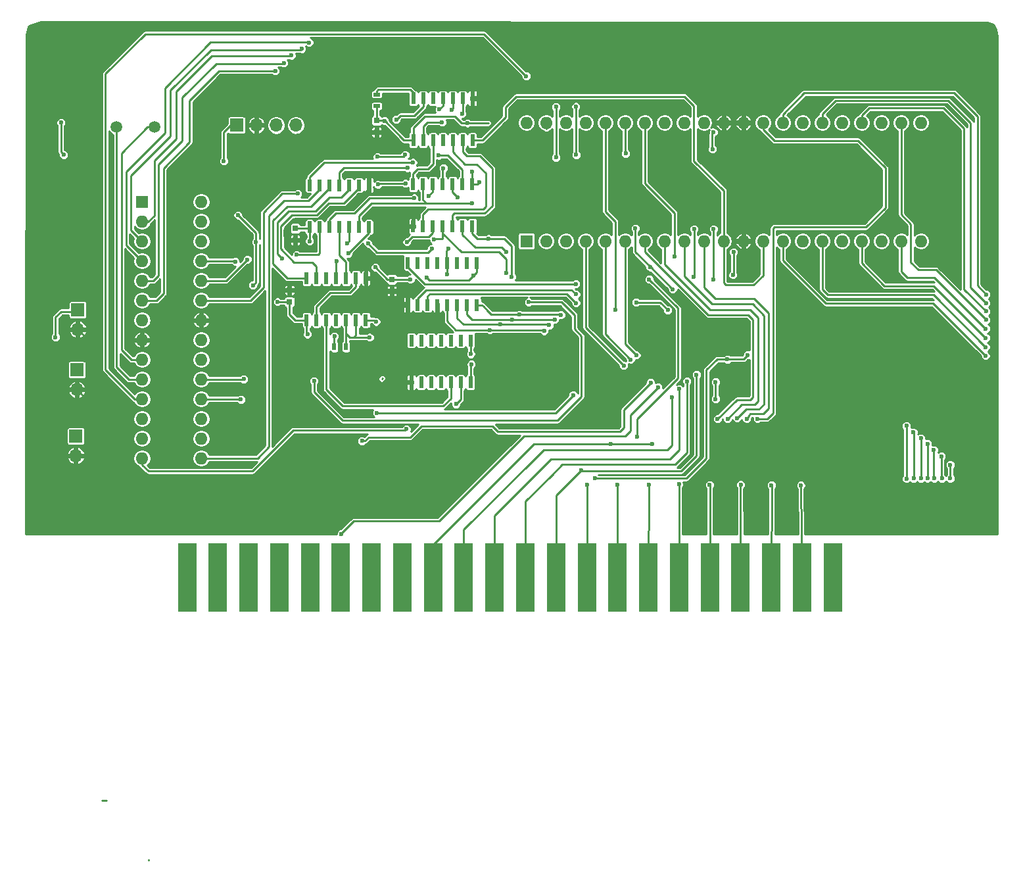
<source format=gbr>
G04 #@! TF.FileFunction,Copper,L2,Bot,Signal*
%FSLAX46Y46*%
G04 Gerber Fmt 4.6, Leading zero omitted, Abs format (unit mm)*
G04 Created by KiCad (PCBNEW 4.0.7) date 07/14/18 23:08:36*
%MOMM*%
%LPD*%
G01*
G04 APERTURE LIST*
%ADD10C,0.100000*%
%ADD11R,1.600000X1.600000*%
%ADD12O,1.600000X1.600000*%
%ADD13R,0.750000X0.800000*%
%ADD14R,1.700000X1.700000*%
%ADD15O,1.700000X1.700000*%
%ADD16R,0.500000X0.900000*%
%ADD17R,0.900000X0.500000*%
%ADD18R,0.600000X1.500000*%
%ADD19C,1.500000*%
%ADD20R,2.400000X8.800000*%
%ADD21C,0.600000*%
%ADD22C,0.250000*%
%ADD23C,0.254000*%
G04 APERTURE END LIST*
D10*
D11*
X109080300Y-60985400D03*
D12*
X159880300Y-45745400D03*
X111620300Y-60985400D03*
X157340300Y-45745400D03*
X114160300Y-60985400D03*
X154800300Y-45745400D03*
X116700300Y-60985400D03*
X152260300Y-45745400D03*
X119240300Y-60985400D03*
X149720300Y-45745400D03*
X121780300Y-60985400D03*
X147180300Y-45745400D03*
X124320300Y-60985400D03*
X144640300Y-45745400D03*
X126860300Y-60985400D03*
X142100300Y-45745400D03*
X129400300Y-60985400D03*
X139560300Y-45745400D03*
X131940300Y-60985400D03*
X137020300Y-45745400D03*
X134480300Y-60985400D03*
X134480300Y-45745400D03*
X137020300Y-60985400D03*
X131940300Y-45745400D03*
X139560300Y-60985400D03*
X129400300Y-45745400D03*
X142100300Y-60985400D03*
X126860300Y-45745400D03*
X144640300Y-60985400D03*
X124320300Y-45745400D03*
X147180300Y-60985400D03*
X121780300Y-45745400D03*
X149720300Y-60985400D03*
X119240300Y-45745400D03*
X152260300Y-60985400D03*
X116700300Y-45745400D03*
X154800300Y-60985400D03*
X114160300Y-45745400D03*
X157340300Y-60985400D03*
X111620300Y-45745400D03*
X159880300Y-60985400D03*
X109080300Y-45745400D03*
D13*
X79298800Y-60846400D03*
X79298800Y-59346400D03*
X78567280Y-67311840D03*
X78567280Y-68811840D03*
X89789000Y-46978000D03*
X89789000Y-45478000D03*
D14*
X71755000Y-46062900D03*
D15*
X74295000Y-46062900D03*
X76835000Y-46062900D03*
X79375000Y-46062900D03*
D16*
X84327300Y-74599800D03*
X85827300Y-74599800D03*
D17*
X89789000Y-43599800D03*
X89789000Y-42099800D03*
D14*
X51054000Y-86067900D03*
D15*
X51054000Y-88607900D03*
D14*
X51181000Y-77558900D03*
D15*
X51181000Y-80098900D03*
D14*
X51308000Y-69811900D03*
D15*
X51308000Y-72351900D03*
D18*
X94513400Y-42603440D03*
X95783400Y-42603440D03*
X97053400Y-42603440D03*
X98323400Y-42603440D03*
X99593400Y-42603440D03*
X100863400Y-42603440D03*
X102133400Y-42603440D03*
X102133400Y-48003440D03*
X100863400Y-48003440D03*
X99593400Y-48003440D03*
X98323400Y-48003440D03*
X97053400Y-48003440D03*
X95783400Y-48003440D03*
X94513400Y-48003440D03*
X80772000Y-65765700D03*
X82042000Y-65765700D03*
X83312000Y-65765700D03*
X84582000Y-65765700D03*
X85852000Y-65765700D03*
X87122000Y-65765700D03*
X88392000Y-65765700D03*
X88392000Y-71165700D03*
X87122000Y-71165700D03*
X85852000Y-71165700D03*
X84582000Y-71165700D03*
X83312000Y-71165700D03*
X82042000Y-71165700D03*
X80772000Y-71165700D03*
X101879400Y-79171780D03*
X100609400Y-79171780D03*
X99339400Y-79171780D03*
X98069400Y-79171780D03*
X96799400Y-79171780D03*
X95529400Y-79171780D03*
X94259400Y-79171780D03*
X94259400Y-73771780D03*
X95529400Y-73771780D03*
X96799400Y-73771780D03*
X98069400Y-73771780D03*
X99339400Y-73771780D03*
X100609400Y-73771780D03*
X101879400Y-73771780D03*
D19*
X61188600Y-46329600D03*
X56308600Y-46329600D03*
D11*
X59570620Y-55918100D03*
D12*
X67190620Y-88938100D03*
X59570620Y-58458100D03*
X67190620Y-86398100D03*
X59570620Y-60998100D03*
X67190620Y-83858100D03*
X59570620Y-63538100D03*
X67190620Y-81318100D03*
X59570620Y-66078100D03*
X67190620Y-78778100D03*
X59570620Y-68618100D03*
X67190620Y-76238100D03*
X59570620Y-71158100D03*
X67190620Y-73698100D03*
X59570620Y-73698100D03*
X67190620Y-71158100D03*
X59570620Y-76238100D03*
X67190620Y-68618100D03*
X59570620Y-78778100D03*
X67190620Y-66078100D03*
X59570620Y-81318100D03*
X67190620Y-63538100D03*
X59570620Y-83858100D03*
X67190620Y-60998100D03*
X59570620Y-86398100D03*
X67190620Y-58458100D03*
X59570620Y-88938100D03*
X67190620Y-55918100D03*
D13*
X91754960Y-67414840D03*
X91754960Y-65914840D03*
D18*
X102682040Y-69197200D03*
X101412040Y-69197200D03*
X100142040Y-69197200D03*
X98872040Y-69197200D03*
X97602040Y-69197200D03*
X96332040Y-69197200D03*
X95062040Y-69197200D03*
X93792040Y-69197200D03*
X93792040Y-63797200D03*
X95062040Y-63797200D03*
X96332040Y-63797200D03*
X97602040Y-63797200D03*
X98872040Y-63797200D03*
X100142040Y-63797200D03*
X101412040Y-63797200D03*
X102682040Y-63797200D03*
X81168240Y-53789600D03*
X82438240Y-53789600D03*
X83708240Y-53789600D03*
X84978240Y-53789600D03*
X86248240Y-53789600D03*
X87518240Y-53789600D03*
X88788240Y-53789600D03*
X88788240Y-59189600D03*
X87518240Y-59189600D03*
X86248240Y-59189600D03*
X84978240Y-59189600D03*
X83708240Y-59189600D03*
X82438240Y-59189600D03*
X81168240Y-59189600D03*
X102108000Y-59049900D03*
X100838000Y-59049900D03*
X99568000Y-59049900D03*
X98298000Y-59049900D03*
X97028000Y-59049900D03*
X95758000Y-59049900D03*
X94488000Y-59049900D03*
X94488000Y-53649900D03*
X95758000Y-53649900D03*
X97028000Y-53649900D03*
X98298000Y-53649900D03*
X99568000Y-53649900D03*
X100838000Y-53649900D03*
X102108000Y-53649900D03*
D20*
X65373840Y-104284720D03*
X69333840Y-104284720D03*
X73293840Y-104284720D03*
X77253840Y-104284720D03*
X81213840Y-104284720D03*
X85173840Y-104284720D03*
X89133840Y-104284720D03*
X93093840Y-104284720D03*
X97053840Y-104284720D03*
X101013840Y-104284720D03*
X104973840Y-104284720D03*
X108933840Y-104284720D03*
X112893840Y-104284720D03*
X120813840Y-104284720D03*
X140613840Y-104284720D03*
X116853840Y-104284720D03*
X128733840Y-104284720D03*
X148533840Y-104284720D03*
X144573840Y-104284720D03*
X124773840Y-104284720D03*
X136653840Y-104284720D03*
X132693840Y-104284720D03*
D21*
X92313760Y-45318680D03*
X97845880Y-44033440D03*
X99410520Y-44089320D03*
X158899860Y-85587840D03*
X158945580Y-91531440D03*
X168264840Y-68961000D03*
X163644580Y-91531440D03*
X163644580Y-89771220D03*
X168211500Y-74622660D03*
X158021020Y-84764880D03*
X158028640Y-91559380D03*
X168264840Y-67856100D03*
X160710880Y-87061040D03*
X160710880Y-91503500D03*
X168244520Y-71120000D03*
X168211500Y-75742800D03*
X159872680Y-86365080D03*
X159872680Y-91531440D03*
X168249600Y-70027800D03*
X162582860Y-91531440D03*
X162526980Y-88681560D03*
X168226740Y-73426320D03*
X161604960Y-91531440D03*
X161549080Y-87871300D03*
X168234360Y-72245220D03*
X130675380Y-59428380D03*
X130619500Y-65603120D03*
X129753360Y-79014320D03*
X116090700Y-90525600D03*
X130982720Y-78176120D03*
X122488960Y-76220320D03*
X120802400Y-92334080D03*
X137447020Y-83840320D03*
X140634720Y-92400120D03*
X121594880Y-77002640D03*
X116890800Y-92354400D03*
X133692900Y-83875880D03*
X128727200Y-92273120D03*
X138828780Y-83850480D03*
X144414240Y-92415360D03*
X123243340Y-75661520D03*
X124876560Y-92339160D03*
X136207500Y-83781900D03*
X136672320Y-92339160D03*
X134978140Y-83875880D03*
X132664200Y-92354400D03*
X100076000Y-52100480D03*
X97495360Y-51592480D03*
X96276160Y-50698400D03*
X74942700Y-70561200D03*
X88833960Y-52486560D03*
X88849200Y-49880520D03*
X86593680Y-56418480D03*
X89001600Y-57561480D03*
X87340440Y-68564760D03*
X81612740Y-68508880D03*
X123200160Y-70591680D03*
X74264520Y-42021760D03*
X162039300Y-71856600D03*
X145580100Y-87630000D03*
X163337240Y-57724040D03*
X164454840Y-62697360D03*
X137129520Y-64541400D03*
X69342000Y-56121300D03*
X126126240Y-70591680D03*
X103022400Y-53421280D03*
X71932800Y-57645300D03*
X81158080Y-60980320D03*
X74228960Y-61102240D03*
X73842880Y-66669920D03*
X101478080Y-45789280D03*
X102047040Y-52059840D03*
X90799920Y-45491400D03*
X77022960Y-68808600D03*
X89626440Y-64358520D03*
X102260400Y-65440560D03*
X101909880Y-75514200D03*
X94137480Y-65913000D03*
X96225360Y-65684400D03*
X80886300Y-72961500D03*
X84353400Y-73228200D03*
X70104000Y-50673000D03*
X49491900Y-49872900D03*
X49149000Y-45720000D03*
X89725500Y-71361300D03*
X89801700Y-83096100D03*
X115100100Y-80810100D03*
X117881400Y-91516200D03*
X134950200Y-76192380D03*
X137576560Y-75633580D03*
X119900700Y-87134700D03*
X120510300Y-69837300D03*
X125234700Y-87096600D03*
X133162040Y-46967140D03*
X133050280Y-49146460D03*
X133162040Y-59428380D03*
X133162040Y-65910460D03*
X133441440Y-79126080D03*
X133441440Y-81305400D03*
X127797560Y-81081880D03*
X135760460Y-62390020D03*
X135676640Y-65323720D03*
X128747520Y-80020160D03*
X88887300Y-73380600D03*
X87896700Y-86715600D03*
X125082300Y-79209900D03*
X85267800Y-98679000D03*
X126034800Y-79781400D03*
X104363520Y-72420480D03*
X111359085Y-72542400D03*
X94604840Y-55432960D03*
X100238560Y-55331360D03*
X105704640Y-71719440D03*
X112013956Y-71795651D03*
X102108000Y-56123840D03*
X107228640Y-71064120D03*
X106436160Y-65044320D03*
X112715040Y-71064120D03*
X97170240Y-60797440D03*
X93817440Y-51551840D03*
X108172919Y-70423448D03*
X107167680Y-65633600D03*
X113522760Y-70485000D03*
X94465140Y-50850800D03*
X104200960Y-60675520D03*
X48420020Y-73342500D03*
X78828900Y-37071300D03*
X77571600Y-63207900D03*
X80124300Y-36233100D03*
X85953600Y-61264800D03*
X81089500Y-35420300D03*
X72313800Y-81381600D03*
X79476600Y-62750700D03*
X77838300Y-38061900D03*
X115443000Y-43662600D03*
X115481100Y-49872900D03*
X106456480Y-62362080D03*
X81724500Y-78981300D03*
X72656700Y-78752700D03*
X109362240Y-68844160D03*
X112890300Y-50215800D03*
X112890300Y-43700700D03*
X76733400Y-39090600D03*
X93692980Y-61104780D03*
X93497400Y-53568600D03*
X89954100Y-53682900D03*
X79629000Y-54864000D03*
X73131680Y-63357760D03*
X88696800Y-61285120D03*
X96885760Y-61976000D03*
X96479360Y-55148480D03*
X109042200Y-39738300D03*
X71589900Y-63627000D03*
X89877900Y-50101500D03*
X93459300Y-49872900D03*
X97726500Y-49949100D03*
X93611700Y-85191600D03*
X100012500Y-81953100D03*
X115458240Y-67828160D03*
X123367800Y-86182200D03*
X124891800Y-65913000D03*
X128130300Y-62979300D03*
X115437920Y-66487040D03*
X125008640Y-64333120D03*
X121846340Y-49705260D03*
X123103640Y-59344560D03*
X127909320Y-67167760D03*
X127284480Y-69860160D03*
X123200160Y-68864480D03*
X115458240Y-68945760D03*
X98999040Y-61955680D03*
X100766880Y-44561760D03*
X101981000Y-76835000D03*
X98879660Y-65239900D03*
X98374200Y-51587400D03*
X98221800Y-45681900D03*
X86144100Y-62560200D03*
X84620100Y-63588900D03*
D22*
X90434160Y-78734940D02*
X90525600Y-78643500D01*
X54996100Y-133007100D02*
X54396640Y-133007100D01*
X60426580Y-140657580D02*
X60396100Y-140627100D01*
X95783400Y-42603440D02*
X95783400Y-43693080D01*
X92816680Y-44815760D02*
X92313760Y-45318680D01*
X94660720Y-44815760D02*
X92816680Y-44815760D01*
X95783400Y-43693080D02*
X94660720Y-44815760D01*
X98323400Y-42603440D02*
X98323400Y-43555920D01*
X98323400Y-43555920D02*
X97845880Y-44033440D01*
X99593400Y-42603440D02*
X99593400Y-43906440D01*
X99593400Y-43906440D02*
X99410520Y-44089320D01*
X158945580Y-91531440D02*
X158945580Y-85633560D01*
X158945580Y-85633560D02*
X158899860Y-85587840D01*
X158945580Y-91531440D02*
X158922720Y-91508580D01*
X147180300Y-44577000D02*
X148856700Y-42900600D01*
X148856700Y-42900600D02*
X163372800Y-42900600D01*
X163372800Y-42900600D02*
X166268400Y-45796200D01*
X166268400Y-45796200D02*
X166268400Y-66964560D01*
X166268400Y-66964560D02*
X168264840Y-68961000D01*
X147180300Y-44577000D02*
X147180300Y-45745400D01*
X147180300Y-45745400D02*
X147180300Y-46024800D01*
X163644580Y-91531440D02*
X163644580Y-89771220D01*
X147180300Y-67208400D02*
X147866100Y-67894200D01*
X147866100Y-67894200D02*
X161483040Y-67894200D01*
X161483040Y-67894200D02*
X168211500Y-74622660D01*
X147180300Y-67208400D02*
X147180300Y-60985400D01*
X158021020Y-91551760D02*
X158021020Y-84764880D01*
X158028640Y-91559380D02*
X158021020Y-91551760D01*
X142100300Y-44665900D02*
X144856200Y-41910000D01*
X144856200Y-41910000D02*
X164134800Y-41910000D01*
X164134800Y-41910000D02*
X167144700Y-44919900D01*
X167144700Y-44919900D02*
X167144700Y-66735960D01*
X167144700Y-66735960D02*
X168264840Y-67856100D01*
X142100300Y-44665900D02*
X142100300Y-45745400D01*
X142100300Y-45745400D02*
X142214600Y-45745400D01*
X160710880Y-91503500D02*
X160710880Y-87061040D01*
X157340300Y-57556400D02*
X158572200Y-58788300D01*
X158572200Y-58788300D02*
X158572200Y-63741300D01*
X158572200Y-63741300D02*
X159524700Y-64693800D01*
X159524700Y-64693800D02*
X161818320Y-64693800D01*
X161818320Y-64693800D02*
X168244520Y-71120000D01*
X157340300Y-57556400D02*
X157340300Y-45745400D01*
X157340300Y-45745400D02*
X157340300Y-46126400D01*
X142100300Y-63461900D02*
X147637500Y-68999100D01*
X147637500Y-68999100D02*
X161467800Y-68999100D01*
X161467800Y-68999100D02*
X168211500Y-75742800D01*
X142100300Y-63461900D02*
X142100300Y-60985400D01*
X159872680Y-91531440D02*
X159872680Y-86365080D01*
X152260300Y-44803060D02*
X153192480Y-43870880D01*
X153192480Y-43870880D02*
X162783520Y-43870880D01*
X162783520Y-43870880D02*
X165404800Y-46492160D01*
X165404800Y-46492160D02*
X165404800Y-67183000D01*
X165404800Y-67183000D02*
X168249600Y-70027800D01*
X152260300Y-44803060D02*
X152260300Y-45745400D01*
X162582860Y-91531440D02*
X162526980Y-91475560D01*
X162526980Y-91475560D02*
X162526980Y-88681560D01*
X152260300Y-63830200D02*
X155178760Y-66748660D01*
X155178760Y-66748660D02*
X161549080Y-66748660D01*
X161549080Y-66748660D02*
X168226740Y-73426320D01*
X152260300Y-63830200D02*
X152260300Y-60985400D01*
X161604960Y-91531440D02*
X161549080Y-91475560D01*
X161549080Y-91475560D02*
X161549080Y-87871300D01*
X157340300Y-64886840D02*
X158140400Y-65686940D01*
X158140400Y-65686940D02*
X161632900Y-65686940D01*
X161632900Y-65686940D02*
X168234360Y-72245220D01*
X157340300Y-64886840D02*
X157340300Y-60985400D01*
X130675380Y-65547240D02*
X130675380Y-59428380D01*
X130619500Y-65603120D02*
X130675380Y-65547240D01*
X111620300Y-45745400D02*
X111620300Y-46520100D01*
X111620300Y-45745400D02*
X111620300Y-46189900D01*
X112280700Y-91135200D02*
X112274350Y-91128850D01*
X112274350Y-91128850D02*
X112280700Y-91135200D01*
X112280700Y-91135200D02*
X112280700Y-91122500D01*
X108933840Y-104284720D02*
X108933840Y-94469360D01*
X129753360Y-88234520D02*
X129753360Y-79014320D01*
X128244600Y-89743280D02*
X129753360Y-88234520D01*
X113659920Y-89743280D02*
X128244600Y-89743280D01*
X108933840Y-94469360D02*
X112280700Y-91122500D01*
X112280700Y-91122500D02*
X113659920Y-89743280D01*
X116090700Y-90581480D02*
X116006880Y-90581480D01*
X116090700Y-90525600D02*
X116090700Y-90581480D01*
X112893840Y-104284720D02*
X112893840Y-93694520D01*
X130982720Y-88625680D02*
X130982720Y-78176120D01*
X129026920Y-90581480D02*
X130982720Y-88625680D01*
X116006880Y-90581480D02*
X129026920Y-90581480D01*
X112893840Y-93694520D02*
X116006880Y-90581480D01*
X119240300Y-60985400D02*
X119240300Y-72971660D01*
X119240300Y-72971660D02*
X122488960Y-76220320D01*
X120763040Y-92373440D02*
X120813840Y-104284720D01*
X120802400Y-92334080D02*
X120763040Y-92373440D01*
X131940300Y-60985400D02*
X131940300Y-66964560D01*
X137922000Y-83210400D02*
X137447020Y-83840320D01*
X139560300Y-83210400D02*
X137922000Y-83210400D01*
X140246100Y-82524600D02*
X139560300Y-83210400D01*
X140246100Y-70251320D02*
X140246100Y-82524600D01*
X138407140Y-68412360D02*
X140246100Y-70251320D01*
X133388100Y-68412360D02*
X138407140Y-68412360D01*
X131940300Y-66964560D02*
X133388100Y-68412360D01*
X140659560Y-92424960D02*
X140613840Y-104284720D01*
X140634720Y-92400120D02*
X140659560Y-92424960D01*
X116700300Y-60985400D02*
X116700300Y-72108060D01*
X116700300Y-72108060D02*
X121594880Y-77002640D01*
X116853840Y-92391360D02*
X116853840Y-104284720D01*
X116890800Y-92354400D02*
X116853840Y-92391360D01*
X124320300Y-60985400D02*
X124320300Y-62349380D01*
X136179560Y-81389220D02*
X133692900Y-83875880D01*
X137911840Y-81389220D02*
X136179560Y-81389220D01*
X138247120Y-81053940D02*
X137911840Y-81389220D01*
X138247120Y-71107300D02*
X138247120Y-81053940D01*
X137604500Y-70464680D02*
X138247120Y-71107300D01*
X132435600Y-70464680D02*
X137604500Y-70464680D01*
X124320300Y-62349380D02*
X132435600Y-70464680D01*
X128721140Y-92279180D02*
X128733840Y-104284720D01*
X128727200Y-92273120D02*
X128721140Y-92279180D01*
X128854200Y-104164360D02*
X128733840Y-104284720D01*
X139560300Y-45745400D02*
X139560300Y-46631860D01*
X140098780Y-83850480D02*
X138828780Y-83850480D01*
X140840460Y-83108800D02*
X140098780Y-83850480D01*
X140840460Y-59334400D02*
X140840460Y-83108800D01*
X140997940Y-59176920D02*
X140840460Y-59334400D01*
X152775920Y-59176920D02*
X140997940Y-59176920D01*
X155290520Y-56662320D02*
X152775920Y-59176920D01*
X155290520Y-51577240D02*
X155290520Y-56662320D01*
X151770080Y-48056800D02*
X155290520Y-51577240D01*
X140985240Y-48056800D02*
X151770080Y-48056800D01*
X139560300Y-46631860D02*
X140985240Y-48056800D01*
X144398580Y-92431020D02*
X144573840Y-104284720D01*
X144414240Y-92415360D02*
X144398580Y-92431020D01*
X121780300Y-60985400D02*
X121780300Y-74198480D01*
X121780300Y-74198480D02*
X123243340Y-75661520D01*
X124872900Y-92342820D02*
X124773840Y-104284720D01*
X124876560Y-92339160D02*
X124872900Y-92342820D01*
X129400300Y-60985400D02*
X129400300Y-65481200D01*
X129400300Y-65481200D02*
X133012180Y-69093080D01*
X133012180Y-69093080D02*
X138201400Y-69093080D01*
X138201400Y-69093080D02*
X139674600Y-70566280D01*
X139674600Y-70566280D02*
X139674600Y-81991200D01*
X139674600Y-81991200D02*
X139026900Y-82638900D01*
X139026900Y-82638900D02*
X137350500Y-82638900D01*
X137350500Y-82638900D02*
X136207500Y-83781900D01*
X136623360Y-92388120D02*
X136653840Y-104284720D01*
X136672320Y-92339160D02*
X136623360Y-92388120D01*
X126860300Y-63995300D02*
X132687060Y-69822060D01*
X132687060Y-69822060D02*
X137883900Y-69822060D01*
X137883900Y-69822060D02*
X138917680Y-70855840D01*
X138917680Y-70855840D02*
X138917680Y-81584800D01*
X138917680Y-81584800D02*
X138470640Y-82031840D01*
X138470640Y-82031840D02*
X136822180Y-82031840D01*
X136822180Y-82031840D02*
X134978140Y-83875880D01*
X126860300Y-63995300D02*
X126860300Y-60985400D01*
X132693840Y-92384040D02*
X132693840Y-104284720D01*
X132664200Y-92354400D02*
X132693840Y-92384040D01*
X89789000Y-48940720D02*
X93096080Y-48940720D01*
X98795840Y-50820320D02*
X100076000Y-52100480D01*
X97942400Y-50820320D02*
X98795840Y-50820320D01*
X97739200Y-51023520D02*
X97942400Y-50820320D01*
X97739200Y-51348640D02*
X97739200Y-51023520D01*
X97495360Y-51592480D02*
X97739200Y-51348640D01*
X94792800Y-49215040D02*
X96276160Y-50698400D01*
X93370400Y-49215040D02*
X94792800Y-49215040D01*
X93096080Y-48940720D02*
X93370400Y-49215040D01*
X94259400Y-79171780D02*
X93532940Y-79171780D01*
X93839030Y-70084950D02*
X93792040Y-70084950D01*
X92593160Y-71330820D02*
X93839030Y-70084950D01*
X92593160Y-78232000D02*
X92593160Y-71330820D01*
X93532940Y-79171780D02*
X92593160Y-78232000D01*
X88849200Y-49880520D02*
X80512920Y-49880520D01*
X74272140Y-56121300D02*
X69342000Y-56121300D01*
X80512920Y-49880520D02*
X74272140Y-56121300D01*
X67190620Y-71158100D02*
X74345800Y-71158100D01*
X74345800Y-71158100D02*
X74942700Y-70561200D01*
X89789000Y-46978000D02*
X89789000Y-48940720D01*
X88788240Y-52532280D02*
X88788240Y-53789600D01*
X88833960Y-52486560D02*
X88788240Y-52532280D01*
X89789000Y-48940720D02*
X88849200Y-49880520D01*
X94488000Y-59049900D02*
X92379780Y-59049900D01*
X90891360Y-57561480D02*
X89001600Y-57561480D01*
X92379780Y-59049900D02*
X90891360Y-57561480D01*
X86593680Y-56418480D02*
X86611460Y-56436260D01*
X86611460Y-56436260D02*
X86593680Y-56418480D01*
X86593680Y-56418480D02*
X86593680Y-56454040D01*
X91754960Y-67414840D02*
X93079000Y-67414840D01*
X93792040Y-68127880D02*
X93792040Y-69197200D01*
X93079000Y-67414840D02*
X93792040Y-68127880D01*
X88788240Y-53789600D02*
X88788240Y-54259480D01*
X88788240Y-54259480D02*
X86593680Y-56454040D01*
X86593680Y-56454040D02*
X86240620Y-56807100D01*
X86240620Y-56807100D02*
X84160360Y-56807100D01*
X84160360Y-56807100D02*
X82872158Y-58095302D01*
X82872158Y-58095302D02*
X79295838Y-58095302D01*
X79295838Y-58095302D02*
X77900104Y-59491036D01*
X77900104Y-59491036D02*
X77900104Y-60333464D01*
X77900104Y-60333464D02*
X78413040Y-60846400D01*
X78413040Y-60846400D02*
X79298800Y-60846400D01*
X88442800Y-67574160D02*
X88331040Y-67574160D01*
X88331040Y-67574160D02*
X87340440Y-68564760D01*
X79605440Y-67311840D02*
X78567280Y-67311840D01*
X81612740Y-68508880D02*
X80802480Y-67698620D01*
X80802480Y-67698620D02*
X79992220Y-67698620D01*
X79992220Y-67698620D02*
X79605440Y-67311840D01*
X97602040Y-69197200D02*
X97602040Y-70281800D01*
X93792040Y-70037960D02*
X93792040Y-70084950D01*
X93792040Y-70084950D02*
X93792040Y-69197200D01*
X94711520Y-70957440D02*
X93792040Y-70037960D01*
X96926400Y-70957440D02*
X94711520Y-70957440D01*
X97602040Y-70281800D02*
X96926400Y-70957440D01*
X93792040Y-69197200D02*
X93479640Y-68884800D01*
X93479640Y-68884800D02*
X89753440Y-68884800D01*
X89753440Y-68884800D02*
X88442800Y-67574160D01*
X88442800Y-67574160D02*
X88392000Y-67523360D01*
X88392000Y-67523360D02*
X88392000Y-65765700D01*
X102133400Y-42603440D02*
X102133400Y-41783000D01*
X88918480Y-46978000D02*
X89789000Y-46978000D01*
X88473280Y-46532800D02*
X88918480Y-46978000D01*
X88473280Y-41859200D02*
X88473280Y-46532800D01*
X89326720Y-41005760D02*
X88473280Y-41859200D01*
X101356160Y-41005760D02*
X89326720Y-41005760D01*
X102133400Y-41783000D02*
X101356160Y-41005760D01*
X104160320Y-44289280D02*
X104160320Y-43246040D01*
X103517720Y-42603440D02*
X102133400Y-42603440D01*
X104160320Y-43246040D02*
X103517720Y-42603440D01*
X134480300Y-45745400D02*
X134480300Y-44345860D01*
X75829160Y-40457120D02*
X74264520Y-42021760D01*
X130591560Y-40457120D02*
X75829160Y-40457120D01*
X134480300Y-44345860D02*
X130591560Y-40457120D01*
X162039300Y-82867500D02*
X162039300Y-71856600D01*
X161277300Y-83629500D02*
X162039300Y-82867500D01*
X149580600Y-83629500D02*
X161277300Y-83629500D01*
X145580100Y-87630000D02*
X149580600Y-83629500D01*
X163337240Y-61579760D02*
X163337240Y-57724040D01*
X164454840Y-62697360D02*
X163337240Y-61579760D01*
X137020300Y-64432180D02*
X137020300Y-60985400D01*
X137129520Y-64541400D02*
X137020300Y-64432180D01*
X69342000Y-56121300D02*
X69456300Y-56007000D01*
X74295000Y-47586900D02*
X74295000Y-46062900D01*
X69456300Y-52425600D02*
X74295000Y-47586900D01*
X69456300Y-56007000D02*
X69456300Y-52425600D01*
X51054000Y-88607900D02*
X52476400Y-88607900D01*
X53835300Y-82753200D02*
X51181000Y-80098900D01*
X53835300Y-87249000D02*
X53835300Y-82753200D01*
X52476400Y-88607900D02*
X53835300Y-87249000D01*
X51181000Y-80098900D02*
X52489100Y-80098900D01*
X53721000Y-74764900D02*
X51308000Y-72351900D01*
X53721000Y-78867000D02*
X53721000Y-74764900D01*
X52489100Y-80098900D02*
X53721000Y-78867000D01*
X123200160Y-70591680D02*
X126126240Y-70591680D01*
X102108000Y-53649900D02*
X102793780Y-53649900D01*
X102793780Y-53649900D02*
X103022400Y-53421280D01*
X74228960Y-61102240D02*
X74228960Y-59941460D01*
X74228960Y-59941460D02*
X71932800Y-57645300D01*
X81168240Y-60970160D02*
X81168240Y-59189600D01*
X81158080Y-60980320D02*
X81168240Y-60970160D01*
X74228960Y-66283840D02*
X74228960Y-61102240D01*
X73842880Y-66669920D02*
X74228960Y-66283840D01*
X102108000Y-53649900D02*
X102108000Y-52120800D01*
X102047040Y-52059840D02*
X102108000Y-52120800D01*
X90791600Y-45483080D02*
X90791600Y-45478000D01*
X90799920Y-45491400D02*
X90791600Y-45483080D01*
X91754960Y-65914840D02*
X91182760Y-65914840D01*
X77026200Y-68811840D02*
X78567280Y-68811840D01*
X77022960Y-68808600D02*
X77026200Y-68811840D01*
X91182760Y-65914840D02*
X89626440Y-64358520D01*
X101879400Y-73771780D02*
X101879400Y-75483720D01*
X101909880Y-75514200D02*
X101879400Y-75483720D01*
X102682040Y-63797200D02*
X102682040Y-65018920D01*
X94135640Y-65914840D02*
X91754960Y-65914840D01*
X94137480Y-65913000D02*
X94135640Y-65914840D01*
X96577998Y-66037038D02*
X96225360Y-65684400D01*
X101663922Y-66037038D02*
X96577998Y-66037038D01*
X102682040Y-65018920D02*
X102260400Y-65440560D01*
X102260400Y-65440560D02*
X101663922Y-66037038D01*
X84327300Y-74599800D02*
X84327300Y-73254300D01*
X80772000Y-72847200D02*
X80772000Y-71165700D01*
X80886300Y-72961500D02*
X80772000Y-72847200D01*
X84327300Y-73254300D02*
X84353400Y-73228200D01*
X79298800Y-59346400D02*
X81011440Y-59346400D01*
X81011440Y-59346400D02*
X81168240Y-59189600D01*
X78567280Y-68811840D02*
X78567280Y-70408800D01*
X78567280Y-70408800D02*
X79324180Y-71165700D01*
X79324180Y-71165700D02*
X80772000Y-71165700D01*
X89789000Y-45478000D02*
X90791600Y-45478000D01*
X93296720Y-48003440D02*
X94513400Y-48003440D01*
X90791600Y-45478000D02*
X93004640Y-47691040D01*
X93004640Y-47691040D02*
X93004640Y-47711360D01*
X93004640Y-47711360D02*
X93296720Y-48003440D01*
X89789000Y-45478000D02*
X89789000Y-43599800D01*
X104160320Y-45789280D02*
X101478080Y-45789280D01*
X101478080Y-45789280D02*
X100714240Y-45789280D01*
X100714240Y-45789280D02*
X99837240Y-44912280D01*
X99837240Y-44912280D02*
X96012000Y-44912280D01*
X96012000Y-44912280D02*
X94513400Y-46410880D01*
X94513400Y-46410880D02*
X94513400Y-48003440D01*
X79298800Y-59346400D02*
X79041560Y-59346400D01*
X70104000Y-46977300D02*
X71018400Y-46062900D01*
X70104000Y-50673000D02*
X70104000Y-46977300D01*
X71018400Y-46062900D02*
X71755000Y-46062900D01*
X49491900Y-49834800D02*
X49491900Y-49872900D01*
X49149000Y-49491900D02*
X49491900Y-49834800D01*
X49149000Y-45720000D02*
X49149000Y-49491900D01*
X134950200Y-76192380D02*
X133624320Y-76192380D01*
X89529900Y-71165700D02*
X88392000Y-71165700D01*
X89725500Y-71361300D02*
X89529900Y-71165700D01*
X112814100Y-83096100D02*
X89801700Y-83096100D01*
X115100100Y-80810100D02*
X112814100Y-83096100D01*
X129654300Y-91516200D02*
X117881400Y-91516200D01*
X132245100Y-88925400D02*
X129654300Y-91516200D01*
X132245100Y-77571600D02*
X132245100Y-88925400D01*
X133624320Y-76192380D02*
X132245100Y-77571600D01*
X134950200Y-76192380D02*
X134950200Y-76169520D01*
X134950200Y-76169520D02*
X134950200Y-76192380D01*
X134950200Y-76192380D02*
X134950200Y-76169520D01*
X134950200Y-76169520D02*
X137040620Y-76169520D01*
X137040620Y-76169520D02*
X137576560Y-75633580D01*
X56308600Y-46329600D02*
X56308600Y-77225500D01*
X57861200Y-78778100D02*
X59570620Y-78778100D01*
X56308600Y-77225500D02*
X57861200Y-78778100D01*
X61188600Y-46329600D02*
X60274200Y-46329600D01*
X58178700Y-76238100D02*
X59570620Y-76238100D01*
X56913780Y-74973180D02*
X58178700Y-76238100D01*
X56913780Y-49690020D02*
X56913780Y-74973180D01*
X60274200Y-46329600D02*
X56913780Y-49690020D01*
X119240300Y-45745400D02*
X119240300Y-57175400D01*
X120510300Y-58445400D02*
X120510300Y-69837300D01*
X119240300Y-57175400D02*
X120510300Y-58445400D01*
X119900700Y-87134700D02*
X119900700Y-87096600D01*
X119900700Y-87096600D02*
X119900700Y-87134700D01*
X119900700Y-87134700D02*
X119900700Y-87096600D01*
X109994700Y-87096600D02*
X119900700Y-87096600D01*
X119900700Y-87096600D02*
X125234700Y-87096600D01*
X97053840Y-100037460D02*
X109994700Y-87096600D01*
X97053840Y-104284720D02*
X97053840Y-100037460D01*
X132966460Y-47162720D02*
X133162040Y-46967140D01*
X132966460Y-49062640D02*
X132966460Y-47162720D01*
X133050280Y-49146460D02*
X132966460Y-49062640D01*
X133162040Y-65910460D02*
X133162040Y-59428380D01*
X116700300Y-45745400D02*
X116217700Y-45745400D01*
X109918500Y-89154000D02*
X109960410Y-89195910D01*
X109960410Y-89195910D02*
X109918500Y-89154000D01*
X109918500Y-89154000D02*
X109918500Y-89237820D01*
X101013840Y-104284720D02*
X101013840Y-98142480D01*
X133441440Y-81305400D02*
X133441440Y-79126080D01*
X127797560Y-87284560D02*
X127797560Y-81081880D01*
X127238760Y-87843360D02*
X127797560Y-87284560D01*
X111312960Y-87843360D02*
X127238760Y-87843360D01*
X101013840Y-98142480D02*
X109918500Y-89237820D01*
X109918500Y-89237820D02*
X111312960Y-87843360D01*
X135760460Y-65239900D02*
X135760460Y-62390020D01*
X135676640Y-65323720D02*
X135760460Y-65239900D01*
X114160300Y-45745400D02*
X113741200Y-45745400D01*
X111099600Y-90220800D02*
X111079280Y-90200480D01*
X111079280Y-90200480D02*
X111099600Y-90220800D01*
X111099600Y-90220800D02*
X111099600Y-90180160D01*
X104973840Y-104284720D02*
X104973840Y-96305920D01*
X128747520Y-87843360D02*
X128747520Y-80020160D01*
X127574040Y-89016840D02*
X128747520Y-87843360D01*
X112262920Y-89016840D02*
X127574040Y-89016840D01*
X104973840Y-96305920D02*
X111099600Y-90180160D01*
X111099600Y-90180160D02*
X112262920Y-89016840D01*
X85827300Y-74599800D02*
X85827300Y-72884600D01*
X85827300Y-72884600D02*
X85852000Y-72859900D01*
X87122000Y-71165700D02*
X87122000Y-73050400D01*
X87122000Y-73050400D02*
X86829900Y-73342500D01*
X85852000Y-72859900D02*
X85852000Y-71165700D01*
X86334600Y-73342500D02*
X85852000Y-72859900D01*
X88849200Y-73342500D02*
X86829900Y-73342500D01*
X86829900Y-73342500D02*
X86334600Y-73342500D01*
X88887300Y-73380600D02*
X88849200Y-73342500D01*
X88277700Y-86715600D02*
X87896700Y-86715600D01*
X88773000Y-86220300D02*
X88277700Y-86715600D01*
X94107000Y-86220300D02*
X88773000Y-86220300D01*
X95516700Y-84810600D02*
X94107000Y-86220300D01*
X104698800Y-84810600D02*
X95516700Y-84810600D01*
X105384600Y-85496400D02*
X104698800Y-84810600D01*
X121119900Y-85496400D02*
X105384600Y-85496400D01*
X121615200Y-85001100D02*
X121119900Y-85496400D01*
X121615200Y-82677000D02*
X121615200Y-85001100D01*
X125082300Y-79209900D02*
X121615200Y-82677000D01*
X94513400Y-42603440D02*
X94513400Y-41884600D01*
X94513400Y-41884600D02*
X94122240Y-41493440D01*
X94122240Y-41493440D02*
X89997280Y-41493440D01*
X89997280Y-41493440D02*
X89789000Y-41701720D01*
X89789000Y-41701720D02*
X89789000Y-42099800D01*
X102133400Y-48003440D02*
X103405960Y-48003440D01*
X134480300Y-54508400D02*
X134480300Y-60985400D01*
X130644900Y-50673000D02*
X134480300Y-54508400D01*
X130644900Y-43548300D02*
X130644900Y-50673000D01*
X129463800Y-42367200D02*
X130644900Y-43548300D01*
X107746800Y-42367200D02*
X129463800Y-42367200D01*
X106375200Y-43738800D02*
X107746800Y-42367200D01*
X106375200Y-45034200D02*
X106375200Y-43738800D01*
X103405960Y-48003440D02*
X106375200Y-45034200D01*
X134480300Y-60985400D02*
X134480300Y-66357500D01*
X139560300Y-65417700D02*
X139560300Y-60985400D01*
X138341100Y-66636900D02*
X139560300Y-65417700D01*
X134759700Y-66636900D02*
X138341100Y-66636900D01*
X134480300Y-66357500D02*
X134759700Y-66636900D01*
X85267800Y-98602800D02*
X85267800Y-98679000D01*
X86829900Y-97040700D02*
X85267800Y-98602800D01*
X97802700Y-97040700D02*
X86829900Y-97040700D01*
X108775500Y-86067900D02*
X97802700Y-97040700D01*
X121805700Y-86067900D02*
X108775500Y-86067900D01*
X122453400Y-85420200D02*
X121805700Y-86067900D01*
X122453400Y-83362800D02*
X122453400Y-85420200D01*
X126034800Y-79781400D02*
X122453400Y-83362800D01*
X111359085Y-72542400D02*
X111237165Y-72420480D01*
X111237165Y-72420480D02*
X104363520Y-72420480D01*
X98872040Y-71302880D02*
X98872040Y-69197200D01*
X104363520Y-72420480D02*
X99989640Y-72420480D01*
X99989640Y-72420480D02*
X98872040Y-71302880D01*
X88905080Y-55432960D02*
X94604840Y-55432960D01*
X83708240Y-58226960D02*
X84546440Y-57388760D01*
X84546440Y-57388760D02*
X86949280Y-57388760D01*
X86949280Y-57388760D02*
X88905080Y-55432960D01*
X83708240Y-59189600D02*
X83708240Y-58226960D01*
X99568000Y-53649900D02*
X99568000Y-54660800D01*
X99568000Y-54660800D02*
X100238560Y-55331360D01*
X112013956Y-71795651D02*
X112090167Y-71719440D01*
X112090167Y-71719440D02*
X105704640Y-71719440D01*
X100142040Y-70926960D02*
X100142040Y-69197200D01*
X105704640Y-71719440D02*
X100934520Y-71719440D01*
X100934520Y-71719440D02*
X100142040Y-70926960D01*
X87518240Y-59189600D02*
X87518240Y-57741820D01*
X89136220Y-56123840D02*
X96235520Y-56123840D01*
X87518240Y-57741820D02*
X89136220Y-56123840D01*
X95758000Y-53649900D02*
X95758000Y-55646320D01*
X96235520Y-56123840D02*
X102108000Y-56123840D01*
X95758000Y-55646320D02*
X96235520Y-56123840D01*
X98298000Y-59049900D02*
X98298000Y-60015120D01*
X106436160Y-63337440D02*
X106436160Y-65044320D01*
X105506520Y-62407800D02*
X106436160Y-63337440D01*
X100690680Y-62407800D02*
X105506520Y-62407800D01*
X98298000Y-60015120D02*
X100690680Y-62407800D01*
X107228640Y-71064120D02*
X107228640Y-71079360D01*
X107228640Y-71079360D02*
X107228640Y-71064120D01*
X107228640Y-71064120D02*
X107228640Y-71079360D01*
X101412040Y-70383400D02*
X101412040Y-69197200D01*
X102108000Y-71079360D02*
X101412040Y-70383400D01*
X112699800Y-71079360D02*
X107228640Y-71079360D01*
X107228640Y-71079360D02*
X102108000Y-71079360D01*
X112715040Y-71064120D02*
X112699800Y-71079360D01*
X98229420Y-60695840D02*
X98229420Y-59118480D01*
X98229420Y-59118480D02*
X98298000Y-59049900D01*
X84978240Y-53789600D02*
X84978240Y-52120800D01*
X97271840Y-60695840D02*
X98229420Y-60695840D01*
X98229420Y-60695840D02*
X98252280Y-60695840D01*
X97170240Y-60797440D02*
X97271840Y-60695840D01*
X85547200Y-51551840D02*
X93817440Y-51551840D01*
X84978240Y-52120800D02*
X85547200Y-51551840D01*
X105567480Y-70393560D02*
X104536240Y-70393560D01*
X103339880Y-69197200D02*
X102682040Y-69197200D01*
X103339880Y-69197200D02*
X103573580Y-69430900D01*
X103573580Y-69430900D02*
X104048560Y-69905880D01*
X104536240Y-70393560D02*
X104048560Y-69905880D01*
X104200960Y-60675520D02*
X106212640Y-60675520D01*
X106212640Y-60675520D02*
X107167680Y-61630560D01*
X107167680Y-61630560D02*
X107167680Y-65633600D01*
X108173520Y-70422847D02*
X108173520Y-70393560D01*
X108172919Y-70423448D02*
X108173520Y-70422847D01*
X113522760Y-70485000D02*
X113431320Y-70393560D01*
X113431320Y-70393560D02*
X108173520Y-70393560D01*
X108173520Y-70393560D02*
X105567480Y-70393560D01*
X105567480Y-70393560D02*
X105521760Y-70393560D01*
X81168240Y-52748180D02*
X83065620Y-50850800D01*
X81168240Y-53789600D02*
X81168240Y-52748180D01*
X83065620Y-50850800D02*
X94465140Y-50850800D01*
X102758240Y-60675520D02*
X104200960Y-60675520D01*
X102108000Y-59049900D02*
X102108000Y-60025280D01*
X102108000Y-60025280D02*
X102758240Y-60675520D01*
X49146460Y-70073520D02*
X51046380Y-70073520D01*
X48420020Y-70799960D02*
X49146460Y-70073520D01*
X48420020Y-73342500D02*
X48420020Y-70799960D01*
X82438240Y-53789600D02*
X82438240Y-54340760D01*
X82438240Y-54340760D02*
X81000600Y-55778400D01*
X81000600Y-55778400D02*
X77838300Y-55778400D01*
X77838300Y-55778400D02*
X75895200Y-57721500D01*
X75895200Y-57721500D02*
X75895200Y-87477600D01*
X75895200Y-87477600D02*
X74434700Y-88938100D01*
X74434700Y-88938100D02*
X67190620Y-88938100D01*
X60375800Y-58458100D02*
X59570620Y-58458100D01*
X61150500Y-57683400D02*
X60375800Y-58458100D01*
X61150500Y-50634900D02*
X61150500Y-57683400D01*
X63969900Y-47815500D02*
X61150500Y-50634900D01*
X63969900Y-41757600D02*
X63969900Y-47815500D01*
X68541900Y-37185600D02*
X63969900Y-41757600D01*
X78714600Y-37185600D02*
X68541900Y-37185600D01*
X78828900Y-37071300D02*
X78714600Y-37185600D01*
X86248240Y-53789600D02*
X86248240Y-54340760D01*
X86248240Y-54340760D02*
X85267800Y-55321200D01*
X85267800Y-55321200D02*
X83743800Y-55321200D01*
X83743800Y-55321200D02*
X81915000Y-57150000D01*
X81915000Y-57150000D02*
X78440702Y-57150000D01*
X78440702Y-57150000D02*
X77000100Y-58590602D01*
X77000100Y-58590602D02*
X77000100Y-62636400D01*
X77000100Y-62636400D02*
X77571600Y-63207900D01*
X58140600Y-59568080D02*
X59570620Y-60998100D01*
X58140600Y-52539900D02*
X58140600Y-59568080D01*
X63246000Y-47434500D02*
X58140600Y-52539900D01*
X63246000Y-41567100D02*
X63246000Y-47434500D01*
X68465700Y-36347400D02*
X63246000Y-41567100D01*
X80010000Y-36347400D02*
X68465700Y-36347400D01*
X80124300Y-36233100D02*
X80010000Y-36347400D01*
X59570620Y-60998100D02*
X60065920Y-60998100D01*
X86248240Y-59189600D02*
X86248240Y-60970160D01*
X86248240Y-60970160D02*
X85953600Y-61264800D01*
X57531000Y-61498480D02*
X59570620Y-63538100D01*
X57531000Y-52006500D02*
X57531000Y-61498480D01*
X62501780Y-47035720D02*
X57531000Y-52006500D01*
X62501780Y-41267380D02*
X62501780Y-47035720D01*
X68369180Y-35399980D02*
X62501780Y-41267380D01*
X81069180Y-35399980D02*
X68369180Y-35399980D01*
X81089500Y-35420300D02*
X81069180Y-35399980D01*
X59570620Y-63538100D02*
X59570620Y-63225680D01*
X82438240Y-59189600D02*
X82438240Y-62570360D01*
X72250300Y-81318100D02*
X67190620Y-81318100D01*
X72313800Y-81381600D02*
X72250300Y-81318100D01*
X82257900Y-62750700D02*
X79476600Y-62750700D01*
X82438240Y-62570360D02*
X82257900Y-62750700D01*
X61023500Y-66078100D02*
X59570620Y-66078100D01*
X61683900Y-65417700D02*
X61023500Y-66078100D01*
X61683900Y-51092100D02*
X61683900Y-65417700D01*
X64731900Y-48044100D02*
X61683900Y-51092100D01*
X64731900Y-42519600D02*
X64731900Y-48044100D01*
X69113400Y-38138100D02*
X64731900Y-42519600D01*
X77762100Y-38138100D02*
X69113400Y-38138100D01*
X77838300Y-38061900D02*
X77762100Y-38138100D01*
X115443000Y-49834800D02*
X115443000Y-43662600D01*
X115481100Y-49872900D02*
X115443000Y-49834800D01*
X59570620Y-66078100D02*
X60126880Y-66078100D01*
X105460800Y-84086700D02*
X113078260Y-84086700D01*
X100838000Y-60137040D02*
X102473760Y-61772800D01*
X102473760Y-61772800D02*
X105867200Y-61772800D01*
X105867200Y-61772800D02*
X106456480Y-62362080D01*
X105460800Y-84086700D02*
X85382100Y-84086700D01*
X85382100Y-84086700D02*
X81724500Y-80429100D01*
X81724500Y-80429100D02*
X81724500Y-78981300D01*
X72656700Y-78752700D02*
X72631300Y-78778100D01*
X67190620Y-78778100D02*
X72631300Y-78778100D01*
X100838000Y-60137040D02*
X100838000Y-59049900D01*
X113588800Y-68844160D02*
X109362240Y-68844160D01*
X115275360Y-70530720D02*
X113588800Y-68844160D01*
X115275360Y-72278240D02*
X115275360Y-70530720D01*
X116169440Y-73172320D02*
X115275360Y-72278240D01*
X116169440Y-80995520D02*
X116169440Y-73172320D01*
X113078260Y-84086700D02*
X116169440Y-80995520D01*
X67190620Y-78778100D02*
X67096640Y-78778100D01*
X112890300Y-50215800D02*
X112890300Y-43700700D01*
X76733400Y-39090600D02*
X69494400Y-39090600D01*
X69494400Y-39090600D02*
X65684400Y-42900600D01*
X65684400Y-42900600D02*
X65684400Y-48234600D01*
X65684400Y-48234600D02*
X62331600Y-51587400D01*
X62331600Y-51587400D02*
X62331600Y-67741800D01*
X62331600Y-67741800D02*
X61455300Y-68618100D01*
X61455300Y-68618100D02*
X59570620Y-68618100D01*
X67190620Y-68618100D02*
X73571100Y-68618100D01*
X97028000Y-59895740D02*
X97028000Y-59049900D01*
X96514920Y-60408820D02*
X97028000Y-59895740D01*
X94388940Y-60408820D02*
X96514920Y-60408820D01*
X93692980Y-61104780D02*
X94388940Y-60408820D01*
X90068400Y-53568600D02*
X93497400Y-53568600D01*
X89954100Y-53682900D02*
X90068400Y-53568600D01*
X77647800Y-54864000D02*
X79629000Y-54864000D01*
X75209400Y-57302400D02*
X77647800Y-54864000D01*
X75209400Y-66979800D02*
X75209400Y-57302400D01*
X73571100Y-68618100D02*
X75209400Y-66979800D01*
X97028000Y-53649900D02*
X97028000Y-54599840D01*
X70429120Y-66060320D02*
X67208400Y-66060320D01*
X73131680Y-63357760D02*
X70429120Y-66060320D01*
X89834720Y-62423040D02*
X88696800Y-61285120D01*
X96438720Y-62423040D02*
X89834720Y-62423040D01*
X96885760Y-61976000D02*
X96438720Y-62423040D01*
X97028000Y-54599840D02*
X96479360Y-55148480D01*
X67208400Y-66060320D02*
X67190620Y-66078100D01*
X103632000Y-34328100D02*
X109042200Y-39738300D01*
X59570620Y-81318100D02*
X58648600Y-81318100D01*
X59969400Y-34328100D02*
X103632000Y-34328100D01*
X54864000Y-39433500D02*
X59969400Y-34328100D01*
X54864000Y-77533500D02*
X54864000Y-39433500D01*
X58648600Y-81318100D02*
X54864000Y-77533500D01*
X109080300Y-45745400D02*
X109042200Y-45745400D01*
X100838000Y-53649900D02*
X100838000Y-51803300D01*
X71501000Y-63538100D02*
X67190620Y-63538100D01*
X71589900Y-63627000D02*
X71501000Y-63538100D01*
X93230700Y-50101500D02*
X89877900Y-50101500D01*
X93459300Y-49872900D02*
X93230700Y-50101500D01*
X98983800Y-49949100D02*
X97726500Y-49949100D01*
X100838000Y-51803300D02*
X98983800Y-49949100D01*
X100609400Y-79171780D02*
X100609400Y-81356200D01*
X59570620Y-89783920D02*
X59570620Y-88938100D01*
X60388500Y-90601800D02*
X59570620Y-89783920D01*
X73799700Y-90601800D02*
X60388500Y-90601800D01*
X79057500Y-85344000D02*
X73799700Y-90601800D01*
X93459300Y-85344000D02*
X79057500Y-85344000D01*
X93611700Y-85191600D02*
X93459300Y-85344000D01*
X100609400Y-81356200D02*
X100012500Y-81953100D01*
X95062040Y-69197200D02*
X95062040Y-68371720D01*
X114889280Y-67259200D02*
X115458240Y-67828160D01*
X96174560Y-67259200D02*
X114889280Y-67259200D01*
X95062040Y-68371720D02*
X96174560Y-67259200D01*
X124320300Y-45745400D02*
X124320300Y-53530500D01*
X123367800Y-83858100D02*
X123367800Y-86182200D01*
X128587500Y-78638400D02*
X123367800Y-83858100D01*
X128587500Y-69608700D02*
X128587500Y-78638400D01*
X124891800Y-65913000D02*
X128587500Y-69608700D01*
X128130300Y-57340500D02*
X128130300Y-62979300D01*
X124320300Y-53530500D02*
X128130300Y-57340500D01*
X93792040Y-63797200D02*
X93792040Y-64328040D01*
X93792040Y-64328040D02*
X95951040Y-66487040D01*
X95951040Y-66487040D02*
X115437920Y-66487040D01*
X125008640Y-64333120D02*
X125041660Y-64300100D01*
X125041660Y-64300100D02*
X125008640Y-64333120D01*
X125008640Y-64333120D02*
X125008640Y-64267080D01*
X121780300Y-49639220D02*
X121780300Y-45745400D01*
X121846340Y-49705260D02*
X121780300Y-49639220D01*
X123075700Y-59372500D02*
X123103640Y-59344560D01*
X123075700Y-62334140D02*
X123075700Y-59372500D01*
X127909320Y-67167760D02*
X125008640Y-64267080D01*
X125008640Y-64267080D02*
X123075700Y-62334140D01*
X127284480Y-69860160D02*
X126288800Y-68864480D01*
X126288800Y-68864480D02*
X123200160Y-68864480D01*
X115458240Y-68945760D02*
X114279680Y-67767200D01*
X114279680Y-67767200D02*
X96621600Y-67767200D01*
X96621600Y-67767200D02*
X96332040Y-68056760D01*
X96332040Y-68056760D02*
X96332040Y-69197200D01*
X100863400Y-42603440D02*
X100863400Y-44465240D01*
X98734880Y-62219840D02*
X98734880Y-63660040D01*
X98999040Y-61955680D02*
X98734880Y-62219840D01*
X100863400Y-44465240D02*
X100766880Y-44561760D01*
X98734880Y-63660040D02*
X98872040Y-63797200D01*
X98872040Y-63797200D02*
X98872040Y-65232280D01*
X101879400Y-76936600D02*
X101879400Y-79171780D01*
X101981000Y-76835000D02*
X101879400Y-76936600D01*
X98872040Y-65232280D02*
X98879660Y-65239900D01*
X100863400Y-48003440D02*
X100863400Y-49466500D01*
X99568000Y-57670700D02*
X99568000Y-59049900D01*
X99822000Y-57416700D02*
X99568000Y-57670700D01*
X103708200Y-57416700D02*
X99822000Y-57416700D01*
X104698800Y-56426100D02*
X103708200Y-57416700D01*
X104698800Y-51663600D02*
X104698800Y-56426100D01*
X103060500Y-50025300D02*
X104698800Y-51663600D01*
X101422200Y-50025300D02*
X103060500Y-50025300D01*
X100863400Y-49466500D02*
X101422200Y-50025300D01*
X99593400Y-48003440D02*
X99593400Y-49530000D01*
X95758000Y-57518300D02*
X95758000Y-59049900D01*
X96431100Y-56845200D02*
X95758000Y-57518300D01*
X103517700Y-56845200D02*
X96431100Y-56845200D01*
X103822500Y-56540400D02*
X103517700Y-56845200D01*
X103822500Y-52235100D02*
X103822500Y-56540400D01*
X102679500Y-51092100D02*
X103822500Y-52235100D01*
X101155500Y-51092100D02*
X102679500Y-51092100D01*
X99593400Y-49530000D02*
X101155500Y-51092100D01*
X97053400Y-48003440D02*
X97053400Y-51066700D01*
X94488000Y-52273200D02*
X94488000Y-53649900D01*
X95059500Y-51701700D02*
X94488000Y-52273200D01*
X96418400Y-51701700D02*
X95059500Y-51701700D01*
X97053400Y-51066700D02*
X96418400Y-51701700D01*
X95783400Y-48003440D02*
X95783400Y-46177200D01*
X98298000Y-51663600D02*
X98298000Y-53649900D01*
X98374200Y-51587400D02*
X98298000Y-51663600D01*
X96278700Y-45681900D02*
X98221800Y-45681900D01*
X95783400Y-46177200D02*
X96278700Y-45681900D01*
X83708240Y-53789600D02*
X83708240Y-54137560D01*
X83708240Y-54137560D02*
X81343500Y-56502300D01*
X81343500Y-56502300D02*
X78257400Y-56502300D01*
X78257400Y-56502300D02*
X76428600Y-58331100D01*
X76428600Y-58331100D02*
X76428600Y-63893700D01*
X76428600Y-63893700D02*
X78300600Y-65765700D01*
X78300600Y-65765700D02*
X80772000Y-65765700D01*
X87518240Y-53789600D02*
X87518240Y-54137560D01*
X87518240Y-54137560D02*
X85572600Y-56083200D01*
X85572600Y-56083200D02*
X83618198Y-56083200D01*
X83618198Y-56083200D02*
X82056098Y-57645300D01*
X82056098Y-57645300D02*
X78859802Y-57645300D01*
X78859802Y-57645300D02*
X77450102Y-59055000D01*
X77450102Y-59055000D02*
X77450102Y-61981502D01*
X77450102Y-61981502D02*
X79171800Y-63703200D01*
X79171800Y-63703200D02*
X81495900Y-63703200D01*
X81495900Y-63703200D02*
X82042000Y-64249300D01*
X82042000Y-64249300D02*
X82042000Y-65765700D01*
X88788240Y-59189600D02*
X88788240Y-59916060D01*
X88788240Y-59916060D02*
X86144100Y-62560200D01*
X84620100Y-63588900D02*
X84582000Y-63627000D01*
X84582000Y-63627000D02*
X84582000Y-65765700D01*
X84978240Y-59189600D02*
X84978240Y-62804040D01*
X85852000Y-63677800D02*
X85852000Y-65765700D01*
X84978240Y-62804040D02*
X85852000Y-63677800D01*
X87122000Y-65765700D02*
X87122000Y-66840100D01*
X82042000Y-69405500D02*
X82042000Y-71165700D01*
X83820000Y-67627500D02*
X82042000Y-69405500D01*
X86334600Y-67627500D02*
X83820000Y-67627500D01*
X87122000Y-66840100D02*
X86334600Y-67627500D01*
X83312000Y-71165700D02*
X83312000Y-80111600D01*
X99339400Y-81216500D02*
X99339400Y-79171780D01*
X98336100Y-82219800D02*
X99339400Y-81216500D01*
X85420200Y-82219800D02*
X98336100Y-82219800D01*
X83312000Y-80111600D02*
X85420200Y-82219800D01*
D23*
G36*
X168417694Y-32816788D02*
X169193116Y-33098760D01*
X169577854Y-33728331D01*
X169760891Y-34570304D01*
X169720340Y-98686659D01*
X144951233Y-98694183D01*
X144865012Y-92862616D01*
X144952253Y-92775528D01*
X145049129Y-92542223D01*
X145049350Y-92289605D01*
X144952880Y-92056132D01*
X144774408Y-91877347D01*
X144541103Y-91780471D01*
X144288485Y-91780250D01*
X144055012Y-91876720D01*
X143876227Y-92055192D01*
X143779351Y-92288497D01*
X143779130Y-92541115D01*
X143875600Y-92774588D01*
X143944632Y-92843741D01*
X144031136Y-98694462D01*
X141095391Y-98695354D01*
X141118061Y-92814865D01*
X141172733Y-92760288D01*
X141269609Y-92526983D01*
X141269830Y-92274365D01*
X141173360Y-92040892D01*
X140994888Y-91862107D01*
X140761583Y-91765231D01*
X140508965Y-91765010D01*
X140275492Y-91861480D01*
X140096707Y-92039952D01*
X139999831Y-92273257D01*
X139999610Y-92525875D01*
X140096080Y-92759348D01*
X140197874Y-92861320D01*
X140175382Y-98695634D01*
X137099524Y-98696568D01*
X137084480Y-92824960D01*
X137210333Y-92699328D01*
X137307209Y-92466023D01*
X137307430Y-92213405D01*
X137210960Y-91979932D01*
X137032488Y-91801147D01*
X136799183Y-91704271D01*
X136546565Y-91704050D01*
X136313092Y-91800520D01*
X136134307Y-91978992D01*
X136037431Y-92212297D01*
X136037210Y-92464915D01*
X136133680Y-92698388D01*
X136164232Y-92728994D01*
X136179522Y-98696847D01*
X133153840Y-98697766D01*
X133153840Y-92762856D01*
X133202213Y-92714568D01*
X133299089Y-92481263D01*
X133299310Y-92228645D01*
X133202840Y-91995172D01*
X133024368Y-91816387D01*
X132791063Y-91719511D01*
X132538445Y-91719290D01*
X132304972Y-91815760D01*
X132126187Y-91994232D01*
X132029311Y-92227537D01*
X132029090Y-92480155D01*
X132125560Y-92713628D01*
X132233840Y-92822098D01*
X132233840Y-98698046D01*
X129187931Y-98698971D01*
X129181603Y-92716751D01*
X129265213Y-92633288D01*
X129362089Y-92399983D01*
X129362310Y-92147365D01*
X129291585Y-91976200D01*
X129654300Y-91976200D01*
X129830335Y-91941185D01*
X129979569Y-91841469D01*
X132570369Y-89250669D01*
X132608986Y-89192875D01*
X132670085Y-89101434D01*
X132705100Y-88925400D01*
X132705100Y-84890635D01*
X157385910Y-84890635D01*
X157482380Y-85124108D01*
X157561020Y-85202886D01*
X157561020Y-91128942D01*
X157490627Y-91199212D01*
X157393751Y-91432517D01*
X157393530Y-91685135D01*
X157490000Y-91918608D01*
X157668472Y-92097393D01*
X157901777Y-92194269D01*
X158154395Y-92194490D01*
X158387868Y-92098020D01*
X158501097Y-91984990D01*
X158585412Y-92069453D01*
X158818717Y-92166329D01*
X159071335Y-92166550D01*
X159304808Y-92070080D01*
X159409155Y-91965915D01*
X159512512Y-92069453D01*
X159745817Y-92166329D01*
X159998435Y-92166550D01*
X160231908Y-92070080D01*
X160305698Y-91996420D01*
X160350712Y-92041513D01*
X160584017Y-92138389D01*
X160836635Y-92138610D01*
X161070108Y-92042140D01*
X161143947Y-91968431D01*
X161244792Y-92069453D01*
X161478097Y-92166329D01*
X161730715Y-92166550D01*
X161964188Y-92070080D01*
X162093980Y-91940515D01*
X162222692Y-92069453D01*
X162455997Y-92166329D01*
X162708615Y-92166550D01*
X162942088Y-92070080D01*
X163113863Y-91898605D01*
X163284412Y-92069453D01*
X163517717Y-92166329D01*
X163770335Y-92166550D01*
X164003808Y-92070080D01*
X164182593Y-91891608D01*
X164279469Y-91658303D01*
X164279690Y-91405685D01*
X164183220Y-91172212D01*
X164104580Y-91093434D01*
X164104580Y-90209264D01*
X164182593Y-90131388D01*
X164279469Y-89898083D01*
X164279690Y-89645465D01*
X164183220Y-89411992D01*
X164004748Y-89233207D01*
X163771443Y-89136331D01*
X163518825Y-89136110D01*
X163285352Y-89232580D01*
X163106567Y-89411052D01*
X163009691Y-89644357D01*
X163009470Y-89896975D01*
X163105940Y-90130448D01*
X163184580Y-90209226D01*
X163184580Y-91093396D01*
X163113577Y-91164275D01*
X162986980Y-91037456D01*
X162986980Y-89119604D01*
X163064993Y-89041728D01*
X163161869Y-88808423D01*
X163162090Y-88555805D01*
X163065620Y-88322332D01*
X162887148Y-88143547D01*
X162653843Y-88046671D01*
X162401225Y-88046450D01*
X162167752Y-88142920D01*
X162092788Y-88217753D01*
X162183969Y-87998163D01*
X162184190Y-87745545D01*
X162087720Y-87512072D01*
X161909248Y-87333287D01*
X161675943Y-87236411D01*
X161423325Y-87236190D01*
X161305504Y-87284873D01*
X161345769Y-87187903D01*
X161345990Y-86935285D01*
X161249520Y-86701812D01*
X161071048Y-86523027D01*
X160837743Y-86426151D01*
X160585125Y-86425930D01*
X160507599Y-86457964D01*
X160507790Y-86239325D01*
X160411320Y-86005852D01*
X160232848Y-85827067D01*
X159999543Y-85730191D01*
X159746925Y-85729970D01*
X159513452Y-85826440D01*
X159470582Y-85869235D01*
X159534749Y-85714703D01*
X159534970Y-85462085D01*
X159438500Y-85228612D01*
X159260028Y-85049827D01*
X159026723Y-84952951D01*
X158774105Y-84952730D01*
X158600861Y-85024314D01*
X158655909Y-84891743D01*
X158656130Y-84639125D01*
X158559660Y-84405652D01*
X158381188Y-84226867D01*
X158147883Y-84129991D01*
X157895265Y-84129770D01*
X157661792Y-84226240D01*
X157483007Y-84404712D01*
X157386131Y-84638017D01*
X157385910Y-84890635D01*
X132705100Y-84890635D01*
X132705100Y-79251835D01*
X132806330Y-79251835D01*
X132902800Y-79485308D01*
X132981440Y-79564086D01*
X132981440Y-80867356D01*
X132903427Y-80945232D01*
X132806551Y-81178537D01*
X132806330Y-81431155D01*
X132902800Y-81664628D01*
X133081272Y-81843413D01*
X133314577Y-81940289D01*
X133567195Y-81940510D01*
X133800668Y-81844040D01*
X133979453Y-81665568D01*
X134076329Y-81432263D01*
X134076550Y-81179645D01*
X133980080Y-80946172D01*
X133901440Y-80867394D01*
X133901440Y-79564124D01*
X133979453Y-79486248D01*
X134076329Y-79252943D01*
X134076550Y-79000325D01*
X133980080Y-78766852D01*
X133801608Y-78588067D01*
X133568303Y-78491191D01*
X133315685Y-78490970D01*
X133082212Y-78587440D01*
X132903427Y-78765912D01*
X132806551Y-78999217D01*
X132806330Y-79251835D01*
X132705100Y-79251835D01*
X132705100Y-77762138D01*
X133814858Y-76652380D01*
X134512156Y-76652380D01*
X134590032Y-76730393D01*
X134823337Y-76827269D01*
X135075955Y-76827490D01*
X135309428Y-76731020D01*
X135411106Y-76629520D01*
X137040620Y-76629520D01*
X137216655Y-76594505D01*
X137365889Y-76494789D01*
X137592084Y-76268594D01*
X137702315Y-76268690D01*
X137787120Y-76233649D01*
X137787120Y-80863402D01*
X137721302Y-80929220D01*
X136179560Y-80929220D01*
X136003526Y-80964235D01*
X135865695Y-81056331D01*
X135854291Y-81063951D01*
X133677376Y-83240866D01*
X133567145Y-83240770D01*
X133333672Y-83337240D01*
X133154887Y-83515712D01*
X133058011Y-83749017D01*
X133057790Y-84001635D01*
X133154260Y-84235108D01*
X133332732Y-84413893D01*
X133566037Y-84510769D01*
X133818655Y-84510990D01*
X134052128Y-84414520D01*
X134230913Y-84236048D01*
X134327789Y-84002743D01*
X134327886Y-83891432D01*
X134343140Y-83876178D01*
X134343030Y-84001635D01*
X134439500Y-84235108D01*
X134617972Y-84413893D01*
X134851277Y-84510769D01*
X135103895Y-84510990D01*
X135337368Y-84414520D01*
X135516153Y-84236048D01*
X135612353Y-84004371D01*
X135668860Y-84141128D01*
X135847332Y-84319913D01*
X136080637Y-84416789D01*
X136333255Y-84417010D01*
X136566728Y-84320540D01*
X136745513Y-84142068D01*
X136815242Y-83974140D01*
X136908380Y-84199548D01*
X137086852Y-84378333D01*
X137320157Y-84475209D01*
X137572775Y-84475430D01*
X137806248Y-84378960D01*
X137985033Y-84200488D01*
X138081909Y-83967183D01*
X138082088Y-83762136D01*
X138151260Y-83670400D01*
X138215988Y-83670400D01*
X138193891Y-83723617D01*
X138193670Y-83976235D01*
X138290140Y-84209708D01*
X138468612Y-84388493D01*
X138701917Y-84485369D01*
X138954535Y-84485590D01*
X139188008Y-84389120D01*
X139266786Y-84310480D01*
X140098780Y-84310480D01*
X140274815Y-84275465D01*
X140424049Y-84175749D01*
X141165729Y-83434069D01*
X141265445Y-83284835D01*
X141300460Y-83108800D01*
X141300460Y-61812023D01*
X141640300Y-62039098D01*
X141640300Y-63461900D01*
X141675315Y-63637935D01*
X141775031Y-63787169D01*
X147312231Y-69324369D01*
X147461466Y-69424085D01*
X147637500Y-69459100D01*
X161277262Y-69459100D01*
X167576486Y-75758324D01*
X167576390Y-75868555D01*
X167672860Y-76102028D01*
X167851332Y-76280813D01*
X168084637Y-76377689D01*
X168337255Y-76377910D01*
X168570728Y-76281440D01*
X168749513Y-76102968D01*
X168846389Y-75869663D01*
X168846610Y-75617045D01*
X168750140Y-75383572D01*
X168571668Y-75204787D01*
X168518706Y-75182795D01*
X168570728Y-75161300D01*
X168749513Y-74982828D01*
X168846389Y-74749523D01*
X168846610Y-74496905D01*
X168750140Y-74263432D01*
X168571668Y-74084647D01*
X168434326Y-74027618D01*
X168585968Y-73964960D01*
X168764753Y-73786488D01*
X168861629Y-73553183D01*
X168861850Y-73300565D01*
X168765380Y-73067092D01*
X168586908Y-72888307D01*
X168464161Y-72837339D01*
X168593588Y-72783860D01*
X168772373Y-72605388D01*
X168869249Y-72372083D01*
X168869470Y-72119465D01*
X168773000Y-71885992D01*
X168594528Y-71707207D01*
X168540501Y-71684773D01*
X168603748Y-71658640D01*
X168782533Y-71480168D01*
X168879409Y-71246863D01*
X168879630Y-70994245D01*
X168783160Y-70760772D01*
X168604688Y-70581987D01*
X168587986Y-70575052D01*
X168608828Y-70566440D01*
X168787613Y-70387968D01*
X168884489Y-70154663D01*
X168884710Y-69902045D01*
X168788240Y-69668572D01*
X168620907Y-69500946D01*
X168624068Y-69499640D01*
X168802853Y-69321168D01*
X168899729Y-69087863D01*
X168899950Y-68835245D01*
X168803480Y-68601772D01*
X168625008Y-68422987D01*
X168590442Y-68408634D01*
X168624068Y-68394740D01*
X168802853Y-68216268D01*
X168899729Y-67982963D01*
X168899950Y-67730345D01*
X168803480Y-67496872D01*
X168625008Y-67318087D01*
X168391703Y-67221211D01*
X168280392Y-67221114D01*
X167604700Y-66545422D01*
X167604700Y-44919900D01*
X167569685Y-44743866D01*
X167469969Y-44594631D01*
X164460069Y-41584731D01*
X164310835Y-41485015D01*
X164134800Y-41450000D01*
X144856200Y-41450000D01*
X144680166Y-41485015D01*
X144605005Y-41535236D01*
X144530931Y-41584731D01*
X141775031Y-44340631D01*
X141675315Y-44489865D01*
X141654476Y-44594631D01*
X141640300Y-44665900D01*
X141640300Y-44691702D01*
X141297734Y-44920598D01*
X141051697Y-45288818D01*
X140965300Y-45723164D01*
X140965300Y-45767636D01*
X141051697Y-46201982D01*
X141297734Y-46570202D01*
X141665954Y-46816239D01*
X142100300Y-46902636D01*
X142534646Y-46816239D01*
X142902866Y-46570202D01*
X143148903Y-46201982D01*
X143235300Y-45767636D01*
X143235300Y-45723164D01*
X143505300Y-45723164D01*
X143505300Y-45767636D01*
X143591697Y-46201982D01*
X143837734Y-46570202D01*
X144205954Y-46816239D01*
X144640300Y-46902636D01*
X145074646Y-46816239D01*
X145442866Y-46570202D01*
X145688903Y-46201982D01*
X145775300Y-45767636D01*
X145775300Y-45723164D01*
X145688903Y-45288818D01*
X145442866Y-44920598D01*
X145074646Y-44674561D01*
X144640300Y-44588164D01*
X144205954Y-44674561D01*
X143837734Y-44920598D01*
X143591697Y-45288818D01*
X143505300Y-45723164D01*
X143235300Y-45723164D01*
X143148903Y-45288818D01*
X142902866Y-44920598D01*
X142659052Y-44757686D01*
X145046738Y-42370000D01*
X163944262Y-42370000D01*
X166684700Y-45110438D01*
X166684700Y-45607167D01*
X166593669Y-45470931D01*
X163698069Y-42575331D01*
X163548835Y-42475615D01*
X163372800Y-42440600D01*
X148856700Y-42440600D01*
X148680665Y-42475615D01*
X148531431Y-42575331D01*
X146855031Y-44251731D01*
X146755315Y-44400965D01*
X146732771Y-44514305D01*
X146720300Y-44577000D01*
X146720300Y-44691702D01*
X146377734Y-44920598D01*
X146131697Y-45288818D01*
X146045300Y-45723164D01*
X146045300Y-45767636D01*
X146131697Y-46201982D01*
X146377734Y-46570202D01*
X146745954Y-46816239D01*
X147180300Y-46902636D01*
X147614646Y-46816239D01*
X147982866Y-46570202D01*
X148228903Y-46201982D01*
X148315300Y-45767636D01*
X148315300Y-45723164D01*
X148585300Y-45723164D01*
X148585300Y-45767636D01*
X148671697Y-46201982D01*
X148917734Y-46570202D01*
X149285954Y-46816239D01*
X149720300Y-46902636D01*
X150154646Y-46816239D01*
X150522866Y-46570202D01*
X150768903Y-46201982D01*
X150855300Y-45767636D01*
X150855300Y-45723164D01*
X150768903Y-45288818D01*
X150522866Y-44920598D01*
X150154646Y-44674561D01*
X149720300Y-44588164D01*
X149285954Y-44674561D01*
X148917734Y-44920598D01*
X148671697Y-45288818D01*
X148585300Y-45723164D01*
X148315300Y-45723164D01*
X148228903Y-45288818D01*
X147982866Y-44920598D01*
X147685760Y-44722078D01*
X149047238Y-43360600D01*
X163182262Y-43360600D01*
X165808400Y-45986738D01*
X165808400Y-46284120D01*
X165730069Y-46166891D01*
X163108789Y-43545611D01*
X162959555Y-43445895D01*
X162783520Y-43410880D01*
X153192480Y-43410880D01*
X153016445Y-43445895D01*
X152867211Y-43545611D01*
X151935031Y-44477791D01*
X151835315Y-44627025D01*
X151825845Y-44674634D01*
X151457734Y-44920598D01*
X151211697Y-45288818D01*
X151125300Y-45723164D01*
X151125300Y-45767636D01*
X151211697Y-46201982D01*
X151457734Y-46570202D01*
X151825954Y-46816239D01*
X152260300Y-46902636D01*
X152694646Y-46816239D01*
X153062866Y-46570202D01*
X153308903Y-46201982D01*
X153395300Y-45767636D01*
X153395300Y-45723164D01*
X153665300Y-45723164D01*
X153665300Y-45767636D01*
X153751697Y-46201982D01*
X153997734Y-46570202D01*
X154365954Y-46816239D01*
X154800300Y-46902636D01*
X155234646Y-46816239D01*
X155602866Y-46570202D01*
X155848903Y-46201982D01*
X155935300Y-45767636D01*
X155935300Y-45723164D01*
X155848903Y-45288818D01*
X155602866Y-44920598D01*
X155234646Y-44674561D01*
X154800300Y-44588164D01*
X154365954Y-44674561D01*
X153997734Y-44920598D01*
X153751697Y-45288818D01*
X153665300Y-45723164D01*
X153395300Y-45723164D01*
X153308903Y-45288818D01*
X153062866Y-44920598D01*
X152901273Y-44812625D01*
X153383018Y-44330880D01*
X162592982Y-44330880D01*
X164944800Y-46682698D01*
X164944800Y-67169742D01*
X162143589Y-64368531D01*
X161994355Y-64268815D01*
X161818320Y-64233800D01*
X159715238Y-64233800D01*
X159032200Y-63550762D01*
X159032200Y-61742056D01*
X159077734Y-61810202D01*
X159445954Y-62056239D01*
X159880300Y-62142636D01*
X160314646Y-62056239D01*
X160682866Y-61810202D01*
X160928903Y-61441982D01*
X161015300Y-61007636D01*
X161015300Y-60963164D01*
X160928903Y-60528818D01*
X160682866Y-60160598D01*
X160314646Y-59914561D01*
X159880300Y-59828164D01*
X159445954Y-59914561D01*
X159077734Y-60160598D01*
X159032200Y-60228744D01*
X159032200Y-58788300D01*
X159013342Y-58693495D01*
X158997185Y-58612265D01*
X158897469Y-58463031D01*
X157800300Y-57365862D01*
X157800300Y-46799098D01*
X158142866Y-46570202D01*
X158388903Y-46201982D01*
X158475300Y-45767636D01*
X158475300Y-45723164D01*
X158745300Y-45723164D01*
X158745300Y-45767636D01*
X158831697Y-46201982D01*
X159077734Y-46570202D01*
X159445954Y-46816239D01*
X159880300Y-46902636D01*
X160314646Y-46816239D01*
X160682866Y-46570202D01*
X160928903Y-46201982D01*
X161015300Y-45767636D01*
X161015300Y-45723164D01*
X160928903Y-45288818D01*
X160682866Y-44920598D01*
X160314646Y-44674561D01*
X159880300Y-44588164D01*
X159445954Y-44674561D01*
X159077734Y-44920598D01*
X158831697Y-45288818D01*
X158745300Y-45723164D01*
X158475300Y-45723164D01*
X158388903Y-45288818D01*
X158142866Y-44920598D01*
X157774646Y-44674561D01*
X157340300Y-44588164D01*
X156905954Y-44674561D01*
X156537734Y-44920598D01*
X156291697Y-45288818D01*
X156205300Y-45723164D01*
X156205300Y-45767636D01*
X156291697Y-46201982D01*
X156537734Y-46570202D01*
X156880300Y-46799098D01*
X156880300Y-57556400D01*
X156915315Y-57732435D01*
X157015031Y-57881669D01*
X158112200Y-58978838D01*
X158112200Y-60140108D01*
X157774646Y-59914561D01*
X157340300Y-59828164D01*
X156905954Y-59914561D01*
X156537734Y-60160598D01*
X156291697Y-60528818D01*
X156205300Y-60963164D01*
X156205300Y-61007636D01*
X156291697Y-61441982D01*
X156537734Y-61810202D01*
X156880300Y-62039098D01*
X156880300Y-64886840D01*
X156915315Y-65062875D01*
X157015031Y-65212109D01*
X157815131Y-66012209D01*
X157964366Y-66111925D01*
X158140400Y-66146940D01*
X161443245Y-66146940D01*
X161595115Y-66297817D01*
X161549080Y-66288660D01*
X155369298Y-66288660D01*
X152720300Y-63639662D01*
X152720300Y-62039098D01*
X153062866Y-61810202D01*
X153308903Y-61441982D01*
X153395300Y-61007636D01*
X153395300Y-60963164D01*
X153665300Y-60963164D01*
X153665300Y-61007636D01*
X153751697Y-61441982D01*
X153997734Y-61810202D01*
X154365954Y-62056239D01*
X154800300Y-62142636D01*
X155234646Y-62056239D01*
X155602866Y-61810202D01*
X155848903Y-61441982D01*
X155935300Y-61007636D01*
X155935300Y-60963164D01*
X155848903Y-60528818D01*
X155602866Y-60160598D01*
X155234646Y-59914561D01*
X154800300Y-59828164D01*
X154365954Y-59914561D01*
X153997734Y-60160598D01*
X153751697Y-60528818D01*
X153665300Y-60963164D01*
X153395300Y-60963164D01*
X153308903Y-60528818D01*
X153062866Y-60160598D01*
X152694646Y-59914561D01*
X152260300Y-59828164D01*
X151825954Y-59914561D01*
X151457734Y-60160598D01*
X151211697Y-60528818D01*
X151125300Y-60963164D01*
X151125300Y-61007636D01*
X151211697Y-61441982D01*
X151457734Y-61810202D01*
X151800300Y-62039098D01*
X151800300Y-63830200D01*
X151835315Y-64006235D01*
X151935031Y-64155469D01*
X154853491Y-67073929D01*
X155002725Y-67173645D01*
X155178760Y-67208660D01*
X161358542Y-67208660D01*
X161609171Y-67459289D01*
X161483040Y-67434200D01*
X148056638Y-67434200D01*
X147640300Y-67017862D01*
X147640300Y-62039098D01*
X147982866Y-61810202D01*
X148228903Y-61441982D01*
X148315300Y-61007636D01*
X148315300Y-60963164D01*
X148585300Y-60963164D01*
X148585300Y-61007636D01*
X148671697Y-61441982D01*
X148917734Y-61810202D01*
X149285954Y-62056239D01*
X149720300Y-62142636D01*
X150154646Y-62056239D01*
X150522866Y-61810202D01*
X150768903Y-61441982D01*
X150855300Y-61007636D01*
X150855300Y-60963164D01*
X150768903Y-60528818D01*
X150522866Y-60160598D01*
X150154646Y-59914561D01*
X149720300Y-59828164D01*
X149285954Y-59914561D01*
X148917734Y-60160598D01*
X148671697Y-60528818D01*
X148585300Y-60963164D01*
X148315300Y-60963164D01*
X148228903Y-60528818D01*
X147982866Y-60160598D01*
X147614646Y-59914561D01*
X147180300Y-59828164D01*
X146745954Y-59914561D01*
X146377734Y-60160598D01*
X146131697Y-60528818D01*
X146045300Y-60963164D01*
X146045300Y-61007636D01*
X146131697Y-61441982D01*
X146377734Y-61810202D01*
X146720300Y-62039098D01*
X146720300Y-67208400D01*
X146755315Y-67384435D01*
X146855031Y-67533669D01*
X147540831Y-68219469D01*
X147690065Y-68319185D01*
X147866100Y-68354200D01*
X161292502Y-68354200D01*
X161479786Y-68541484D01*
X161467800Y-68539100D01*
X147828038Y-68539100D01*
X142560300Y-63271362D01*
X142560300Y-62039098D01*
X142902866Y-61810202D01*
X143148903Y-61441982D01*
X143235300Y-61007636D01*
X143235300Y-60963164D01*
X143505300Y-60963164D01*
X143505300Y-61007636D01*
X143591697Y-61441982D01*
X143837734Y-61810202D01*
X144205954Y-62056239D01*
X144640300Y-62142636D01*
X145074646Y-62056239D01*
X145442866Y-61810202D01*
X145688903Y-61441982D01*
X145775300Y-61007636D01*
X145775300Y-60963164D01*
X145688903Y-60528818D01*
X145442866Y-60160598D01*
X145074646Y-59914561D01*
X144640300Y-59828164D01*
X144205954Y-59914561D01*
X143837734Y-60160598D01*
X143591697Y-60528818D01*
X143505300Y-60963164D01*
X143235300Y-60963164D01*
X143148903Y-60528818D01*
X142902866Y-60160598D01*
X142534646Y-59914561D01*
X142100300Y-59828164D01*
X141665954Y-59914561D01*
X141300460Y-60158777D01*
X141300460Y-59636920D01*
X152775920Y-59636920D01*
X152951955Y-59601905D01*
X153101189Y-59502189D01*
X155615789Y-56987589D01*
X155689405Y-56877415D01*
X155715505Y-56838354D01*
X155750520Y-56662320D01*
X155750520Y-51577240D01*
X155745468Y-51551840D01*
X155715505Y-51401205D01*
X155615789Y-51251971D01*
X152095349Y-47731531D01*
X151946115Y-47631815D01*
X151770080Y-47596800D01*
X141175778Y-47596800D01*
X140234771Y-46655793D01*
X140362866Y-46570202D01*
X140608903Y-46201982D01*
X140695300Y-45767636D01*
X140695300Y-45723164D01*
X140608903Y-45288818D01*
X140362866Y-44920598D01*
X139994646Y-44674561D01*
X139560300Y-44588164D01*
X139125954Y-44674561D01*
X138757734Y-44920598D01*
X138511697Y-45288818D01*
X138425300Y-45723164D01*
X138425300Y-45767636D01*
X138511697Y-46201982D01*
X138757734Y-46570202D01*
X139125954Y-46816239D01*
X139143180Y-46819665D01*
X139235031Y-46957129D01*
X140659971Y-48382069D01*
X140809206Y-48481785D01*
X140985240Y-48516800D01*
X151579542Y-48516800D01*
X154830520Y-51767778D01*
X154830520Y-56471782D01*
X152585382Y-58716920D01*
X140997940Y-58716920D01*
X140821906Y-58751935D01*
X140716664Y-58822256D01*
X140672671Y-58851651D01*
X140515191Y-59009131D01*
X140415475Y-59158365D01*
X140387001Y-59301517D01*
X140380460Y-59334400D01*
X140380460Y-60186929D01*
X140362866Y-60160598D01*
X139994646Y-59914561D01*
X139560300Y-59828164D01*
X139125954Y-59914561D01*
X138757734Y-60160598D01*
X138511697Y-60528818D01*
X138425300Y-60963164D01*
X138425300Y-61007636D01*
X138511697Y-61441982D01*
X138757734Y-61810202D01*
X139100300Y-62039098D01*
X139100300Y-65227162D01*
X138150562Y-66176900D01*
X134950238Y-66176900D01*
X134940300Y-66166962D01*
X134940300Y-65449475D01*
X135041530Y-65449475D01*
X135138000Y-65682948D01*
X135316472Y-65861733D01*
X135549777Y-65958609D01*
X135802395Y-65958830D01*
X136035868Y-65862360D01*
X136214653Y-65683888D01*
X136311529Y-65450583D01*
X136311750Y-65197965D01*
X136220460Y-64977028D01*
X136220460Y-62828064D01*
X136298473Y-62750188D01*
X136395349Y-62516883D01*
X136395570Y-62264265D01*
X136299100Y-62030792D01*
X136120628Y-61852007D01*
X135887323Y-61755131D01*
X135634705Y-61754910D01*
X135401232Y-61851380D01*
X135222447Y-62029852D01*
X135125571Y-62263157D01*
X135125350Y-62515775D01*
X135221820Y-62749248D01*
X135300460Y-62828026D01*
X135300460Y-64802002D01*
X135138627Y-64963552D01*
X135041751Y-65196857D01*
X135041530Y-65449475D01*
X134940300Y-65449475D01*
X134940300Y-62039098D01*
X135282866Y-61810202D01*
X135528903Y-61441982D01*
X135550062Y-61335604D01*
X135940661Y-61335604D01*
X136156861Y-61722106D01*
X136504512Y-61996451D01*
X136670098Y-62065022D01*
X136843300Y-62021642D01*
X136843300Y-61162400D01*
X137197300Y-61162400D01*
X137197300Y-62021642D01*
X137370502Y-62065022D01*
X137536088Y-61996451D01*
X137883739Y-61722106D01*
X138099939Y-61335604D01*
X138057681Y-61162400D01*
X137197300Y-61162400D01*
X136843300Y-61162400D01*
X135982919Y-61162400D01*
X135940661Y-61335604D01*
X135550062Y-61335604D01*
X135615300Y-61007636D01*
X135615300Y-60963164D01*
X135550063Y-60635196D01*
X135940661Y-60635196D01*
X135982919Y-60808400D01*
X136843300Y-60808400D01*
X136843300Y-59949158D01*
X137197300Y-59949158D01*
X137197300Y-60808400D01*
X138057681Y-60808400D01*
X138099939Y-60635196D01*
X137883739Y-60248694D01*
X137536088Y-59974349D01*
X137370502Y-59905778D01*
X137197300Y-59949158D01*
X136843300Y-59949158D01*
X136670098Y-59905778D01*
X136504512Y-59974349D01*
X136156861Y-60248694D01*
X135940661Y-60635196D01*
X135550063Y-60635196D01*
X135528903Y-60528818D01*
X135282866Y-60160598D01*
X134940300Y-59931702D01*
X134940300Y-54508400D01*
X134935599Y-54484765D01*
X134905285Y-54332365D01*
X134805569Y-54183131D01*
X131104900Y-50482462D01*
X131104900Y-46521062D01*
X131137734Y-46570202D01*
X131505954Y-46816239D01*
X131940300Y-46902636D01*
X132374646Y-46816239D01*
X132599525Y-46665979D01*
X132527151Y-46840277D01*
X132526959Y-47059663D01*
X132515975Y-47114882D01*
X132506460Y-47162720D01*
X132506460Y-48800277D01*
X132415391Y-49019597D01*
X132415170Y-49272215D01*
X132511640Y-49505688D01*
X132690112Y-49684473D01*
X132923417Y-49781349D01*
X133176035Y-49781570D01*
X133409508Y-49685100D01*
X133588293Y-49506628D01*
X133685169Y-49273323D01*
X133685390Y-49020705D01*
X133588920Y-48787232D01*
X133426460Y-48624487D01*
X133426460Y-47544954D01*
X133521268Y-47505780D01*
X133700053Y-47327308D01*
X133796929Y-47094003D01*
X133797150Y-46841385D01*
X133700680Y-46607912D01*
X133522208Y-46429127D01*
X133288903Y-46332251D01*
X133036285Y-46332030D01*
X132850796Y-46408673D01*
X132988903Y-46201982D01*
X133010062Y-46095604D01*
X133400661Y-46095604D01*
X133616861Y-46482106D01*
X133964512Y-46756451D01*
X134130098Y-46825022D01*
X134303300Y-46781642D01*
X134303300Y-45922400D01*
X134657300Y-45922400D01*
X134657300Y-46781642D01*
X134830502Y-46825022D01*
X134996088Y-46756451D01*
X135343739Y-46482106D01*
X135559939Y-46095604D01*
X135940661Y-46095604D01*
X136156861Y-46482106D01*
X136504512Y-46756451D01*
X136670098Y-46825022D01*
X136843300Y-46781642D01*
X136843300Y-45922400D01*
X137197300Y-45922400D01*
X137197300Y-46781642D01*
X137370502Y-46825022D01*
X137536088Y-46756451D01*
X137883739Y-46482106D01*
X138099939Y-46095604D01*
X138057681Y-45922400D01*
X137197300Y-45922400D01*
X136843300Y-45922400D01*
X135982919Y-45922400D01*
X135940661Y-46095604D01*
X135559939Y-46095604D01*
X135517681Y-45922400D01*
X134657300Y-45922400D01*
X134303300Y-45922400D01*
X133442919Y-45922400D01*
X133400661Y-46095604D01*
X133010062Y-46095604D01*
X133075300Y-45767636D01*
X133075300Y-45723164D01*
X133010063Y-45395196D01*
X133400661Y-45395196D01*
X133442919Y-45568400D01*
X134303300Y-45568400D01*
X134303300Y-44709158D01*
X134657300Y-44709158D01*
X134657300Y-45568400D01*
X135517681Y-45568400D01*
X135559939Y-45395196D01*
X135940661Y-45395196D01*
X135982919Y-45568400D01*
X136843300Y-45568400D01*
X136843300Y-44709158D01*
X137197300Y-44709158D01*
X137197300Y-45568400D01*
X138057681Y-45568400D01*
X138099939Y-45395196D01*
X137883739Y-45008694D01*
X137536088Y-44734349D01*
X137370502Y-44665778D01*
X137197300Y-44709158D01*
X136843300Y-44709158D01*
X136670098Y-44665778D01*
X136504512Y-44734349D01*
X136156861Y-45008694D01*
X135940661Y-45395196D01*
X135559939Y-45395196D01*
X135343739Y-45008694D01*
X134996088Y-44734349D01*
X134830502Y-44665778D01*
X134657300Y-44709158D01*
X134303300Y-44709158D01*
X134130098Y-44665778D01*
X133964512Y-44734349D01*
X133616861Y-45008694D01*
X133400661Y-45395196D01*
X133010063Y-45395196D01*
X132988903Y-45288818D01*
X132742866Y-44920598D01*
X132374646Y-44674561D01*
X131940300Y-44588164D01*
X131505954Y-44674561D01*
X131137734Y-44920598D01*
X131104900Y-44969738D01*
X131104900Y-43548300D01*
X131094258Y-43494800D01*
X131069885Y-43372265D01*
X130970169Y-43223031D01*
X129789069Y-42041931D01*
X129639835Y-41942215D01*
X129463800Y-41907200D01*
X107746800Y-41907200D01*
X107570766Y-41942215D01*
X107570764Y-41942216D01*
X107570765Y-41942216D01*
X107421531Y-42041931D01*
X106049931Y-43413531D01*
X105950215Y-43562765D01*
X105930357Y-43662600D01*
X105915200Y-43738800D01*
X105915200Y-44843662D01*
X103215422Y-47543440D01*
X102774963Y-47543440D01*
X102774963Y-47253440D01*
X102751604Y-47129296D01*
X102678235Y-47015278D01*
X102566287Y-46938787D01*
X102433400Y-46911877D01*
X101833400Y-46911877D01*
X101709256Y-46935236D01*
X101595238Y-47008605D01*
X101518747Y-47120553D01*
X101498641Y-47219841D01*
X101481604Y-47129296D01*
X101408235Y-47015278D01*
X101296287Y-46938787D01*
X101163400Y-46911877D01*
X100563400Y-46911877D01*
X100439256Y-46935236D01*
X100325238Y-47008605D01*
X100248747Y-47120553D01*
X100228641Y-47219841D01*
X100211604Y-47129296D01*
X100138235Y-47015278D01*
X100026287Y-46938787D01*
X99893400Y-46911877D01*
X99293400Y-46911877D01*
X99169256Y-46935236D01*
X99055238Y-47008605D01*
X98978747Y-47120553D01*
X98958641Y-47219841D01*
X98941604Y-47129296D01*
X98868235Y-47015278D01*
X98756287Y-46938787D01*
X98623400Y-46911877D01*
X98023400Y-46911877D01*
X97899256Y-46935236D01*
X97785238Y-47008605D01*
X97708747Y-47120553D01*
X97688641Y-47219841D01*
X97671604Y-47129296D01*
X97598235Y-47015278D01*
X97486287Y-46938787D01*
X97353400Y-46911877D01*
X96753400Y-46911877D01*
X96629256Y-46935236D01*
X96515238Y-47008605D01*
X96438747Y-47120553D01*
X96418641Y-47219841D01*
X96401604Y-47129296D01*
X96328235Y-47015278D01*
X96243400Y-46957313D01*
X96243400Y-46367738D01*
X96469238Y-46141900D01*
X97783756Y-46141900D01*
X97861632Y-46219913D01*
X98094937Y-46316789D01*
X98347555Y-46317010D01*
X98581028Y-46220540D01*
X98759813Y-46042068D01*
X98856689Y-45808763D01*
X98856910Y-45556145D01*
X98780938Y-45372280D01*
X99646702Y-45372280D01*
X100388971Y-46114549D01*
X100538206Y-46214265D01*
X100714240Y-46249280D01*
X101040036Y-46249280D01*
X101117912Y-46327293D01*
X101351217Y-46424169D01*
X101603835Y-46424390D01*
X101837308Y-46327920D01*
X101916086Y-46249280D01*
X104160320Y-46249280D01*
X104336354Y-46214265D01*
X104485589Y-46114549D01*
X104585305Y-45965314D01*
X104620320Y-45789280D01*
X104585305Y-45613246D01*
X104485589Y-45464011D01*
X104336354Y-45364295D01*
X104160320Y-45329280D01*
X101916124Y-45329280D01*
X101838248Y-45251267D01*
X101604943Y-45154391D01*
X101352325Y-45154170D01*
X101118852Y-45250640D01*
X101040074Y-45329280D01*
X100904778Y-45329280D01*
X100772263Y-45196765D01*
X100892635Y-45196870D01*
X101126108Y-45100400D01*
X101304893Y-44921928D01*
X101401769Y-44688623D01*
X101401990Y-44436005D01*
X101323400Y-44245804D01*
X101323400Y-43648571D01*
X101401562Y-43598275D01*
X101478053Y-43486327D01*
X101498400Y-43385849D01*
X101498400Y-43420076D01*
X101549401Y-43543203D01*
X101643638Y-43637440D01*
X101766765Y-43688440D01*
X101899650Y-43688440D01*
X101983400Y-43604690D01*
X101983400Y-42780440D01*
X102283400Y-42780440D01*
X102283400Y-43604690D01*
X102367150Y-43688440D01*
X102500035Y-43688440D01*
X102623162Y-43637440D01*
X102717399Y-43543203D01*
X102768400Y-43420076D01*
X102768400Y-42864190D01*
X102684650Y-42780440D01*
X102283400Y-42780440D01*
X101983400Y-42780440D01*
X101936400Y-42780440D01*
X101936400Y-42426440D01*
X101983400Y-42426440D01*
X101983400Y-41602190D01*
X102283400Y-41602190D01*
X102283400Y-42426440D01*
X102684650Y-42426440D01*
X102768400Y-42342690D01*
X102768400Y-41786804D01*
X102717399Y-41663677D01*
X102623162Y-41569440D01*
X102500035Y-41518440D01*
X102367150Y-41518440D01*
X102283400Y-41602190D01*
X101983400Y-41602190D01*
X101899650Y-41518440D01*
X101766765Y-41518440D01*
X101643638Y-41569440D01*
X101549401Y-41663677D01*
X101498400Y-41786804D01*
X101498400Y-41818560D01*
X101481604Y-41729296D01*
X101408235Y-41615278D01*
X101296287Y-41538787D01*
X101163400Y-41511877D01*
X100563400Y-41511877D01*
X100439256Y-41535236D01*
X100325238Y-41608605D01*
X100248747Y-41720553D01*
X100228641Y-41819841D01*
X100211604Y-41729296D01*
X100138235Y-41615278D01*
X100026287Y-41538787D01*
X99893400Y-41511877D01*
X99293400Y-41511877D01*
X99169256Y-41535236D01*
X99055238Y-41608605D01*
X98978747Y-41720553D01*
X98958641Y-41819841D01*
X98941604Y-41729296D01*
X98868235Y-41615278D01*
X98756287Y-41538787D01*
X98623400Y-41511877D01*
X98023400Y-41511877D01*
X97899256Y-41535236D01*
X97785238Y-41608605D01*
X97708747Y-41720553D01*
X97688641Y-41819841D01*
X97671604Y-41729296D01*
X97598235Y-41615278D01*
X97486287Y-41538787D01*
X97353400Y-41511877D01*
X96753400Y-41511877D01*
X96629256Y-41535236D01*
X96515238Y-41608605D01*
X96438747Y-41720553D01*
X96418641Y-41819841D01*
X96401604Y-41729296D01*
X96328235Y-41615278D01*
X96216287Y-41538787D01*
X96083400Y-41511877D01*
X95483400Y-41511877D01*
X95359256Y-41535236D01*
X95245238Y-41608605D01*
X95168747Y-41720553D01*
X95148641Y-41819841D01*
X95131604Y-41729296D01*
X95058235Y-41615278D01*
X94946287Y-41538787D01*
X94813400Y-41511877D01*
X94791215Y-41511877D01*
X94447509Y-41168171D01*
X94298275Y-41068455D01*
X94122240Y-41033440D01*
X89997280Y-41033440D01*
X89821246Y-41068455D01*
X89672011Y-41168171D01*
X89463731Y-41376451D01*
X89375674Y-41508237D01*
X89339000Y-41508237D01*
X89214856Y-41531596D01*
X89100838Y-41604965D01*
X89024347Y-41716913D01*
X88997437Y-41849800D01*
X88997437Y-42349800D01*
X89020796Y-42473944D01*
X89094165Y-42587962D01*
X89206113Y-42664453D01*
X89339000Y-42691363D01*
X90239000Y-42691363D01*
X90363144Y-42668004D01*
X90477162Y-42594635D01*
X90553653Y-42482687D01*
X90580563Y-42349800D01*
X90580563Y-41953440D01*
X93871837Y-41953440D01*
X93871837Y-43353440D01*
X93895196Y-43477584D01*
X93968565Y-43591602D01*
X94080513Y-43668093D01*
X94213400Y-43695003D01*
X94813400Y-43695003D01*
X94937544Y-43671644D01*
X95051562Y-43598275D01*
X95128053Y-43486327D01*
X95148159Y-43387039D01*
X95165196Y-43477584D01*
X95236911Y-43589031D01*
X94470182Y-44355760D01*
X92816680Y-44355760D01*
X92640646Y-44390775D01*
X92605006Y-44414589D01*
X92491411Y-44490491D01*
X92298236Y-44683666D01*
X92188005Y-44683570D01*
X91954532Y-44780040D01*
X91775747Y-44958512D01*
X91678871Y-45191817D01*
X91678650Y-45444435D01*
X91775120Y-45677908D01*
X91953592Y-45856693D01*
X92186897Y-45953569D01*
X92439515Y-45953790D01*
X92672988Y-45857320D01*
X92851773Y-45678848D01*
X92948649Y-45445543D01*
X92948746Y-45334232D01*
X93007218Y-45275760D01*
X94660720Y-45275760D01*
X94836755Y-45240745D01*
X94985989Y-45141029D01*
X96108669Y-44018349D01*
X96133688Y-43980905D01*
X96208385Y-43869114D01*
X96243400Y-43693080D01*
X96243400Y-43648571D01*
X96321562Y-43598275D01*
X96398053Y-43486327D01*
X96418159Y-43387039D01*
X96435196Y-43477584D01*
X96508565Y-43591602D01*
X96620513Y-43668093D01*
X96753400Y-43695003D01*
X97298844Y-43695003D01*
X97210991Y-43906577D01*
X97210770Y-44159195D01*
X97307240Y-44392668D01*
X97366748Y-44452280D01*
X96012000Y-44452280D01*
X95835966Y-44487295D01*
X95686731Y-44587011D01*
X94188131Y-46085611D01*
X94088415Y-46234845D01*
X94072116Y-46316789D01*
X94053400Y-46410880D01*
X94053400Y-46958309D01*
X93975238Y-47008605D01*
X93898747Y-47120553D01*
X93871837Y-47253440D01*
X93871837Y-47543440D01*
X93487258Y-47543440D01*
X93370827Y-47427009D01*
X93329909Y-47365771D01*
X91434938Y-45470800D01*
X91435030Y-45365645D01*
X91338560Y-45132172D01*
X91160088Y-44953387D01*
X90926783Y-44856511D01*
X90674165Y-44856290D01*
X90472928Y-44939440D01*
X90408835Y-44839838D01*
X90296887Y-44763347D01*
X90249000Y-44753650D01*
X90249000Y-44189481D01*
X90363144Y-44168004D01*
X90477162Y-44094635D01*
X90553653Y-43982687D01*
X90580563Y-43849800D01*
X90580563Y-43349800D01*
X90557204Y-43225656D01*
X90483835Y-43111638D01*
X90371887Y-43035147D01*
X90239000Y-43008237D01*
X89339000Y-43008237D01*
X89214856Y-43031596D01*
X89100838Y-43104965D01*
X89024347Y-43216913D01*
X88997437Y-43349800D01*
X88997437Y-43849800D01*
X89020796Y-43973944D01*
X89094165Y-44087962D01*
X89206113Y-44164453D01*
X89329000Y-44189338D01*
X89329000Y-44752431D01*
X89289856Y-44759796D01*
X89175838Y-44833165D01*
X89099347Y-44945113D01*
X89072437Y-45078000D01*
X89072437Y-45878000D01*
X89095796Y-46002144D01*
X89169165Y-46116162D01*
X89281113Y-46192653D01*
X89414000Y-46219563D01*
X90164000Y-46219563D01*
X90288144Y-46196204D01*
X90402162Y-46122835D01*
X90460195Y-46037902D01*
X90673057Y-46126289D01*
X90789453Y-46126391D01*
X92638452Y-47975390D01*
X92679371Y-48036629D01*
X92971451Y-48328709D01*
X93120686Y-48428425D01*
X93296720Y-48463440D01*
X93871837Y-48463440D01*
X93871837Y-48753440D01*
X93895196Y-48877584D01*
X93968565Y-48991602D01*
X94080513Y-49068093D01*
X94213400Y-49095003D01*
X94813400Y-49095003D01*
X94937544Y-49071644D01*
X95051562Y-48998275D01*
X95128053Y-48886327D01*
X95148159Y-48787039D01*
X95165196Y-48877584D01*
X95238565Y-48991602D01*
X95350513Y-49068093D01*
X95483400Y-49095003D01*
X96083400Y-49095003D01*
X96207544Y-49071644D01*
X96321562Y-48998275D01*
X96398053Y-48886327D01*
X96418159Y-48787039D01*
X96435196Y-48877584D01*
X96508565Y-48991602D01*
X96593400Y-49049567D01*
X96593400Y-50876162D01*
X96227862Y-51241700D01*
X95059500Y-51241700D01*
X94950685Y-51263344D01*
X95003153Y-51210968D01*
X95100029Y-50977663D01*
X95100250Y-50725045D01*
X95003780Y-50491572D01*
X94825308Y-50312787D01*
X94592003Y-50215911D01*
X94339385Y-50215690D01*
X94105912Y-50312160D01*
X94027134Y-50390800D01*
X93839304Y-50390800D01*
X93997313Y-50233068D01*
X94094189Y-49999763D01*
X94094410Y-49747145D01*
X93997940Y-49513672D01*
X93819468Y-49334887D01*
X93586163Y-49238011D01*
X93333545Y-49237790D01*
X93100072Y-49334260D01*
X92921287Y-49512732D01*
X92867818Y-49641500D01*
X90315944Y-49641500D01*
X90238068Y-49563487D01*
X90004763Y-49466611D01*
X89752145Y-49466390D01*
X89518672Y-49562860D01*
X89339887Y-49741332D01*
X89243011Y-49974637D01*
X89242790Y-50227255D01*
X89310366Y-50390800D01*
X83065620Y-50390800D01*
X82889585Y-50425815D01*
X82740351Y-50525531D01*
X80842971Y-52422911D01*
X80743255Y-52572145D01*
X80714654Y-52715935D01*
X80709087Y-52743924D01*
X80630078Y-52794765D01*
X80553587Y-52906713D01*
X80526677Y-53039600D01*
X80526677Y-54539600D01*
X80550036Y-54663744D01*
X80623405Y-54777762D01*
X80735353Y-54854253D01*
X80868240Y-54881163D01*
X81247299Y-54881163D01*
X80810062Y-55318400D01*
X80072616Y-55318400D01*
X80167013Y-55224168D01*
X80263889Y-54990863D01*
X80264110Y-54738245D01*
X80167640Y-54504772D01*
X79989168Y-54325987D01*
X79755863Y-54229111D01*
X79503245Y-54228890D01*
X79269772Y-54325360D01*
X79190994Y-54404000D01*
X77647800Y-54404000D01*
X77471766Y-54439015D01*
X77344512Y-54524044D01*
X77322531Y-54538731D01*
X74884131Y-56977131D01*
X74784415Y-57126365D01*
X74760675Y-57245715D01*
X74749400Y-57302400D01*
X74749400Y-60724780D01*
X74688960Y-60664234D01*
X74688960Y-59941460D01*
X74683610Y-59914561D01*
X74653945Y-59765425D01*
X74554229Y-59616191D01*
X72567814Y-57629776D01*
X72567910Y-57519545D01*
X72471440Y-57286072D01*
X72292968Y-57107287D01*
X72059663Y-57010411D01*
X71807045Y-57010190D01*
X71573572Y-57106660D01*
X71394787Y-57285132D01*
X71297911Y-57518437D01*
X71297690Y-57771055D01*
X71394160Y-58004528D01*
X71572632Y-58183313D01*
X71805937Y-58280189D01*
X71917248Y-58280286D01*
X73768960Y-60131998D01*
X73768960Y-60664196D01*
X73690947Y-60742072D01*
X73594071Y-60975377D01*
X73593850Y-61227995D01*
X73690320Y-61461468D01*
X73768960Y-61540246D01*
X73768960Y-66034855D01*
X73717125Y-66034810D01*
X73483652Y-66131280D01*
X73304867Y-66309752D01*
X73207991Y-66543057D01*
X73207770Y-66795675D01*
X73304240Y-67029148D01*
X73482712Y-67207933D01*
X73716017Y-67304809D01*
X73968635Y-67305030D01*
X74202108Y-67208560D01*
X74380893Y-67030088D01*
X74477769Y-66796783D01*
X74477866Y-66685472D01*
X74554229Y-66609109D01*
X74653945Y-66459875D01*
X74688960Y-66283840D01*
X74688960Y-61540284D01*
X74749400Y-61479950D01*
X74749400Y-66789262D01*
X73380562Y-68158100D01*
X68244318Y-68158100D01*
X68015422Y-67815534D01*
X67647202Y-67569497D01*
X67212856Y-67483100D01*
X67168384Y-67483100D01*
X66734038Y-67569497D01*
X66365818Y-67815534D01*
X66119781Y-68183754D01*
X66033384Y-68618100D01*
X66119781Y-69052446D01*
X66365818Y-69420666D01*
X66734038Y-69666703D01*
X67168384Y-69753100D01*
X67212856Y-69753100D01*
X67647202Y-69666703D01*
X68015422Y-69420666D01*
X68244318Y-69078100D01*
X73571100Y-69078100D01*
X73747135Y-69043085D01*
X73896369Y-68943369D01*
X75435200Y-67404538D01*
X75435200Y-87287062D01*
X74244162Y-88478100D01*
X68244318Y-88478100D01*
X68015422Y-88135534D01*
X67647202Y-87889497D01*
X67212856Y-87803100D01*
X67168384Y-87803100D01*
X66734038Y-87889497D01*
X66365818Y-88135534D01*
X66119781Y-88503754D01*
X66033384Y-88938100D01*
X66119781Y-89372446D01*
X66365818Y-89740666D01*
X66734038Y-89986703D01*
X67168384Y-90073100D01*
X67212856Y-90073100D01*
X67647202Y-89986703D01*
X68015422Y-89740666D01*
X68244318Y-89398100D01*
X74352862Y-89398100D01*
X73609162Y-90141800D01*
X60579038Y-90141800D01*
X60265030Y-89827792D01*
X60395422Y-89740666D01*
X60641459Y-89372446D01*
X60727856Y-88938100D01*
X60641459Y-88503754D01*
X60395422Y-88135534D01*
X60027202Y-87889497D01*
X59592856Y-87803100D01*
X59548384Y-87803100D01*
X59114038Y-87889497D01*
X58745818Y-88135534D01*
X58499781Y-88503754D01*
X58413384Y-88938100D01*
X58499781Y-89372446D01*
X58745818Y-89740666D01*
X59114038Y-89986703D01*
X59171091Y-89998051D01*
X59245351Y-90109189D01*
X60063231Y-90927069D01*
X60212465Y-91026785D01*
X60388500Y-91061800D01*
X73799700Y-91061800D01*
X73975735Y-91026785D01*
X74124969Y-90927069D01*
X79248038Y-85804000D01*
X88583967Y-85804000D01*
X88447731Y-85895031D01*
X88192078Y-86150684D01*
X88023563Y-86080711D01*
X87770945Y-86080490D01*
X87537472Y-86176960D01*
X87358687Y-86355432D01*
X87261811Y-86588737D01*
X87261590Y-86841355D01*
X87358060Y-87074828D01*
X87536532Y-87253613D01*
X87769837Y-87350489D01*
X88022455Y-87350710D01*
X88255928Y-87254240D01*
X88348891Y-87161439D01*
X88453735Y-87140585D01*
X88602969Y-87040869D01*
X88963538Y-86680300D01*
X94107000Y-86680300D01*
X94283035Y-86645285D01*
X94432269Y-86545569D01*
X95707238Y-85270600D01*
X104508262Y-85270600D01*
X105059331Y-85821669D01*
X105208565Y-85921385D01*
X105384600Y-85956400D01*
X108236462Y-85956400D01*
X97612162Y-96580700D01*
X86829900Y-96580700D01*
X86653865Y-96615715D01*
X86504631Y-96715431D01*
X85176142Y-98043920D01*
X85142045Y-98043890D01*
X84908572Y-98140360D01*
X84729787Y-98318832D01*
X84632911Y-98552137D01*
X84632771Y-98712505D01*
X44549290Y-98724681D01*
X44566960Y-88966016D01*
X49924409Y-88966016D01*
X50002018Y-89153426D01*
X50290859Y-89514476D01*
X50695881Y-89737508D01*
X50877000Y-89695873D01*
X50877000Y-88784900D01*
X51231000Y-88784900D01*
X51231000Y-89695873D01*
X51412119Y-89737508D01*
X51817141Y-89514476D01*
X52105982Y-89153426D01*
X52183591Y-88966016D01*
X52140933Y-88784900D01*
X51231000Y-88784900D01*
X50877000Y-88784900D01*
X49967067Y-88784900D01*
X49924409Y-88966016D01*
X44566960Y-88966016D01*
X44568256Y-88249784D01*
X49924409Y-88249784D01*
X49967067Y-88430900D01*
X50877000Y-88430900D01*
X50877000Y-87519927D01*
X51231000Y-87519927D01*
X51231000Y-88430900D01*
X52140933Y-88430900D01*
X52183591Y-88249784D01*
X52105982Y-88062374D01*
X51817141Y-87701324D01*
X51412119Y-87478292D01*
X51231000Y-87519927D01*
X50877000Y-87519927D01*
X50695881Y-87478292D01*
X50290859Y-87701324D01*
X50002018Y-88062374D01*
X49924409Y-88249784D01*
X44568256Y-88249784D01*
X44573747Y-85217900D01*
X49862437Y-85217900D01*
X49862437Y-86917900D01*
X49885796Y-87042044D01*
X49959165Y-87156062D01*
X50071113Y-87232553D01*
X50204000Y-87259463D01*
X51904000Y-87259463D01*
X52028144Y-87236104D01*
X52142162Y-87162735D01*
X52218653Y-87050787D01*
X52245563Y-86917900D01*
X52245563Y-86398100D01*
X58413384Y-86398100D01*
X58499781Y-86832446D01*
X58745818Y-87200666D01*
X59114038Y-87446703D01*
X59548384Y-87533100D01*
X59592856Y-87533100D01*
X60027202Y-87446703D01*
X60395422Y-87200666D01*
X60641459Y-86832446D01*
X60727856Y-86398100D01*
X66033384Y-86398100D01*
X66119781Y-86832446D01*
X66365818Y-87200666D01*
X66734038Y-87446703D01*
X67168384Y-87533100D01*
X67212856Y-87533100D01*
X67647202Y-87446703D01*
X68015422Y-87200666D01*
X68261459Y-86832446D01*
X68347856Y-86398100D01*
X68261459Y-85963754D01*
X68015422Y-85595534D01*
X67647202Y-85349497D01*
X67212856Y-85263100D01*
X67168384Y-85263100D01*
X66734038Y-85349497D01*
X66365818Y-85595534D01*
X66119781Y-85963754D01*
X66033384Y-86398100D01*
X60727856Y-86398100D01*
X60641459Y-85963754D01*
X60395422Y-85595534D01*
X60027202Y-85349497D01*
X59592856Y-85263100D01*
X59548384Y-85263100D01*
X59114038Y-85349497D01*
X58745818Y-85595534D01*
X58499781Y-85963754D01*
X58413384Y-86398100D01*
X52245563Y-86398100D01*
X52245563Y-85217900D01*
X52222204Y-85093756D01*
X52148835Y-84979738D01*
X52036887Y-84903247D01*
X51904000Y-84876337D01*
X50204000Y-84876337D01*
X50079856Y-84899696D01*
X49965838Y-84973065D01*
X49889347Y-85085013D01*
X49862437Y-85217900D01*
X44573747Y-85217900D01*
X44576209Y-83858100D01*
X58413384Y-83858100D01*
X58499781Y-84292446D01*
X58745818Y-84660666D01*
X59114038Y-84906703D01*
X59548384Y-84993100D01*
X59592856Y-84993100D01*
X60027202Y-84906703D01*
X60395422Y-84660666D01*
X60641459Y-84292446D01*
X60727856Y-83858100D01*
X66033384Y-83858100D01*
X66119781Y-84292446D01*
X66365818Y-84660666D01*
X66734038Y-84906703D01*
X67168384Y-84993100D01*
X67212856Y-84993100D01*
X67647202Y-84906703D01*
X68015422Y-84660666D01*
X68261459Y-84292446D01*
X68347856Y-83858100D01*
X68261459Y-83423754D01*
X68015422Y-83055534D01*
X67647202Y-82809497D01*
X67212856Y-82723100D01*
X67168384Y-82723100D01*
X66734038Y-82809497D01*
X66365818Y-83055534D01*
X66119781Y-83423754D01*
X66033384Y-83858100D01*
X60727856Y-83858100D01*
X60641459Y-83423754D01*
X60395422Y-83055534D01*
X60027202Y-82809497D01*
X59592856Y-82723100D01*
X59548384Y-82723100D01*
X59114038Y-82809497D01*
X58745818Y-83055534D01*
X58499781Y-83423754D01*
X58413384Y-83858100D01*
X44576209Y-83858100D01*
X44582367Y-80457016D01*
X50051409Y-80457016D01*
X50129018Y-80644426D01*
X50417859Y-81005476D01*
X50822881Y-81228508D01*
X51004000Y-81186873D01*
X51004000Y-80275900D01*
X51358000Y-80275900D01*
X51358000Y-81186873D01*
X51539119Y-81228508D01*
X51944141Y-81005476D01*
X52232982Y-80644426D01*
X52310591Y-80457016D01*
X52267933Y-80275900D01*
X51358000Y-80275900D01*
X51004000Y-80275900D01*
X50094067Y-80275900D01*
X50051409Y-80457016D01*
X44582367Y-80457016D01*
X44583664Y-79740784D01*
X50051409Y-79740784D01*
X50094067Y-79921900D01*
X51004000Y-79921900D01*
X51004000Y-79010927D01*
X51358000Y-79010927D01*
X51358000Y-79921900D01*
X52267933Y-79921900D01*
X52310591Y-79740784D01*
X52232982Y-79553374D01*
X51944141Y-79192324D01*
X51539119Y-78969292D01*
X51358000Y-79010927D01*
X51004000Y-79010927D01*
X50822881Y-78969292D01*
X50417859Y-79192324D01*
X50129018Y-79553374D01*
X50051409Y-79740784D01*
X44583664Y-79740784D01*
X44589155Y-76708900D01*
X49989437Y-76708900D01*
X49989437Y-78408900D01*
X50012796Y-78533044D01*
X50086165Y-78647062D01*
X50198113Y-78723553D01*
X50331000Y-78750463D01*
X52031000Y-78750463D01*
X52155144Y-78727104D01*
X52269162Y-78653735D01*
X52345653Y-78541787D01*
X52372563Y-78408900D01*
X52372563Y-76708900D01*
X52349204Y-76584756D01*
X52275835Y-76470738D01*
X52163887Y-76394247D01*
X52031000Y-76367337D01*
X50331000Y-76367337D01*
X50206856Y-76390696D01*
X50092838Y-76464065D01*
X50016347Y-76576013D01*
X49989437Y-76708900D01*
X44589155Y-76708900D01*
X44595024Y-73468255D01*
X47784910Y-73468255D01*
X47881380Y-73701728D01*
X48059852Y-73880513D01*
X48293157Y-73977389D01*
X48545775Y-73977610D01*
X48779248Y-73881140D01*
X48958033Y-73702668D01*
X49054909Y-73469363D01*
X49055130Y-73216745D01*
X48958660Y-72983272D01*
X48880020Y-72904494D01*
X48880020Y-72710016D01*
X50178409Y-72710016D01*
X50256018Y-72897426D01*
X50544859Y-73258476D01*
X50949881Y-73481508D01*
X51131000Y-73439873D01*
X51131000Y-72528900D01*
X51485000Y-72528900D01*
X51485000Y-73439873D01*
X51666119Y-73481508D01*
X52071141Y-73258476D01*
X52359982Y-72897426D01*
X52437591Y-72710016D01*
X52394933Y-72528900D01*
X51485000Y-72528900D01*
X51131000Y-72528900D01*
X50221067Y-72528900D01*
X50178409Y-72710016D01*
X48880020Y-72710016D01*
X48880020Y-71993784D01*
X50178409Y-71993784D01*
X50221067Y-72174900D01*
X51131000Y-72174900D01*
X51131000Y-71263927D01*
X51485000Y-71263927D01*
X51485000Y-72174900D01*
X52394933Y-72174900D01*
X52437591Y-71993784D01*
X52359982Y-71806374D01*
X52071141Y-71445324D01*
X51666119Y-71222292D01*
X51485000Y-71263927D01*
X51131000Y-71263927D01*
X50949881Y-71222292D01*
X50544859Y-71445324D01*
X50256018Y-71806374D01*
X50178409Y-71993784D01*
X48880020Y-71993784D01*
X48880020Y-70990498D01*
X49336998Y-70533520D01*
X50116437Y-70533520D01*
X50116437Y-70661900D01*
X50139796Y-70786044D01*
X50213165Y-70900062D01*
X50325113Y-70976553D01*
X50458000Y-71003463D01*
X52158000Y-71003463D01*
X52282144Y-70980104D01*
X52396162Y-70906735D01*
X52472653Y-70794787D01*
X52499563Y-70661900D01*
X52499563Y-68961900D01*
X52476204Y-68837756D01*
X52402835Y-68723738D01*
X52290887Y-68647247D01*
X52158000Y-68620337D01*
X50458000Y-68620337D01*
X50333856Y-68643696D01*
X50219838Y-68717065D01*
X50143347Y-68829013D01*
X50116437Y-68961900D01*
X50116437Y-69613520D01*
X49146460Y-69613520D01*
X48970426Y-69648535D01*
X48847355Y-69730769D01*
X48821191Y-69748251D01*
X48094751Y-70474691D01*
X47995035Y-70623925D01*
X47987281Y-70662910D01*
X47960020Y-70799960D01*
X47960020Y-72904456D01*
X47882007Y-72982332D01*
X47785131Y-73215637D01*
X47784910Y-73468255D01*
X44595024Y-73468255D01*
X44645044Y-45845755D01*
X48513890Y-45845755D01*
X48610360Y-46079228D01*
X48689000Y-46158006D01*
X48689000Y-49491900D01*
X48724015Y-49667935D01*
X48823731Y-49817169D01*
X48856920Y-49850358D01*
X48856790Y-49998655D01*
X48953260Y-50232128D01*
X49131732Y-50410913D01*
X49365037Y-50507789D01*
X49617655Y-50508010D01*
X49851128Y-50411540D01*
X50029913Y-50233068D01*
X50126789Y-49999763D01*
X50127010Y-49747145D01*
X50030540Y-49513672D01*
X49852068Y-49334887D01*
X49618763Y-49238011D01*
X49609000Y-49238002D01*
X49609000Y-46158044D01*
X49687013Y-46080168D01*
X49783889Y-45846863D01*
X49784110Y-45594245D01*
X49687640Y-45360772D01*
X49509168Y-45181987D01*
X49275863Y-45085111D01*
X49023245Y-45084890D01*
X48789772Y-45181360D01*
X48610987Y-45359832D01*
X48514111Y-45593137D01*
X48513890Y-45845755D01*
X44645044Y-45845755D01*
X44656655Y-39433500D01*
X54404000Y-39433500D01*
X54404000Y-77533500D01*
X54439015Y-77709535D01*
X54538731Y-77858769D01*
X58323331Y-81643369D01*
X58472565Y-81743085D01*
X58498963Y-81748336D01*
X58499781Y-81752446D01*
X58745818Y-82120666D01*
X59114038Y-82366703D01*
X59548384Y-82453100D01*
X59592856Y-82453100D01*
X60027202Y-82366703D01*
X60395422Y-82120666D01*
X60641459Y-81752446D01*
X60727856Y-81318100D01*
X66033384Y-81318100D01*
X66119781Y-81752446D01*
X66365818Y-82120666D01*
X66734038Y-82366703D01*
X67168384Y-82453100D01*
X67212856Y-82453100D01*
X67647202Y-82366703D01*
X68015422Y-82120666D01*
X68244318Y-81778100D01*
X71812367Y-81778100D01*
X71953632Y-81919613D01*
X72186937Y-82016489D01*
X72439555Y-82016710D01*
X72673028Y-81920240D01*
X72851813Y-81741768D01*
X72948689Y-81508463D01*
X72948910Y-81255845D01*
X72852440Y-81022372D01*
X72673968Y-80843587D01*
X72440663Y-80746711D01*
X72188045Y-80746490D01*
X71954572Y-80842960D01*
X71939405Y-80858100D01*
X68244318Y-80858100D01*
X68015422Y-80515534D01*
X67647202Y-80269497D01*
X67212856Y-80183100D01*
X67168384Y-80183100D01*
X66734038Y-80269497D01*
X66365818Y-80515534D01*
X66119781Y-80883754D01*
X66033384Y-81318100D01*
X60727856Y-81318100D01*
X60641459Y-80883754D01*
X60395422Y-80515534D01*
X60027202Y-80269497D01*
X59592856Y-80183100D01*
X59548384Y-80183100D01*
X59114038Y-80269497D01*
X58745818Y-80515534D01*
X58645984Y-80664946D01*
X55324000Y-77342962D01*
X55324000Y-46787913D01*
X55388246Y-46943400D01*
X55693195Y-47248882D01*
X55848600Y-47313412D01*
X55848600Y-77225500D01*
X55883615Y-77401535D01*
X55983331Y-77550769D01*
X57535931Y-79103369D01*
X57685165Y-79203085D01*
X57861200Y-79238100D01*
X58516922Y-79238100D01*
X58745818Y-79580666D01*
X59114038Y-79826703D01*
X59548384Y-79913100D01*
X59592856Y-79913100D01*
X60027202Y-79826703D01*
X60395422Y-79580666D01*
X60641459Y-79212446D01*
X60727856Y-78778100D01*
X66033384Y-78778100D01*
X66119781Y-79212446D01*
X66365818Y-79580666D01*
X66734038Y-79826703D01*
X67168384Y-79913100D01*
X67212856Y-79913100D01*
X67647202Y-79826703D01*
X68015422Y-79580666D01*
X68244318Y-79238100D01*
X72244011Y-79238100D01*
X72296532Y-79290713D01*
X72529837Y-79387589D01*
X72782455Y-79387810D01*
X73015928Y-79291340D01*
X73194713Y-79112868D01*
X73291589Y-78879563D01*
X73291810Y-78626945D01*
X73195340Y-78393472D01*
X73016868Y-78214687D01*
X72783563Y-78117811D01*
X72530945Y-78117590D01*
X72297472Y-78214060D01*
X72193250Y-78318100D01*
X68244318Y-78318100D01*
X68015422Y-77975534D01*
X67647202Y-77729497D01*
X67212856Y-77643100D01*
X67168384Y-77643100D01*
X66734038Y-77729497D01*
X66365818Y-77975534D01*
X66119781Y-78343754D01*
X66033384Y-78778100D01*
X60727856Y-78778100D01*
X60641459Y-78343754D01*
X60395422Y-77975534D01*
X60027202Y-77729497D01*
X59592856Y-77643100D01*
X59548384Y-77643100D01*
X59114038Y-77729497D01*
X58745818Y-77975534D01*
X58516922Y-78318100D01*
X58051738Y-78318100D01*
X56768600Y-77034962D01*
X56768600Y-75478538D01*
X57853431Y-76563369D01*
X58002665Y-76663085D01*
X58178700Y-76698100D01*
X58516922Y-76698100D01*
X58745818Y-77040666D01*
X59114038Y-77286703D01*
X59548384Y-77373100D01*
X59592856Y-77373100D01*
X60027202Y-77286703D01*
X60395422Y-77040666D01*
X60641459Y-76672446D01*
X60727856Y-76238100D01*
X66033384Y-76238100D01*
X66119781Y-76672446D01*
X66365818Y-77040666D01*
X66734038Y-77286703D01*
X67168384Y-77373100D01*
X67212856Y-77373100D01*
X67647202Y-77286703D01*
X68015422Y-77040666D01*
X68261459Y-76672446D01*
X68347856Y-76238100D01*
X68261459Y-75803754D01*
X68015422Y-75435534D01*
X67647202Y-75189497D01*
X67212856Y-75103100D01*
X67168384Y-75103100D01*
X66734038Y-75189497D01*
X66365818Y-75435534D01*
X66119781Y-75803754D01*
X66033384Y-76238100D01*
X60727856Y-76238100D01*
X60641459Y-75803754D01*
X60395422Y-75435534D01*
X60027202Y-75189497D01*
X59592856Y-75103100D01*
X59548384Y-75103100D01*
X59114038Y-75189497D01*
X58745818Y-75435534D01*
X58516922Y-75778100D01*
X58369238Y-75778100D01*
X57373780Y-74782642D01*
X57373780Y-74048302D01*
X58490998Y-74048302D01*
X58559569Y-74213888D01*
X58833914Y-74561539D01*
X59220416Y-74777739D01*
X59393620Y-74735481D01*
X59393620Y-73875100D01*
X59747620Y-73875100D01*
X59747620Y-74735481D01*
X59920824Y-74777739D01*
X60307326Y-74561539D01*
X60581671Y-74213888D01*
X60650242Y-74048302D01*
X60606862Y-73875100D01*
X59747620Y-73875100D01*
X59393620Y-73875100D01*
X58534378Y-73875100D01*
X58490998Y-74048302D01*
X57373780Y-74048302D01*
X57373780Y-73698100D01*
X66033384Y-73698100D01*
X66119781Y-74132446D01*
X66365818Y-74500666D01*
X66734038Y-74746703D01*
X67168384Y-74833100D01*
X67212856Y-74833100D01*
X67647202Y-74746703D01*
X68015422Y-74500666D01*
X68261459Y-74132446D01*
X68347856Y-73698100D01*
X68261459Y-73263754D01*
X68015422Y-72895534D01*
X67647202Y-72649497D01*
X67212856Y-72563100D01*
X67168384Y-72563100D01*
X66734038Y-72649497D01*
X66365818Y-72895534D01*
X66119781Y-73263754D01*
X66033384Y-73698100D01*
X57373780Y-73698100D01*
X57373780Y-73347898D01*
X58490998Y-73347898D01*
X58534378Y-73521100D01*
X59393620Y-73521100D01*
X59393620Y-72660719D01*
X59747620Y-72660719D01*
X59747620Y-73521100D01*
X60606862Y-73521100D01*
X60650242Y-73347898D01*
X60581671Y-73182312D01*
X60307326Y-72834661D01*
X59920824Y-72618461D01*
X59747620Y-72660719D01*
X59393620Y-72660719D01*
X59220416Y-72618461D01*
X58833914Y-72834661D01*
X58559569Y-73182312D01*
X58490998Y-73347898D01*
X57373780Y-73347898D01*
X57373780Y-71158100D01*
X58413384Y-71158100D01*
X58499781Y-71592446D01*
X58745818Y-71960666D01*
X59114038Y-72206703D01*
X59548384Y-72293100D01*
X59592856Y-72293100D01*
X60027202Y-72206703D01*
X60395422Y-71960666D01*
X60641459Y-71592446D01*
X60658196Y-71508302D01*
X66110998Y-71508302D01*
X66179569Y-71673888D01*
X66453914Y-72021539D01*
X66840416Y-72237739D01*
X67013620Y-72195481D01*
X67013620Y-71335100D01*
X67367620Y-71335100D01*
X67367620Y-72195481D01*
X67540824Y-72237739D01*
X67927326Y-72021539D01*
X68201671Y-71673888D01*
X68270242Y-71508302D01*
X68226862Y-71335100D01*
X67367620Y-71335100D01*
X67013620Y-71335100D01*
X66154378Y-71335100D01*
X66110998Y-71508302D01*
X60658196Y-71508302D01*
X60727856Y-71158100D01*
X60658197Y-70807898D01*
X66110998Y-70807898D01*
X66154378Y-70981100D01*
X67013620Y-70981100D01*
X67013620Y-70120719D01*
X67367620Y-70120719D01*
X67367620Y-70981100D01*
X68226862Y-70981100D01*
X68270242Y-70807898D01*
X68201671Y-70642312D01*
X67927326Y-70294661D01*
X67540824Y-70078461D01*
X67367620Y-70120719D01*
X67013620Y-70120719D01*
X66840416Y-70078461D01*
X66453914Y-70294661D01*
X66179569Y-70642312D01*
X66110998Y-70807898D01*
X60658197Y-70807898D01*
X60641459Y-70723754D01*
X60395422Y-70355534D01*
X60027202Y-70109497D01*
X59592856Y-70023100D01*
X59548384Y-70023100D01*
X59114038Y-70109497D01*
X58745818Y-70355534D01*
X58499781Y-70723754D01*
X58413384Y-71158100D01*
X57373780Y-71158100D01*
X57373780Y-61991798D01*
X58497451Y-63115469D01*
X58413384Y-63538100D01*
X58499781Y-63972446D01*
X58745818Y-64340666D01*
X59114038Y-64586703D01*
X59548384Y-64673100D01*
X59592856Y-64673100D01*
X60027202Y-64586703D01*
X60395422Y-64340666D01*
X60641459Y-63972446D01*
X60727856Y-63538100D01*
X60641459Y-63103754D01*
X60395422Y-62735534D01*
X60027202Y-62489497D01*
X59592856Y-62403100D01*
X59548384Y-62403100D01*
X59162846Y-62479788D01*
X57991000Y-61307942D01*
X57991000Y-60069018D01*
X58497451Y-60575469D01*
X58413384Y-60998100D01*
X58499781Y-61432446D01*
X58745818Y-61800666D01*
X59114038Y-62046703D01*
X59548384Y-62133100D01*
X59592856Y-62133100D01*
X60027202Y-62046703D01*
X60395422Y-61800666D01*
X60641459Y-61432446D01*
X60727856Y-60998100D01*
X60641459Y-60563754D01*
X60395422Y-60195534D01*
X60027202Y-59949497D01*
X59592856Y-59863100D01*
X59548384Y-59863100D01*
X59162846Y-59939788D01*
X58600600Y-59377542D01*
X58600600Y-59043332D01*
X58745818Y-59260666D01*
X59114038Y-59506703D01*
X59548384Y-59593100D01*
X59592856Y-59593100D01*
X60027202Y-59506703D01*
X60395422Y-59260666D01*
X60641459Y-58892446D01*
X60657344Y-58812585D01*
X60701069Y-58783369D01*
X61223900Y-58260538D01*
X61223900Y-65227162D01*
X60832962Y-65618100D01*
X60624318Y-65618100D01*
X60395422Y-65275534D01*
X60027202Y-65029497D01*
X59592856Y-64943100D01*
X59548384Y-64943100D01*
X59114038Y-65029497D01*
X58745818Y-65275534D01*
X58499781Y-65643754D01*
X58413384Y-66078100D01*
X58499781Y-66512446D01*
X58745818Y-66880666D01*
X59114038Y-67126703D01*
X59548384Y-67213100D01*
X59592856Y-67213100D01*
X60027202Y-67126703D01*
X60395422Y-66880666D01*
X60624318Y-66538100D01*
X61023500Y-66538100D01*
X61199535Y-66503085D01*
X61348769Y-66403369D01*
X61871600Y-65880538D01*
X61871600Y-67551262D01*
X61264762Y-68158100D01*
X60624318Y-68158100D01*
X60395422Y-67815534D01*
X60027202Y-67569497D01*
X59592856Y-67483100D01*
X59548384Y-67483100D01*
X59114038Y-67569497D01*
X58745818Y-67815534D01*
X58499781Y-68183754D01*
X58413384Y-68618100D01*
X58499781Y-69052446D01*
X58745818Y-69420666D01*
X59114038Y-69666703D01*
X59548384Y-69753100D01*
X59592856Y-69753100D01*
X60027202Y-69666703D01*
X60395422Y-69420666D01*
X60624318Y-69078100D01*
X61455300Y-69078100D01*
X61631335Y-69043085D01*
X61780569Y-68943369D01*
X62656869Y-68067069D01*
X62680211Y-68032135D01*
X62756585Y-67917834D01*
X62791600Y-67741800D01*
X62791600Y-63538100D01*
X66033384Y-63538100D01*
X66119781Y-63972446D01*
X66365818Y-64340666D01*
X66734038Y-64586703D01*
X67168384Y-64673100D01*
X67212856Y-64673100D01*
X67647202Y-64586703D01*
X68015422Y-64340666D01*
X68244318Y-63998100D01*
X71063111Y-63998100D01*
X71229732Y-64165013D01*
X71463037Y-64261889D01*
X71576913Y-64261989D01*
X70238582Y-65600320D01*
X68232437Y-65600320D01*
X68015422Y-65275534D01*
X67647202Y-65029497D01*
X67212856Y-64943100D01*
X67168384Y-64943100D01*
X66734038Y-65029497D01*
X66365818Y-65275534D01*
X66119781Y-65643754D01*
X66033384Y-66078100D01*
X66119781Y-66512446D01*
X66365818Y-66880666D01*
X66734038Y-67126703D01*
X67168384Y-67213100D01*
X67212856Y-67213100D01*
X67647202Y-67126703D01*
X68015422Y-66880666D01*
X68256198Y-66520320D01*
X70429120Y-66520320D01*
X70605155Y-66485305D01*
X70754389Y-66385589D01*
X73147204Y-63992774D01*
X73257435Y-63992870D01*
X73490908Y-63896400D01*
X73669693Y-63717928D01*
X73766569Y-63484623D01*
X73766790Y-63232005D01*
X73670320Y-62998532D01*
X73491848Y-62819747D01*
X73258543Y-62722871D01*
X73005925Y-62722650D01*
X72772452Y-62819120D01*
X72593667Y-62997592D01*
X72496791Y-63230897D01*
X72496694Y-63342208D01*
X72224911Y-63613991D01*
X72225010Y-63501245D01*
X72128540Y-63267772D01*
X71950068Y-63088987D01*
X71716763Y-62992111D01*
X71464145Y-62991890D01*
X71255503Y-63078100D01*
X68244318Y-63078100D01*
X68015422Y-62735534D01*
X67647202Y-62489497D01*
X67212856Y-62403100D01*
X67168384Y-62403100D01*
X66734038Y-62489497D01*
X66365818Y-62735534D01*
X66119781Y-63103754D01*
X66033384Y-63538100D01*
X62791600Y-63538100D01*
X62791600Y-60998100D01*
X66033384Y-60998100D01*
X66119781Y-61432446D01*
X66365818Y-61800666D01*
X66734038Y-62046703D01*
X67168384Y-62133100D01*
X67212856Y-62133100D01*
X67647202Y-62046703D01*
X68015422Y-61800666D01*
X68261459Y-61432446D01*
X68347856Y-60998100D01*
X68261459Y-60563754D01*
X68015422Y-60195534D01*
X67647202Y-59949497D01*
X67212856Y-59863100D01*
X67168384Y-59863100D01*
X66734038Y-59949497D01*
X66365818Y-60195534D01*
X66119781Y-60563754D01*
X66033384Y-60998100D01*
X62791600Y-60998100D01*
X62791600Y-58458100D01*
X66033384Y-58458100D01*
X66119781Y-58892446D01*
X66365818Y-59260666D01*
X66734038Y-59506703D01*
X67168384Y-59593100D01*
X67212856Y-59593100D01*
X67647202Y-59506703D01*
X68015422Y-59260666D01*
X68261459Y-58892446D01*
X68347856Y-58458100D01*
X68261459Y-58023754D01*
X68015422Y-57655534D01*
X67647202Y-57409497D01*
X67212856Y-57323100D01*
X67168384Y-57323100D01*
X66734038Y-57409497D01*
X66365818Y-57655534D01*
X66119781Y-58023754D01*
X66033384Y-58458100D01*
X62791600Y-58458100D01*
X62791600Y-55918100D01*
X66033384Y-55918100D01*
X66119781Y-56352446D01*
X66365818Y-56720666D01*
X66734038Y-56966703D01*
X67168384Y-57053100D01*
X67212856Y-57053100D01*
X67647202Y-56966703D01*
X68015422Y-56720666D01*
X68261459Y-56352446D01*
X68347856Y-55918100D01*
X68261459Y-55483754D01*
X68015422Y-55115534D01*
X67647202Y-54869497D01*
X67212856Y-54783100D01*
X67168384Y-54783100D01*
X66734038Y-54869497D01*
X66365818Y-55115534D01*
X66119781Y-55483754D01*
X66033384Y-55918100D01*
X62791600Y-55918100D01*
X62791600Y-51777938D01*
X63770783Y-50798755D01*
X69468890Y-50798755D01*
X69565360Y-51032228D01*
X69743832Y-51211013D01*
X69977137Y-51307889D01*
X70229755Y-51308110D01*
X70463228Y-51211640D01*
X70642013Y-51033168D01*
X70738889Y-50799863D01*
X70739110Y-50547245D01*
X70642640Y-50313772D01*
X70564000Y-50234994D01*
X70564000Y-47167838D01*
X70629081Y-47102757D01*
X70660165Y-47151062D01*
X70772113Y-47227553D01*
X70905000Y-47254463D01*
X72605000Y-47254463D01*
X72729144Y-47231104D01*
X72843162Y-47157735D01*
X72919653Y-47045787D01*
X72946563Y-46912900D01*
X72946563Y-46421019D01*
X73165392Y-46421019D01*
X73388424Y-46826041D01*
X73749474Y-47114882D01*
X73936884Y-47192491D01*
X74118000Y-47149833D01*
X74118000Y-46239900D01*
X74472000Y-46239900D01*
X74472000Y-47149833D01*
X74653116Y-47192491D01*
X74840526Y-47114882D01*
X75201576Y-46826041D01*
X75424608Y-46421019D01*
X75382973Y-46239900D01*
X74472000Y-46239900D01*
X74118000Y-46239900D01*
X73207027Y-46239900D01*
X73165392Y-46421019D01*
X72946563Y-46421019D01*
X72946563Y-46039684D01*
X75650000Y-46039684D01*
X75650000Y-46086116D01*
X75740203Y-46539596D01*
X75997078Y-46924038D01*
X76381520Y-47180913D01*
X76835000Y-47271116D01*
X77288480Y-47180913D01*
X77672922Y-46924038D01*
X77929797Y-46539596D01*
X78020000Y-46086116D01*
X78020000Y-46039684D01*
X78190000Y-46039684D01*
X78190000Y-46086116D01*
X78280203Y-46539596D01*
X78537078Y-46924038D01*
X78921520Y-47180913D01*
X79375000Y-47271116D01*
X79537714Y-47238750D01*
X89079000Y-47238750D01*
X89079000Y-47444636D01*
X89130001Y-47567763D01*
X89224238Y-47662000D01*
X89347365Y-47713000D01*
X89528250Y-47713000D01*
X89612000Y-47629250D01*
X89612000Y-47155000D01*
X89966000Y-47155000D01*
X89966000Y-47629250D01*
X90049750Y-47713000D01*
X90230635Y-47713000D01*
X90353762Y-47662000D01*
X90447999Y-47567763D01*
X90499000Y-47444636D01*
X90499000Y-47238750D01*
X90415250Y-47155000D01*
X89966000Y-47155000D01*
X89612000Y-47155000D01*
X89162750Y-47155000D01*
X89079000Y-47238750D01*
X79537714Y-47238750D01*
X79828480Y-47180913D01*
X80212922Y-46924038D01*
X80469797Y-46539596D01*
X80475412Y-46511364D01*
X89079000Y-46511364D01*
X89079000Y-46717250D01*
X89162750Y-46801000D01*
X89612000Y-46801000D01*
X89612000Y-46326750D01*
X89966000Y-46326750D01*
X89966000Y-46801000D01*
X90415250Y-46801000D01*
X90499000Y-46717250D01*
X90499000Y-46511364D01*
X90447999Y-46388237D01*
X90353762Y-46294000D01*
X90230635Y-46243000D01*
X90049750Y-46243000D01*
X89966000Y-46326750D01*
X89612000Y-46326750D01*
X89528250Y-46243000D01*
X89347365Y-46243000D01*
X89224238Y-46294000D01*
X89130001Y-46388237D01*
X89079000Y-46511364D01*
X80475412Y-46511364D01*
X80560000Y-46086116D01*
X80560000Y-46039684D01*
X80469797Y-45586204D01*
X80212922Y-45201762D01*
X79828480Y-44944887D01*
X79375000Y-44854684D01*
X78921520Y-44944887D01*
X78537078Y-45201762D01*
X78280203Y-45586204D01*
X78190000Y-46039684D01*
X78020000Y-46039684D01*
X77929797Y-45586204D01*
X77672922Y-45201762D01*
X77288480Y-44944887D01*
X76835000Y-44854684D01*
X76381520Y-44944887D01*
X75997078Y-45201762D01*
X75740203Y-45586204D01*
X75650000Y-46039684D01*
X72946563Y-46039684D01*
X72946563Y-45704781D01*
X73165392Y-45704781D01*
X73207027Y-45885900D01*
X74118000Y-45885900D01*
X74118000Y-44975967D01*
X74472000Y-44975967D01*
X74472000Y-45885900D01*
X75382973Y-45885900D01*
X75424608Y-45704781D01*
X75201576Y-45299759D01*
X74840526Y-45010918D01*
X74653116Y-44933309D01*
X74472000Y-44975967D01*
X74118000Y-44975967D01*
X73936884Y-44933309D01*
X73749474Y-45010918D01*
X73388424Y-45299759D01*
X73165392Y-45704781D01*
X72946563Y-45704781D01*
X72946563Y-45212900D01*
X72923204Y-45088756D01*
X72849835Y-44974738D01*
X72737887Y-44898247D01*
X72605000Y-44871337D01*
X70905000Y-44871337D01*
X70780856Y-44894696D01*
X70666838Y-44968065D01*
X70590347Y-45080013D01*
X70563437Y-45212900D01*
X70563437Y-45867325D01*
X69778731Y-46652031D01*
X69679015Y-46801265D01*
X69677696Y-46807895D01*
X69644000Y-46977300D01*
X69644000Y-50234956D01*
X69565987Y-50312832D01*
X69469111Y-50546137D01*
X69468890Y-50798755D01*
X63770783Y-50798755D01*
X66009669Y-48559869D01*
X66038447Y-48516800D01*
X66109385Y-48410634D01*
X66144400Y-48234600D01*
X66144400Y-43091138D01*
X69684938Y-39550600D01*
X76295356Y-39550600D01*
X76373232Y-39628613D01*
X76606537Y-39725489D01*
X76859155Y-39725710D01*
X77092628Y-39629240D01*
X77271413Y-39450768D01*
X77368289Y-39217463D01*
X77368510Y-38964845D01*
X77272040Y-38731372D01*
X77139001Y-38598100D01*
X77476322Y-38598100D01*
X77478132Y-38599913D01*
X77711437Y-38696789D01*
X77964055Y-38697010D01*
X78197528Y-38600540D01*
X78376313Y-38422068D01*
X78473189Y-38188763D01*
X78473410Y-37936145D01*
X78376940Y-37702672D01*
X78319968Y-37645600D01*
X78556121Y-37645600D01*
X78702037Y-37706189D01*
X78954655Y-37706410D01*
X79188128Y-37609940D01*
X79366913Y-37431468D01*
X79463789Y-37198163D01*
X79464010Y-36945545D01*
X79406929Y-36807400D01*
X79851521Y-36807400D01*
X79997437Y-36867989D01*
X80250055Y-36868210D01*
X80483528Y-36771740D01*
X80662313Y-36593268D01*
X80759189Y-36359963D01*
X80759410Y-36107345D01*
X80675583Y-35904469D01*
X80729332Y-35958313D01*
X80962637Y-36055189D01*
X81215255Y-36055410D01*
X81448728Y-35958940D01*
X81627513Y-35780468D01*
X81724389Y-35547163D01*
X81724610Y-35294545D01*
X81628140Y-35061072D01*
X81449668Y-34882287D01*
X81222839Y-34788100D01*
X103441462Y-34788100D01*
X108407186Y-39753824D01*
X108407090Y-39864055D01*
X108503560Y-40097528D01*
X108682032Y-40276313D01*
X108915337Y-40373189D01*
X109167955Y-40373410D01*
X109401428Y-40276940D01*
X109580213Y-40098468D01*
X109677089Y-39865163D01*
X109677310Y-39612545D01*
X109580840Y-39379072D01*
X109402368Y-39200287D01*
X109169063Y-39103411D01*
X109057752Y-39103314D01*
X103957269Y-34002831D01*
X103808035Y-33903115D01*
X103632000Y-33868100D01*
X59969400Y-33868100D01*
X59793365Y-33903115D01*
X59644131Y-34002831D01*
X54538731Y-39108231D01*
X54439015Y-39257465D01*
X54439015Y-39257466D01*
X54404000Y-39433500D01*
X44656655Y-39433500D01*
X44665865Y-34347931D01*
X44748822Y-34087207D01*
X44751776Y-34076250D01*
X44915029Y-33341612D01*
X45295074Y-33189594D01*
X46516666Y-32753311D01*
X168417694Y-32816788D01*
X168417694Y-32816788D01*
G37*
X168417694Y-32816788D02*
X169193116Y-33098760D01*
X169577854Y-33728331D01*
X169760891Y-34570304D01*
X169720340Y-98686659D01*
X144951233Y-98694183D01*
X144865012Y-92862616D01*
X144952253Y-92775528D01*
X145049129Y-92542223D01*
X145049350Y-92289605D01*
X144952880Y-92056132D01*
X144774408Y-91877347D01*
X144541103Y-91780471D01*
X144288485Y-91780250D01*
X144055012Y-91876720D01*
X143876227Y-92055192D01*
X143779351Y-92288497D01*
X143779130Y-92541115D01*
X143875600Y-92774588D01*
X143944632Y-92843741D01*
X144031136Y-98694462D01*
X141095391Y-98695354D01*
X141118061Y-92814865D01*
X141172733Y-92760288D01*
X141269609Y-92526983D01*
X141269830Y-92274365D01*
X141173360Y-92040892D01*
X140994888Y-91862107D01*
X140761583Y-91765231D01*
X140508965Y-91765010D01*
X140275492Y-91861480D01*
X140096707Y-92039952D01*
X139999831Y-92273257D01*
X139999610Y-92525875D01*
X140096080Y-92759348D01*
X140197874Y-92861320D01*
X140175382Y-98695634D01*
X137099524Y-98696568D01*
X137084480Y-92824960D01*
X137210333Y-92699328D01*
X137307209Y-92466023D01*
X137307430Y-92213405D01*
X137210960Y-91979932D01*
X137032488Y-91801147D01*
X136799183Y-91704271D01*
X136546565Y-91704050D01*
X136313092Y-91800520D01*
X136134307Y-91978992D01*
X136037431Y-92212297D01*
X136037210Y-92464915D01*
X136133680Y-92698388D01*
X136164232Y-92728994D01*
X136179522Y-98696847D01*
X133153840Y-98697766D01*
X133153840Y-92762856D01*
X133202213Y-92714568D01*
X133299089Y-92481263D01*
X133299310Y-92228645D01*
X133202840Y-91995172D01*
X133024368Y-91816387D01*
X132791063Y-91719511D01*
X132538445Y-91719290D01*
X132304972Y-91815760D01*
X132126187Y-91994232D01*
X132029311Y-92227537D01*
X132029090Y-92480155D01*
X132125560Y-92713628D01*
X132233840Y-92822098D01*
X132233840Y-98698046D01*
X129187931Y-98698971D01*
X129181603Y-92716751D01*
X129265213Y-92633288D01*
X129362089Y-92399983D01*
X129362310Y-92147365D01*
X129291585Y-91976200D01*
X129654300Y-91976200D01*
X129830335Y-91941185D01*
X129979569Y-91841469D01*
X132570369Y-89250669D01*
X132608986Y-89192875D01*
X132670085Y-89101434D01*
X132705100Y-88925400D01*
X132705100Y-84890635D01*
X157385910Y-84890635D01*
X157482380Y-85124108D01*
X157561020Y-85202886D01*
X157561020Y-91128942D01*
X157490627Y-91199212D01*
X157393751Y-91432517D01*
X157393530Y-91685135D01*
X157490000Y-91918608D01*
X157668472Y-92097393D01*
X157901777Y-92194269D01*
X158154395Y-92194490D01*
X158387868Y-92098020D01*
X158501097Y-91984990D01*
X158585412Y-92069453D01*
X158818717Y-92166329D01*
X159071335Y-92166550D01*
X159304808Y-92070080D01*
X159409155Y-91965915D01*
X159512512Y-92069453D01*
X159745817Y-92166329D01*
X159998435Y-92166550D01*
X160231908Y-92070080D01*
X160305698Y-91996420D01*
X160350712Y-92041513D01*
X160584017Y-92138389D01*
X160836635Y-92138610D01*
X161070108Y-92042140D01*
X161143947Y-91968431D01*
X161244792Y-92069453D01*
X161478097Y-92166329D01*
X161730715Y-92166550D01*
X161964188Y-92070080D01*
X162093980Y-91940515D01*
X162222692Y-92069453D01*
X162455997Y-92166329D01*
X162708615Y-92166550D01*
X162942088Y-92070080D01*
X163113863Y-91898605D01*
X163284412Y-92069453D01*
X163517717Y-92166329D01*
X163770335Y-92166550D01*
X164003808Y-92070080D01*
X164182593Y-91891608D01*
X164279469Y-91658303D01*
X164279690Y-91405685D01*
X164183220Y-91172212D01*
X164104580Y-91093434D01*
X164104580Y-90209264D01*
X164182593Y-90131388D01*
X164279469Y-89898083D01*
X164279690Y-89645465D01*
X164183220Y-89411992D01*
X164004748Y-89233207D01*
X163771443Y-89136331D01*
X163518825Y-89136110D01*
X163285352Y-89232580D01*
X163106567Y-89411052D01*
X163009691Y-89644357D01*
X163009470Y-89896975D01*
X163105940Y-90130448D01*
X163184580Y-90209226D01*
X163184580Y-91093396D01*
X163113577Y-91164275D01*
X162986980Y-91037456D01*
X162986980Y-89119604D01*
X163064993Y-89041728D01*
X163161869Y-88808423D01*
X163162090Y-88555805D01*
X163065620Y-88322332D01*
X162887148Y-88143547D01*
X162653843Y-88046671D01*
X162401225Y-88046450D01*
X162167752Y-88142920D01*
X162092788Y-88217753D01*
X162183969Y-87998163D01*
X162184190Y-87745545D01*
X162087720Y-87512072D01*
X161909248Y-87333287D01*
X161675943Y-87236411D01*
X161423325Y-87236190D01*
X161305504Y-87284873D01*
X161345769Y-87187903D01*
X161345990Y-86935285D01*
X161249520Y-86701812D01*
X161071048Y-86523027D01*
X160837743Y-86426151D01*
X160585125Y-86425930D01*
X160507599Y-86457964D01*
X160507790Y-86239325D01*
X160411320Y-86005852D01*
X160232848Y-85827067D01*
X159999543Y-85730191D01*
X159746925Y-85729970D01*
X159513452Y-85826440D01*
X159470582Y-85869235D01*
X159534749Y-85714703D01*
X159534970Y-85462085D01*
X159438500Y-85228612D01*
X159260028Y-85049827D01*
X159026723Y-84952951D01*
X158774105Y-84952730D01*
X158600861Y-85024314D01*
X158655909Y-84891743D01*
X158656130Y-84639125D01*
X158559660Y-84405652D01*
X158381188Y-84226867D01*
X158147883Y-84129991D01*
X157895265Y-84129770D01*
X157661792Y-84226240D01*
X157483007Y-84404712D01*
X157386131Y-84638017D01*
X157385910Y-84890635D01*
X132705100Y-84890635D01*
X132705100Y-79251835D01*
X132806330Y-79251835D01*
X132902800Y-79485308D01*
X132981440Y-79564086D01*
X132981440Y-80867356D01*
X132903427Y-80945232D01*
X132806551Y-81178537D01*
X132806330Y-81431155D01*
X132902800Y-81664628D01*
X133081272Y-81843413D01*
X133314577Y-81940289D01*
X133567195Y-81940510D01*
X133800668Y-81844040D01*
X133979453Y-81665568D01*
X134076329Y-81432263D01*
X134076550Y-81179645D01*
X133980080Y-80946172D01*
X133901440Y-80867394D01*
X133901440Y-79564124D01*
X133979453Y-79486248D01*
X134076329Y-79252943D01*
X134076550Y-79000325D01*
X133980080Y-78766852D01*
X133801608Y-78588067D01*
X133568303Y-78491191D01*
X133315685Y-78490970D01*
X133082212Y-78587440D01*
X132903427Y-78765912D01*
X132806551Y-78999217D01*
X132806330Y-79251835D01*
X132705100Y-79251835D01*
X132705100Y-77762138D01*
X133814858Y-76652380D01*
X134512156Y-76652380D01*
X134590032Y-76730393D01*
X134823337Y-76827269D01*
X135075955Y-76827490D01*
X135309428Y-76731020D01*
X135411106Y-76629520D01*
X137040620Y-76629520D01*
X137216655Y-76594505D01*
X137365889Y-76494789D01*
X137592084Y-76268594D01*
X137702315Y-76268690D01*
X137787120Y-76233649D01*
X137787120Y-80863402D01*
X137721302Y-80929220D01*
X136179560Y-80929220D01*
X136003526Y-80964235D01*
X135865695Y-81056331D01*
X135854291Y-81063951D01*
X133677376Y-83240866D01*
X133567145Y-83240770D01*
X133333672Y-83337240D01*
X133154887Y-83515712D01*
X133058011Y-83749017D01*
X133057790Y-84001635D01*
X133154260Y-84235108D01*
X133332732Y-84413893D01*
X133566037Y-84510769D01*
X133818655Y-84510990D01*
X134052128Y-84414520D01*
X134230913Y-84236048D01*
X134327789Y-84002743D01*
X134327886Y-83891432D01*
X134343140Y-83876178D01*
X134343030Y-84001635D01*
X134439500Y-84235108D01*
X134617972Y-84413893D01*
X134851277Y-84510769D01*
X135103895Y-84510990D01*
X135337368Y-84414520D01*
X135516153Y-84236048D01*
X135612353Y-84004371D01*
X135668860Y-84141128D01*
X135847332Y-84319913D01*
X136080637Y-84416789D01*
X136333255Y-84417010D01*
X136566728Y-84320540D01*
X136745513Y-84142068D01*
X136815242Y-83974140D01*
X136908380Y-84199548D01*
X137086852Y-84378333D01*
X137320157Y-84475209D01*
X137572775Y-84475430D01*
X137806248Y-84378960D01*
X137985033Y-84200488D01*
X138081909Y-83967183D01*
X138082088Y-83762136D01*
X138151260Y-83670400D01*
X138215988Y-83670400D01*
X138193891Y-83723617D01*
X138193670Y-83976235D01*
X138290140Y-84209708D01*
X138468612Y-84388493D01*
X138701917Y-84485369D01*
X138954535Y-84485590D01*
X139188008Y-84389120D01*
X139266786Y-84310480D01*
X140098780Y-84310480D01*
X140274815Y-84275465D01*
X140424049Y-84175749D01*
X141165729Y-83434069D01*
X141265445Y-83284835D01*
X141300460Y-83108800D01*
X141300460Y-61812023D01*
X141640300Y-62039098D01*
X141640300Y-63461900D01*
X141675315Y-63637935D01*
X141775031Y-63787169D01*
X147312231Y-69324369D01*
X147461466Y-69424085D01*
X147637500Y-69459100D01*
X161277262Y-69459100D01*
X167576486Y-75758324D01*
X167576390Y-75868555D01*
X167672860Y-76102028D01*
X167851332Y-76280813D01*
X168084637Y-76377689D01*
X168337255Y-76377910D01*
X168570728Y-76281440D01*
X168749513Y-76102968D01*
X168846389Y-75869663D01*
X168846610Y-75617045D01*
X168750140Y-75383572D01*
X168571668Y-75204787D01*
X168518706Y-75182795D01*
X168570728Y-75161300D01*
X168749513Y-74982828D01*
X168846389Y-74749523D01*
X168846610Y-74496905D01*
X168750140Y-74263432D01*
X168571668Y-74084647D01*
X168434326Y-74027618D01*
X168585968Y-73964960D01*
X168764753Y-73786488D01*
X168861629Y-73553183D01*
X168861850Y-73300565D01*
X168765380Y-73067092D01*
X168586908Y-72888307D01*
X168464161Y-72837339D01*
X168593588Y-72783860D01*
X168772373Y-72605388D01*
X168869249Y-72372083D01*
X168869470Y-72119465D01*
X168773000Y-71885992D01*
X168594528Y-71707207D01*
X168540501Y-71684773D01*
X168603748Y-71658640D01*
X168782533Y-71480168D01*
X168879409Y-71246863D01*
X168879630Y-70994245D01*
X168783160Y-70760772D01*
X168604688Y-70581987D01*
X168587986Y-70575052D01*
X168608828Y-70566440D01*
X168787613Y-70387968D01*
X168884489Y-70154663D01*
X168884710Y-69902045D01*
X168788240Y-69668572D01*
X168620907Y-69500946D01*
X168624068Y-69499640D01*
X168802853Y-69321168D01*
X168899729Y-69087863D01*
X168899950Y-68835245D01*
X168803480Y-68601772D01*
X168625008Y-68422987D01*
X168590442Y-68408634D01*
X168624068Y-68394740D01*
X168802853Y-68216268D01*
X168899729Y-67982963D01*
X168899950Y-67730345D01*
X168803480Y-67496872D01*
X168625008Y-67318087D01*
X168391703Y-67221211D01*
X168280392Y-67221114D01*
X167604700Y-66545422D01*
X167604700Y-44919900D01*
X167569685Y-44743866D01*
X167469969Y-44594631D01*
X164460069Y-41584731D01*
X164310835Y-41485015D01*
X164134800Y-41450000D01*
X144856200Y-41450000D01*
X144680166Y-41485015D01*
X144605005Y-41535236D01*
X144530931Y-41584731D01*
X141775031Y-44340631D01*
X141675315Y-44489865D01*
X141654476Y-44594631D01*
X141640300Y-44665900D01*
X141640300Y-44691702D01*
X141297734Y-44920598D01*
X141051697Y-45288818D01*
X140965300Y-45723164D01*
X140965300Y-45767636D01*
X141051697Y-46201982D01*
X141297734Y-46570202D01*
X141665954Y-46816239D01*
X142100300Y-46902636D01*
X142534646Y-46816239D01*
X142902866Y-46570202D01*
X143148903Y-46201982D01*
X143235300Y-45767636D01*
X143235300Y-45723164D01*
X143505300Y-45723164D01*
X143505300Y-45767636D01*
X143591697Y-46201982D01*
X143837734Y-46570202D01*
X144205954Y-46816239D01*
X144640300Y-46902636D01*
X145074646Y-46816239D01*
X145442866Y-46570202D01*
X145688903Y-46201982D01*
X145775300Y-45767636D01*
X145775300Y-45723164D01*
X145688903Y-45288818D01*
X145442866Y-44920598D01*
X145074646Y-44674561D01*
X144640300Y-44588164D01*
X144205954Y-44674561D01*
X143837734Y-44920598D01*
X143591697Y-45288818D01*
X143505300Y-45723164D01*
X143235300Y-45723164D01*
X143148903Y-45288818D01*
X142902866Y-44920598D01*
X142659052Y-44757686D01*
X145046738Y-42370000D01*
X163944262Y-42370000D01*
X166684700Y-45110438D01*
X166684700Y-45607167D01*
X166593669Y-45470931D01*
X163698069Y-42575331D01*
X163548835Y-42475615D01*
X163372800Y-42440600D01*
X148856700Y-42440600D01*
X148680665Y-42475615D01*
X148531431Y-42575331D01*
X146855031Y-44251731D01*
X146755315Y-44400965D01*
X146732771Y-44514305D01*
X146720300Y-44577000D01*
X146720300Y-44691702D01*
X146377734Y-44920598D01*
X146131697Y-45288818D01*
X146045300Y-45723164D01*
X146045300Y-45767636D01*
X146131697Y-46201982D01*
X146377734Y-46570202D01*
X146745954Y-46816239D01*
X147180300Y-46902636D01*
X147614646Y-46816239D01*
X147982866Y-46570202D01*
X148228903Y-46201982D01*
X148315300Y-45767636D01*
X148315300Y-45723164D01*
X148585300Y-45723164D01*
X148585300Y-45767636D01*
X148671697Y-46201982D01*
X148917734Y-46570202D01*
X149285954Y-46816239D01*
X149720300Y-46902636D01*
X150154646Y-46816239D01*
X150522866Y-46570202D01*
X150768903Y-46201982D01*
X150855300Y-45767636D01*
X150855300Y-45723164D01*
X150768903Y-45288818D01*
X150522866Y-44920598D01*
X150154646Y-44674561D01*
X149720300Y-44588164D01*
X149285954Y-44674561D01*
X148917734Y-44920598D01*
X148671697Y-45288818D01*
X148585300Y-45723164D01*
X148315300Y-45723164D01*
X148228903Y-45288818D01*
X147982866Y-44920598D01*
X147685760Y-44722078D01*
X149047238Y-43360600D01*
X163182262Y-43360600D01*
X165808400Y-45986738D01*
X165808400Y-46284120D01*
X165730069Y-46166891D01*
X163108789Y-43545611D01*
X162959555Y-43445895D01*
X162783520Y-43410880D01*
X153192480Y-43410880D01*
X153016445Y-43445895D01*
X152867211Y-43545611D01*
X151935031Y-44477791D01*
X151835315Y-44627025D01*
X151825845Y-44674634D01*
X151457734Y-44920598D01*
X151211697Y-45288818D01*
X151125300Y-45723164D01*
X151125300Y-45767636D01*
X151211697Y-46201982D01*
X151457734Y-46570202D01*
X151825954Y-46816239D01*
X152260300Y-46902636D01*
X152694646Y-46816239D01*
X153062866Y-46570202D01*
X153308903Y-46201982D01*
X153395300Y-45767636D01*
X153395300Y-45723164D01*
X153665300Y-45723164D01*
X153665300Y-45767636D01*
X153751697Y-46201982D01*
X153997734Y-46570202D01*
X154365954Y-46816239D01*
X154800300Y-46902636D01*
X155234646Y-46816239D01*
X155602866Y-46570202D01*
X155848903Y-46201982D01*
X155935300Y-45767636D01*
X155935300Y-45723164D01*
X155848903Y-45288818D01*
X155602866Y-44920598D01*
X155234646Y-44674561D01*
X154800300Y-44588164D01*
X154365954Y-44674561D01*
X153997734Y-44920598D01*
X153751697Y-45288818D01*
X153665300Y-45723164D01*
X153395300Y-45723164D01*
X153308903Y-45288818D01*
X153062866Y-44920598D01*
X152901273Y-44812625D01*
X153383018Y-44330880D01*
X162592982Y-44330880D01*
X164944800Y-46682698D01*
X164944800Y-67169742D01*
X162143589Y-64368531D01*
X161994355Y-64268815D01*
X161818320Y-64233800D01*
X159715238Y-64233800D01*
X159032200Y-63550762D01*
X159032200Y-61742056D01*
X159077734Y-61810202D01*
X159445954Y-62056239D01*
X159880300Y-62142636D01*
X160314646Y-62056239D01*
X160682866Y-61810202D01*
X160928903Y-61441982D01*
X161015300Y-61007636D01*
X161015300Y-60963164D01*
X160928903Y-60528818D01*
X160682866Y-60160598D01*
X160314646Y-59914561D01*
X159880300Y-59828164D01*
X159445954Y-59914561D01*
X159077734Y-60160598D01*
X159032200Y-60228744D01*
X159032200Y-58788300D01*
X159013342Y-58693495D01*
X158997185Y-58612265D01*
X158897469Y-58463031D01*
X157800300Y-57365862D01*
X157800300Y-46799098D01*
X158142866Y-46570202D01*
X158388903Y-46201982D01*
X158475300Y-45767636D01*
X158475300Y-45723164D01*
X158745300Y-45723164D01*
X158745300Y-45767636D01*
X158831697Y-46201982D01*
X159077734Y-46570202D01*
X159445954Y-46816239D01*
X159880300Y-46902636D01*
X160314646Y-46816239D01*
X160682866Y-46570202D01*
X160928903Y-46201982D01*
X161015300Y-45767636D01*
X161015300Y-45723164D01*
X160928903Y-45288818D01*
X160682866Y-44920598D01*
X160314646Y-44674561D01*
X159880300Y-44588164D01*
X159445954Y-44674561D01*
X159077734Y-44920598D01*
X158831697Y-45288818D01*
X158745300Y-45723164D01*
X158475300Y-45723164D01*
X158388903Y-45288818D01*
X158142866Y-44920598D01*
X157774646Y-44674561D01*
X157340300Y-44588164D01*
X156905954Y-44674561D01*
X156537734Y-44920598D01*
X156291697Y-45288818D01*
X156205300Y-45723164D01*
X156205300Y-45767636D01*
X156291697Y-46201982D01*
X156537734Y-46570202D01*
X156880300Y-46799098D01*
X156880300Y-57556400D01*
X156915315Y-57732435D01*
X157015031Y-57881669D01*
X158112200Y-58978838D01*
X158112200Y-60140108D01*
X157774646Y-59914561D01*
X157340300Y-59828164D01*
X156905954Y-59914561D01*
X156537734Y-60160598D01*
X156291697Y-60528818D01*
X156205300Y-60963164D01*
X156205300Y-61007636D01*
X156291697Y-61441982D01*
X156537734Y-61810202D01*
X156880300Y-62039098D01*
X156880300Y-64886840D01*
X156915315Y-65062875D01*
X157015031Y-65212109D01*
X157815131Y-66012209D01*
X157964366Y-66111925D01*
X158140400Y-66146940D01*
X161443245Y-66146940D01*
X161595115Y-66297817D01*
X161549080Y-66288660D01*
X155369298Y-66288660D01*
X152720300Y-63639662D01*
X152720300Y-62039098D01*
X153062866Y-61810202D01*
X153308903Y-61441982D01*
X153395300Y-61007636D01*
X153395300Y-60963164D01*
X153665300Y-60963164D01*
X153665300Y-61007636D01*
X153751697Y-61441982D01*
X153997734Y-61810202D01*
X154365954Y-62056239D01*
X154800300Y-62142636D01*
X155234646Y-62056239D01*
X155602866Y-61810202D01*
X155848903Y-61441982D01*
X155935300Y-61007636D01*
X155935300Y-60963164D01*
X155848903Y-60528818D01*
X155602866Y-60160598D01*
X155234646Y-59914561D01*
X154800300Y-59828164D01*
X154365954Y-59914561D01*
X153997734Y-60160598D01*
X153751697Y-60528818D01*
X153665300Y-60963164D01*
X153395300Y-60963164D01*
X153308903Y-60528818D01*
X153062866Y-60160598D01*
X152694646Y-59914561D01*
X152260300Y-59828164D01*
X151825954Y-59914561D01*
X151457734Y-60160598D01*
X151211697Y-60528818D01*
X151125300Y-60963164D01*
X151125300Y-61007636D01*
X151211697Y-61441982D01*
X151457734Y-61810202D01*
X151800300Y-62039098D01*
X151800300Y-63830200D01*
X151835315Y-64006235D01*
X151935031Y-64155469D01*
X154853491Y-67073929D01*
X155002725Y-67173645D01*
X155178760Y-67208660D01*
X161358542Y-67208660D01*
X161609171Y-67459289D01*
X161483040Y-67434200D01*
X148056638Y-67434200D01*
X147640300Y-67017862D01*
X147640300Y-62039098D01*
X147982866Y-61810202D01*
X148228903Y-61441982D01*
X148315300Y-61007636D01*
X148315300Y-60963164D01*
X148585300Y-60963164D01*
X148585300Y-61007636D01*
X148671697Y-61441982D01*
X148917734Y-61810202D01*
X149285954Y-62056239D01*
X149720300Y-62142636D01*
X150154646Y-62056239D01*
X150522866Y-61810202D01*
X150768903Y-61441982D01*
X150855300Y-61007636D01*
X150855300Y-60963164D01*
X150768903Y-60528818D01*
X150522866Y-60160598D01*
X150154646Y-59914561D01*
X149720300Y-59828164D01*
X149285954Y-59914561D01*
X148917734Y-60160598D01*
X148671697Y-60528818D01*
X148585300Y-60963164D01*
X148315300Y-60963164D01*
X148228903Y-60528818D01*
X147982866Y-60160598D01*
X147614646Y-59914561D01*
X147180300Y-59828164D01*
X146745954Y-59914561D01*
X146377734Y-60160598D01*
X146131697Y-60528818D01*
X146045300Y-60963164D01*
X146045300Y-61007636D01*
X146131697Y-61441982D01*
X146377734Y-61810202D01*
X146720300Y-62039098D01*
X146720300Y-67208400D01*
X146755315Y-67384435D01*
X146855031Y-67533669D01*
X147540831Y-68219469D01*
X147690065Y-68319185D01*
X147866100Y-68354200D01*
X161292502Y-68354200D01*
X161479786Y-68541484D01*
X161467800Y-68539100D01*
X147828038Y-68539100D01*
X142560300Y-63271362D01*
X142560300Y-62039098D01*
X142902866Y-61810202D01*
X143148903Y-61441982D01*
X143235300Y-61007636D01*
X143235300Y-60963164D01*
X143505300Y-60963164D01*
X143505300Y-61007636D01*
X143591697Y-61441982D01*
X143837734Y-61810202D01*
X144205954Y-62056239D01*
X144640300Y-62142636D01*
X145074646Y-62056239D01*
X145442866Y-61810202D01*
X145688903Y-61441982D01*
X145775300Y-61007636D01*
X145775300Y-60963164D01*
X145688903Y-60528818D01*
X145442866Y-60160598D01*
X145074646Y-59914561D01*
X144640300Y-59828164D01*
X144205954Y-59914561D01*
X143837734Y-60160598D01*
X143591697Y-60528818D01*
X143505300Y-60963164D01*
X143235300Y-60963164D01*
X143148903Y-60528818D01*
X142902866Y-60160598D01*
X142534646Y-59914561D01*
X142100300Y-59828164D01*
X141665954Y-59914561D01*
X141300460Y-60158777D01*
X141300460Y-59636920D01*
X152775920Y-59636920D01*
X152951955Y-59601905D01*
X153101189Y-59502189D01*
X155615789Y-56987589D01*
X155689405Y-56877415D01*
X155715505Y-56838354D01*
X155750520Y-56662320D01*
X155750520Y-51577240D01*
X155745468Y-51551840D01*
X155715505Y-51401205D01*
X155615789Y-51251971D01*
X152095349Y-47731531D01*
X151946115Y-47631815D01*
X151770080Y-47596800D01*
X141175778Y-47596800D01*
X140234771Y-46655793D01*
X140362866Y-46570202D01*
X140608903Y-46201982D01*
X140695300Y-45767636D01*
X140695300Y-45723164D01*
X140608903Y-45288818D01*
X140362866Y-44920598D01*
X139994646Y-44674561D01*
X139560300Y-44588164D01*
X139125954Y-44674561D01*
X138757734Y-44920598D01*
X138511697Y-45288818D01*
X138425300Y-45723164D01*
X138425300Y-45767636D01*
X138511697Y-46201982D01*
X138757734Y-46570202D01*
X139125954Y-46816239D01*
X139143180Y-46819665D01*
X139235031Y-46957129D01*
X140659971Y-48382069D01*
X140809206Y-48481785D01*
X140985240Y-48516800D01*
X151579542Y-48516800D01*
X154830520Y-51767778D01*
X154830520Y-56471782D01*
X152585382Y-58716920D01*
X140997940Y-58716920D01*
X140821906Y-58751935D01*
X140716664Y-58822256D01*
X140672671Y-58851651D01*
X140515191Y-59009131D01*
X140415475Y-59158365D01*
X140387001Y-59301517D01*
X140380460Y-59334400D01*
X140380460Y-60186929D01*
X140362866Y-60160598D01*
X139994646Y-59914561D01*
X139560300Y-59828164D01*
X139125954Y-59914561D01*
X138757734Y-60160598D01*
X138511697Y-60528818D01*
X138425300Y-60963164D01*
X138425300Y-61007636D01*
X138511697Y-61441982D01*
X138757734Y-61810202D01*
X139100300Y-62039098D01*
X139100300Y-65227162D01*
X138150562Y-66176900D01*
X134950238Y-66176900D01*
X134940300Y-66166962D01*
X134940300Y-65449475D01*
X135041530Y-65449475D01*
X135138000Y-65682948D01*
X135316472Y-65861733D01*
X135549777Y-65958609D01*
X135802395Y-65958830D01*
X136035868Y-65862360D01*
X136214653Y-65683888D01*
X136311529Y-65450583D01*
X136311750Y-65197965D01*
X136220460Y-64977028D01*
X136220460Y-62828064D01*
X136298473Y-62750188D01*
X136395349Y-62516883D01*
X136395570Y-62264265D01*
X136299100Y-62030792D01*
X136120628Y-61852007D01*
X135887323Y-61755131D01*
X135634705Y-61754910D01*
X135401232Y-61851380D01*
X135222447Y-62029852D01*
X135125571Y-62263157D01*
X135125350Y-62515775D01*
X135221820Y-62749248D01*
X135300460Y-62828026D01*
X135300460Y-64802002D01*
X135138627Y-64963552D01*
X135041751Y-65196857D01*
X135041530Y-65449475D01*
X134940300Y-65449475D01*
X134940300Y-62039098D01*
X135282866Y-61810202D01*
X135528903Y-61441982D01*
X135550062Y-61335604D01*
X135940661Y-61335604D01*
X136156861Y-61722106D01*
X136504512Y-61996451D01*
X136670098Y-62065022D01*
X136843300Y-62021642D01*
X136843300Y-61162400D01*
X137197300Y-61162400D01*
X137197300Y-62021642D01*
X137370502Y-62065022D01*
X137536088Y-61996451D01*
X137883739Y-61722106D01*
X138099939Y-61335604D01*
X138057681Y-61162400D01*
X137197300Y-61162400D01*
X136843300Y-61162400D01*
X135982919Y-61162400D01*
X135940661Y-61335604D01*
X135550062Y-61335604D01*
X135615300Y-61007636D01*
X135615300Y-60963164D01*
X135550063Y-60635196D01*
X135940661Y-60635196D01*
X135982919Y-60808400D01*
X136843300Y-60808400D01*
X136843300Y-59949158D01*
X137197300Y-59949158D01*
X137197300Y-60808400D01*
X138057681Y-60808400D01*
X138099939Y-60635196D01*
X137883739Y-60248694D01*
X137536088Y-59974349D01*
X137370502Y-59905778D01*
X137197300Y-59949158D01*
X136843300Y-59949158D01*
X136670098Y-59905778D01*
X136504512Y-59974349D01*
X136156861Y-60248694D01*
X135940661Y-60635196D01*
X135550063Y-60635196D01*
X135528903Y-60528818D01*
X135282866Y-60160598D01*
X134940300Y-59931702D01*
X134940300Y-54508400D01*
X134935599Y-54484765D01*
X134905285Y-54332365D01*
X134805569Y-54183131D01*
X131104900Y-50482462D01*
X131104900Y-46521062D01*
X131137734Y-46570202D01*
X131505954Y-46816239D01*
X131940300Y-46902636D01*
X132374646Y-46816239D01*
X132599525Y-46665979D01*
X132527151Y-46840277D01*
X132526959Y-47059663D01*
X132515975Y-47114882D01*
X132506460Y-47162720D01*
X132506460Y-48800277D01*
X132415391Y-49019597D01*
X132415170Y-49272215D01*
X132511640Y-49505688D01*
X132690112Y-49684473D01*
X132923417Y-49781349D01*
X133176035Y-49781570D01*
X133409508Y-49685100D01*
X133588293Y-49506628D01*
X133685169Y-49273323D01*
X133685390Y-49020705D01*
X133588920Y-48787232D01*
X133426460Y-48624487D01*
X133426460Y-47544954D01*
X133521268Y-47505780D01*
X133700053Y-47327308D01*
X133796929Y-47094003D01*
X133797150Y-46841385D01*
X133700680Y-46607912D01*
X133522208Y-46429127D01*
X133288903Y-46332251D01*
X133036285Y-46332030D01*
X132850796Y-46408673D01*
X132988903Y-46201982D01*
X133010062Y-46095604D01*
X133400661Y-46095604D01*
X133616861Y-46482106D01*
X133964512Y-46756451D01*
X134130098Y-46825022D01*
X134303300Y-46781642D01*
X134303300Y-45922400D01*
X134657300Y-45922400D01*
X134657300Y-46781642D01*
X134830502Y-46825022D01*
X134996088Y-46756451D01*
X135343739Y-46482106D01*
X135559939Y-46095604D01*
X135940661Y-46095604D01*
X136156861Y-46482106D01*
X136504512Y-46756451D01*
X136670098Y-46825022D01*
X136843300Y-46781642D01*
X136843300Y-45922400D01*
X137197300Y-45922400D01*
X137197300Y-46781642D01*
X137370502Y-46825022D01*
X137536088Y-46756451D01*
X137883739Y-46482106D01*
X138099939Y-46095604D01*
X138057681Y-45922400D01*
X137197300Y-45922400D01*
X136843300Y-45922400D01*
X135982919Y-45922400D01*
X135940661Y-46095604D01*
X135559939Y-46095604D01*
X135517681Y-45922400D01*
X134657300Y-45922400D01*
X134303300Y-45922400D01*
X133442919Y-45922400D01*
X133400661Y-46095604D01*
X133010062Y-46095604D01*
X133075300Y-45767636D01*
X133075300Y-45723164D01*
X133010063Y-45395196D01*
X133400661Y-45395196D01*
X133442919Y-45568400D01*
X134303300Y-45568400D01*
X134303300Y-44709158D01*
X134657300Y-44709158D01*
X134657300Y-45568400D01*
X135517681Y-45568400D01*
X135559939Y-45395196D01*
X135940661Y-45395196D01*
X135982919Y-45568400D01*
X136843300Y-45568400D01*
X136843300Y-44709158D01*
X137197300Y-44709158D01*
X137197300Y-45568400D01*
X138057681Y-45568400D01*
X138099939Y-45395196D01*
X137883739Y-45008694D01*
X137536088Y-44734349D01*
X137370502Y-44665778D01*
X137197300Y-44709158D01*
X136843300Y-44709158D01*
X136670098Y-44665778D01*
X136504512Y-44734349D01*
X136156861Y-45008694D01*
X135940661Y-45395196D01*
X135559939Y-45395196D01*
X135343739Y-45008694D01*
X134996088Y-44734349D01*
X134830502Y-44665778D01*
X134657300Y-44709158D01*
X134303300Y-44709158D01*
X134130098Y-44665778D01*
X133964512Y-44734349D01*
X133616861Y-45008694D01*
X133400661Y-45395196D01*
X133010063Y-45395196D01*
X132988903Y-45288818D01*
X132742866Y-44920598D01*
X132374646Y-44674561D01*
X131940300Y-44588164D01*
X131505954Y-44674561D01*
X131137734Y-44920598D01*
X131104900Y-44969738D01*
X131104900Y-43548300D01*
X131094258Y-43494800D01*
X131069885Y-43372265D01*
X130970169Y-43223031D01*
X129789069Y-42041931D01*
X129639835Y-41942215D01*
X129463800Y-41907200D01*
X107746800Y-41907200D01*
X107570766Y-41942215D01*
X107570764Y-41942216D01*
X107570765Y-41942216D01*
X107421531Y-42041931D01*
X106049931Y-43413531D01*
X105950215Y-43562765D01*
X105930357Y-43662600D01*
X105915200Y-43738800D01*
X105915200Y-44843662D01*
X103215422Y-47543440D01*
X102774963Y-47543440D01*
X102774963Y-47253440D01*
X102751604Y-47129296D01*
X102678235Y-47015278D01*
X102566287Y-46938787D01*
X102433400Y-46911877D01*
X101833400Y-46911877D01*
X101709256Y-46935236D01*
X101595238Y-47008605D01*
X101518747Y-47120553D01*
X101498641Y-47219841D01*
X101481604Y-47129296D01*
X101408235Y-47015278D01*
X101296287Y-46938787D01*
X101163400Y-46911877D01*
X100563400Y-46911877D01*
X100439256Y-46935236D01*
X100325238Y-47008605D01*
X100248747Y-47120553D01*
X100228641Y-47219841D01*
X100211604Y-47129296D01*
X100138235Y-47015278D01*
X100026287Y-46938787D01*
X99893400Y-46911877D01*
X99293400Y-46911877D01*
X99169256Y-46935236D01*
X99055238Y-47008605D01*
X98978747Y-47120553D01*
X98958641Y-47219841D01*
X98941604Y-47129296D01*
X98868235Y-47015278D01*
X98756287Y-46938787D01*
X98623400Y-46911877D01*
X98023400Y-46911877D01*
X97899256Y-46935236D01*
X97785238Y-47008605D01*
X97708747Y-47120553D01*
X97688641Y-47219841D01*
X97671604Y-47129296D01*
X97598235Y-47015278D01*
X97486287Y-46938787D01*
X97353400Y-46911877D01*
X96753400Y-46911877D01*
X96629256Y-46935236D01*
X96515238Y-47008605D01*
X96438747Y-47120553D01*
X96418641Y-47219841D01*
X96401604Y-47129296D01*
X96328235Y-47015278D01*
X96243400Y-46957313D01*
X96243400Y-46367738D01*
X96469238Y-46141900D01*
X97783756Y-46141900D01*
X97861632Y-46219913D01*
X98094937Y-46316789D01*
X98347555Y-46317010D01*
X98581028Y-46220540D01*
X98759813Y-46042068D01*
X98856689Y-45808763D01*
X98856910Y-45556145D01*
X98780938Y-45372280D01*
X99646702Y-45372280D01*
X100388971Y-46114549D01*
X100538206Y-46214265D01*
X100714240Y-46249280D01*
X101040036Y-46249280D01*
X101117912Y-46327293D01*
X101351217Y-46424169D01*
X101603835Y-46424390D01*
X101837308Y-46327920D01*
X101916086Y-46249280D01*
X104160320Y-46249280D01*
X104336354Y-46214265D01*
X104485589Y-46114549D01*
X104585305Y-45965314D01*
X104620320Y-45789280D01*
X104585305Y-45613246D01*
X104485589Y-45464011D01*
X104336354Y-45364295D01*
X104160320Y-45329280D01*
X101916124Y-45329280D01*
X101838248Y-45251267D01*
X101604943Y-45154391D01*
X101352325Y-45154170D01*
X101118852Y-45250640D01*
X101040074Y-45329280D01*
X100904778Y-45329280D01*
X100772263Y-45196765D01*
X100892635Y-45196870D01*
X101126108Y-45100400D01*
X101304893Y-44921928D01*
X101401769Y-44688623D01*
X101401990Y-44436005D01*
X101323400Y-44245804D01*
X101323400Y-43648571D01*
X101401562Y-43598275D01*
X101478053Y-43486327D01*
X101498400Y-43385849D01*
X101498400Y-43420076D01*
X101549401Y-43543203D01*
X101643638Y-43637440D01*
X101766765Y-43688440D01*
X101899650Y-43688440D01*
X101983400Y-43604690D01*
X101983400Y-42780440D01*
X102283400Y-42780440D01*
X102283400Y-43604690D01*
X102367150Y-43688440D01*
X102500035Y-43688440D01*
X102623162Y-43637440D01*
X102717399Y-43543203D01*
X102768400Y-43420076D01*
X102768400Y-42864190D01*
X102684650Y-42780440D01*
X102283400Y-42780440D01*
X101983400Y-42780440D01*
X101936400Y-42780440D01*
X101936400Y-42426440D01*
X101983400Y-42426440D01*
X101983400Y-41602190D01*
X102283400Y-41602190D01*
X102283400Y-42426440D01*
X102684650Y-42426440D01*
X102768400Y-42342690D01*
X102768400Y-41786804D01*
X102717399Y-41663677D01*
X102623162Y-41569440D01*
X102500035Y-41518440D01*
X102367150Y-41518440D01*
X102283400Y-41602190D01*
X101983400Y-41602190D01*
X101899650Y-41518440D01*
X101766765Y-41518440D01*
X101643638Y-41569440D01*
X101549401Y-41663677D01*
X101498400Y-41786804D01*
X101498400Y-41818560D01*
X101481604Y-41729296D01*
X101408235Y-41615278D01*
X101296287Y-41538787D01*
X101163400Y-41511877D01*
X100563400Y-41511877D01*
X100439256Y-41535236D01*
X100325238Y-41608605D01*
X100248747Y-41720553D01*
X100228641Y-41819841D01*
X100211604Y-41729296D01*
X100138235Y-41615278D01*
X100026287Y-41538787D01*
X99893400Y-41511877D01*
X99293400Y-41511877D01*
X99169256Y-41535236D01*
X99055238Y-41608605D01*
X98978747Y-41720553D01*
X98958641Y-41819841D01*
X98941604Y-41729296D01*
X98868235Y-41615278D01*
X98756287Y-41538787D01*
X98623400Y-41511877D01*
X98023400Y-41511877D01*
X97899256Y-41535236D01*
X97785238Y-41608605D01*
X97708747Y-41720553D01*
X97688641Y-41819841D01*
X97671604Y-41729296D01*
X97598235Y-41615278D01*
X97486287Y-41538787D01*
X97353400Y-41511877D01*
X96753400Y-41511877D01*
X96629256Y-41535236D01*
X96515238Y-41608605D01*
X96438747Y-41720553D01*
X96418641Y-41819841D01*
X96401604Y-41729296D01*
X96328235Y-41615278D01*
X96216287Y-41538787D01*
X96083400Y-41511877D01*
X95483400Y-41511877D01*
X95359256Y-41535236D01*
X95245238Y-41608605D01*
X95168747Y-41720553D01*
X95148641Y-41819841D01*
X95131604Y-41729296D01*
X95058235Y-41615278D01*
X94946287Y-41538787D01*
X94813400Y-41511877D01*
X94791215Y-41511877D01*
X94447509Y-41168171D01*
X94298275Y-41068455D01*
X94122240Y-41033440D01*
X89997280Y-41033440D01*
X89821246Y-41068455D01*
X89672011Y-41168171D01*
X89463731Y-41376451D01*
X89375674Y-41508237D01*
X89339000Y-41508237D01*
X89214856Y-41531596D01*
X89100838Y-41604965D01*
X89024347Y-41716913D01*
X88997437Y-41849800D01*
X88997437Y-42349800D01*
X89020796Y-42473944D01*
X89094165Y-42587962D01*
X89206113Y-42664453D01*
X89339000Y-42691363D01*
X90239000Y-42691363D01*
X90363144Y-42668004D01*
X90477162Y-42594635D01*
X90553653Y-42482687D01*
X90580563Y-42349800D01*
X90580563Y-41953440D01*
X93871837Y-41953440D01*
X93871837Y-43353440D01*
X93895196Y-43477584D01*
X93968565Y-43591602D01*
X94080513Y-43668093D01*
X94213400Y-43695003D01*
X94813400Y-43695003D01*
X94937544Y-43671644D01*
X95051562Y-43598275D01*
X95128053Y-43486327D01*
X95148159Y-43387039D01*
X95165196Y-43477584D01*
X95236911Y-43589031D01*
X94470182Y-44355760D01*
X92816680Y-44355760D01*
X92640646Y-44390775D01*
X92605006Y-44414589D01*
X92491411Y-44490491D01*
X92298236Y-44683666D01*
X92188005Y-44683570D01*
X91954532Y-44780040D01*
X91775747Y-44958512D01*
X91678871Y-45191817D01*
X91678650Y-45444435D01*
X91775120Y-45677908D01*
X91953592Y-45856693D01*
X92186897Y-45953569D01*
X92439515Y-45953790D01*
X92672988Y-45857320D01*
X92851773Y-45678848D01*
X92948649Y-45445543D01*
X92948746Y-45334232D01*
X93007218Y-45275760D01*
X94660720Y-45275760D01*
X94836755Y-45240745D01*
X94985989Y-45141029D01*
X96108669Y-44018349D01*
X96133688Y-43980905D01*
X96208385Y-43869114D01*
X96243400Y-43693080D01*
X96243400Y-43648571D01*
X96321562Y-43598275D01*
X96398053Y-43486327D01*
X96418159Y-43387039D01*
X96435196Y-43477584D01*
X96508565Y-43591602D01*
X96620513Y-43668093D01*
X96753400Y-43695003D01*
X97298844Y-43695003D01*
X97210991Y-43906577D01*
X97210770Y-44159195D01*
X97307240Y-44392668D01*
X97366748Y-44452280D01*
X96012000Y-44452280D01*
X95835966Y-44487295D01*
X95686731Y-44587011D01*
X94188131Y-46085611D01*
X94088415Y-46234845D01*
X94072116Y-46316789D01*
X94053400Y-46410880D01*
X94053400Y-46958309D01*
X93975238Y-47008605D01*
X93898747Y-47120553D01*
X93871837Y-47253440D01*
X93871837Y-47543440D01*
X93487258Y-47543440D01*
X93370827Y-47427009D01*
X93329909Y-47365771D01*
X91434938Y-45470800D01*
X91435030Y-45365645D01*
X91338560Y-45132172D01*
X91160088Y-44953387D01*
X90926783Y-44856511D01*
X90674165Y-44856290D01*
X90472928Y-44939440D01*
X90408835Y-44839838D01*
X90296887Y-44763347D01*
X90249000Y-44753650D01*
X90249000Y-44189481D01*
X90363144Y-44168004D01*
X90477162Y-44094635D01*
X90553653Y-43982687D01*
X90580563Y-43849800D01*
X90580563Y-43349800D01*
X90557204Y-43225656D01*
X90483835Y-43111638D01*
X90371887Y-43035147D01*
X90239000Y-43008237D01*
X89339000Y-43008237D01*
X89214856Y-43031596D01*
X89100838Y-43104965D01*
X89024347Y-43216913D01*
X88997437Y-43349800D01*
X88997437Y-43849800D01*
X89020796Y-43973944D01*
X89094165Y-44087962D01*
X89206113Y-44164453D01*
X89329000Y-44189338D01*
X89329000Y-44752431D01*
X89289856Y-44759796D01*
X89175838Y-44833165D01*
X89099347Y-44945113D01*
X89072437Y-45078000D01*
X89072437Y-45878000D01*
X89095796Y-46002144D01*
X89169165Y-46116162D01*
X89281113Y-46192653D01*
X89414000Y-46219563D01*
X90164000Y-46219563D01*
X90288144Y-46196204D01*
X90402162Y-46122835D01*
X90460195Y-46037902D01*
X90673057Y-46126289D01*
X90789453Y-46126391D01*
X92638452Y-47975390D01*
X92679371Y-48036629D01*
X92971451Y-48328709D01*
X93120686Y-48428425D01*
X93296720Y-48463440D01*
X93871837Y-48463440D01*
X93871837Y-48753440D01*
X93895196Y-48877584D01*
X93968565Y-48991602D01*
X94080513Y-49068093D01*
X94213400Y-49095003D01*
X94813400Y-49095003D01*
X94937544Y-49071644D01*
X95051562Y-48998275D01*
X95128053Y-48886327D01*
X95148159Y-48787039D01*
X95165196Y-48877584D01*
X95238565Y-48991602D01*
X95350513Y-49068093D01*
X95483400Y-49095003D01*
X96083400Y-49095003D01*
X96207544Y-49071644D01*
X96321562Y-48998275D01*
X96398053Y-48886327D01*
X96418159Y-48787039D01*
X96435196Y-48877584D01*
X96508565Y-48991602D01*
X96593400Y-49049567D01*
X96593400Y-50876162D01*
X96227862Y-51241700D01*
X95059500Y-51241700D01*
X94950685Y-51263344D01*
X95003153Y-51210968D01*
X95100029Y-50977663D01*
X95100250Y-50725045D01*
X95003780Y-50491572D01*
X94825308Y-50312787D01*
X94592003Y-50215911D01*
X94339385Y-50215690D01*
X94105912Y-50312160D01*
X94027134Y-50390800D01*
X93839304Y-50390800D01*
X93997313Y-50233068D01*
X94094189Y-49999763D01*
X94094410Y-49747145D01*
X93997940Y-49513672D01*
X93819468Y-49334887D01*
X93586163Y-49238011D01*
X93333545Y-49237790D01*
X93100072Y-49334260D01*
X92921287Y-49512732D01*
X92867818Y-49641500D01*
X90315944Y-49641500D01*
X90238068Y-49563487D01*
X90004763Y-49466611D01*
X89752145Y-49466390D01*
X89518672Y-49562860D01*
X89339887Y-49741332D01*
X89243011Y-49974637D01*
X89242790Y-50227255D01*
X89310366Y-50390800D01*
X83065620Y-50390800D01*
X82889585Y-50425815D01*
X82740351Y-50525531D01*
X80842971Y-52422911D01*
X80743255Y-52572145D01*
X80714654Y-52715935D01*
X80709087Y-52743924D01*
X80630078Y-52794765D01*
X80553587Y-52906713D01*
X80526677Y-53039600D01*
X80526677Y-54539600D01*
X80550036Y-54663744D01*
X80623405Y-54777762D01*
X80735353Y-54854253D01*
X80868240Y-54881163D01*
X81247299Y-54881163D01*
X80810062Y-55318400D01*
X80072616Y-55318400D01*
X80167013Y-55224168D01*
X80263889Y-54990863D01*
X80264110Y-54738245D01*
X80167640Y-54504772D01*
X79989168Y-54325987D01*
X79755863Y-54229111D01*
X79503245Y-54228890D01*
X79269772Y-54325360D01*
X79190994Y-54404000D01*
X77647800Y-54404000D01*
X77471766Y-54439015D01*
X77344512Y-54524044D01*
X77322531Y-54538731D01*
X74884131Y-56977131D01*
X74784415Y-57126365D01*
X74760675Y-57245715D01*
X74749400Y-57302400D01*
X74749400Y-60724780D01*
X74688960Y-60664234D01*
X74688960Y-59941460D01*
X74683610Y-59914561D01*
X74653945Y-59765425D01*
X74554229Y-59616191D01*
X72567814Y-57629776D01*
X72567910Y-57519545D01*
X72471440Y-57286072D01*
X72292968Y-57107287D01*
X72059663Y-57010411D01*
X71807045Y-57010190D01*
X71573572Y-57106660D01*
X71394787Y-57285132D01*
X71297911Y-57518437D01*
X71297690Y-57771055D01*
X71394160Y-58004528D01*
X71572632Y-58183313D01*
X71805937Y-58280189D01*
X71917248Y-58280286D01*
X73768960Y-60131998D01*
X73768960Y-60664196D01*
X73690947Y-60742072D01*
X73594071Y-60975377D01*
X73593850Y-61227995D01*
X73690320Y-61461468D01*
X73768960Y-61540246D01*
X73768960Y-66034855D01*
X73717125Y-66034810D01*
X73483652Y-66131280D01*
X73304867Y-66309752D01*
X73207991Y-66543057D01*
X73207770Y-66795675D01*
X73304240Y-67029148D01*
X73482712Y-67207933D01*
X73716017Y-67304809D01*
X73968635Y-67305030D01*
X74202108Y-67208560D01*
X74380893Y-67030088D01*
X74477769Y-66796783D01*
X74477866Y-66685472D01*
X74554229Y-66609109D01*
X74653945Y-66459875D01*
X74688960Y-66283840D01*
X74688960Y-61540284D01*
X74749400Y-61479950D01*
X74749400Y-66789262D01*
X73380562Y-68158100D01*
X68244318Y-68158100D01*
X68015422Y-67815534D01*
X67647202Y-67569497D01*
X67212856Y-67483100D01*
X67168384Y-67483100D01*
X66734038Y-67569497D01*
X66365818Y-67815534D01*
X66119781Y-68183754D01*
X66033384Y-68618100D01*
X66119781Y-69052446D01*
X66365818Y-69420666D01*
X66734038Y-69666703D01*
X67168384Y-69753100D01*
X67212856Y-69753100D01*
X67647202Y-69666703D01*
X68015422Y-69420666D01*
X68244318Y-69078100D01*
X73571100Y-69078100D01*
X73747135Y-69043085D01*
X73896369Y-68943369D01*
X75435200Y-67404538D01*
X75435200Y-87287062D01*
X74244162Y-88478100D01*
X68244318Y-88478100D01*
X68015422Y-88135534D01*
X67647202Y-87889497D01*
X67212856Y-87803100D01*
X67168384Y-87803100D01*
X66734038Y-87889497D01*
X66365818Y-88135534D01*
X66119781Y-88503754D01*
X66033384Y-88938100D01*
X66119781Y-89372446D01*
X66365818Y-89740666D01*
X66734038Y-89986703D01*
X67168384Y-90073100D01*
X67212856Y-90073100D01*
X67647202Y-89986703D01*
X68015422Y-89740666D01*
X68244318Y-89398100D01*
X74352862Y-89398100D01*
X73609162Y-90141800D01*
X60579038Y-90141800D01*
X60265030Y-89827792D01*
X60395422Y-89740666D01*
X60641459Y-89372446D01*
X60727856Y-88938100D01*
X60641459Y-88503754D01*
X60395422Y-88135534D01*
X60027202Y-87889497D01*
X59592856Y-87803100D01*
X59548384Y-87803100D01*
X59114038Y-87889497D01*
X58745818Y-88135534D01*
X58499781Y-88503754D01*
X58413384Y-88938100D01*
X58499781Y-89372446D01*
X58745818Y-89740666D01*
X59114038Y-89986703D01*
X59171091Y-89998051D01*
X59245351Y-90109189D01*
X60063231Y-90927069D01*
X60212465Y-91026785D01*
X60388500Y-91061800D01*
X73799700Y-91061800D01*
X73975735Y-91026785D01*
X74124969Y-90927069D01*
X79248038Y-85804000D01*
X88583967Y-85804000D01*
X88447731Y-85895031D01*
X88192078Y-86150684D01*
X88023563Y-86080711D01*
X87770945Y-86080490D01*
X87537472Y-86176960D01*
X87358687Y-86355432D01*
X87261811Y-86588737D01*
X87261590Y-86841355D01*
X87358060Y-87074828D01*
X87536532Y-87253613D01*
X87769837Y-87350489D01*
X88022455Y-87350710D01*
X88255928Y-87254240D01*
X88348891Y-87161439D01*
X88453735Y-87140585D01*
X88602969Y-87040869D01*
X88963538Y-86680300D01*
X94107000Y-86680300D01*
X94283035Y-86645285D01*
X94432269Y-86545569D01*
X95707238Y-85270600D01*
X104508262Y-85270600D01*
X105059331Y-85821669D01*
X105208565Y-85921385D01*
X105384600Y-85956400D01*
X108236462Y-85956400D01*
X97612162Y-96580700D01*
X86829900Y-96580700D01*
X86653865Y-96615715D01*
X86504631Y-96715431D01*
X85176142Y-98043920D01*
X85142045Y-98043890D01*
X84908572Y-98140360D01*
X84729787Y-98318832D01*
X84632911Y-98552137D01*
X84632771Y-98712505D01*
X44549290Y-98724681D01*
X44566960Y-88966016D01*
X49924409Y-88966016D01*
X50002018Y-89153426D01*
X50290859Y-89514476D01*
X50695881Y-89737508D01*
X50877000Y-89695873D01*
X50877000Y-88784900D01*
X51231000Y-88784900D01*
X51231000Y-89695873D01*
X51412119Y-89737508D01*
X51817141Y-89514476D01*
X52105982Y-89153426D01*
X52183591Y-88966016D01*
X52140933Y-88784900D01*
X51231000Y-88784900D01*
X50877000Y-88784900D01*
X49967067Y-88784900D01*
X49924409Y-88966016D01*
X44566960Y-88966016D01*
X44568256Y-88249784D01*
X49924409Y-88249784D01*
X49967067Y-88430900D01*
X50877000Y-88430900D01*
X50877000Y-87519927D01*
X51231000Y-87519927D01*
X51231000Y-88430900D01*
X52140933Y-88430900D01*
X52183591Y-88249784D01*
X52105982Y-88062374D01*
X51817141Y-87701324D01*
X51412119Y-87478292D01*
X51231000Y-87519927D01*
X50877000Y-87519927D01*
X50695881Y-87478292D01*
X50290859Y-87701324D01*
X50002018Y-88062374D01*
X49924409Y-88249784D01*
X44568256Y-88249784D01*
X44573747Y-85217900D01*
X49862437Y-85217900D01*
X49862437Y-86917900D01*
X49885796Y-87042044D01*
X49959165Y-87156062D01*
X50071113Y-87232553D01*
X50204000Y-87259463D01*
X51904000Y-87259463D01*
X52028144Y-87236104D01*
X52142162Y-87162735D01*
X52218653Y-87050787D01*
X52245563Y-86917900D01*
X52245563Y-86398100D01*
X58413384Y-86398100D01*
X58499781Y-86832446D01*
X58745818Y-87200666D01*
X59114038Y-87446703D01*
X59548384Y-87533100D01*
X59592856Y-87533100D01*
X60027202Y-87446703D01*
X60395422Y-87200666D01*
X60641459Y-86832446D01*
X60727856Y-86398100D01*
X66033384Y-86398100D01*
X66119781Y-86832446D01*
X66365818Y-87200666D01*
X66734038Y-87446703D01*
X67168384Y-87533100D01*
X67212856Y-87533100D01*
X67647202Y-87446703D01*
X68015422Y-87200666D01*
X68261459Y-86832446D01*
X68347856Y-86398100D01*
X68261459Y-85963754D01*
X68015422Y-85595534D01*
X67647202Y-85349497D01*
X67212856Y-85263100D01*
X67168384Y-85263100D01*
X66734038Y-85349497D01*
X66365818Y-85595534D01*
X66119781Y-85963754D01*
X66033384Y-86398100D01*
X60727856Y-86398100D01*
X60641459Y-85963754D01*
X60395422Y-85595534D01*
X60027202Y-85349497D01*
X59592856Y-85263100D01*
X59548384Y-85263100D01*
X59114038Y-85349497D01*
X58745818Y-85595534D01*
X58499781Y-85963754D01*
X58413384Y-86398100D01*
X52245563Y-86398100D01*
X52245563Y-85217900D01*
X52222204Y-85093756D01*
X52148835Y-84979738D01*
X52036887Y-84903247D01*
X51904000Y-84876337D01*
X50204000Y-84876337D01*
X50079856Y-84899696D01*
X49965838Y-84973065D01*
X49889347Y-85085013D01*
X49862437Y-85217900D01*
X44573747Y-85217900D01*
X44576209Y-83858100D01*
X58413384Y-83858100D01*
X58499781Y-84292446D01*
X58745818Y-84660666D01*
X59114038Y-84906703D01*
X59548384Y-84993100D01*
X59592856Y-84993100D01*
X60027202Y-84906703D01*
X60395422Y-84660666D01*
X60641459Y-84292446D01*
X60727856Y-83858100D01*
X66033384Y-83858100D01*
X66119781Y-84292446D01*
X66365818Y-84660666D01*
X66734038Y-84906703D01*
X67168384Y-84993100D01*
X67212856Y-84993100D01*
X67647202Y-84906703D01*
X68015422Y-84660666D01*
X68261459Y-84292446D01*
X68347856Y-83858100D01*
X68261459Y-83423754D01*
X68015422Y-83055534D01*
X67647202Y-82809497D01*
X67212856Y-82723100D01*
X67168384Y-82723100D01*
X66734038Y-82809497D01*
X66365818Y-83055534D01*
X66119781Y-83423754D01*
X66033384Y-83858100D01*
X60727856Y-83858100D01*
X60641459Y-83423754D01*
X60395422Y-83055534D01*
X60027202Y-82809497D01*
X59592856Y-82723100D01*
X59548384Y-82723100D01*
X59114038Y-82809497D01*
X58745818Y-83055534D01*
X58499781Y-83423754D01*
X58413384Y-83858100D01*
X44576209Y-83858100D01*
X44582367Y-80457016D01*
X50051409Y-80457016D01*
X50129018Y-80644426D01*
X50417859Y-81005476D01*
X50822881Y-81228508D01*
X51004000Y-81186873D01*
X51004000Y-80275900D01*
X51358000Y-80275900D01*
X51358000Y-81186873D01*
X51539119Y-81228508D01*
X51944141Y-81005476D01*
X52232982Y-80644426D01*
X52310591Y-80457016D01*
X52267933Y-80275900D01*
X51358000Y-80275900D01*
X51004000Y-80275900D01*
X50094067Y-80275900D01*
X50051409Y-80457016D01*
X44582367Y-80457016D01*
X44583664Y-79740784D01*
X50051409Y-79740784D01*
X50094067Y-79921900D01*
X51004000Y-79921900D01*
X51004000Y-79010927D01*
X51358000Y-79010927D01*
X51358000Y-79921900D01*
X52267933Y-79921900D01*
X52310591Y-79740784D01*
X52232982Y-79553374D01*
X51944141Y-79192324D01*
X51539119Y-78969292D01*
X51358000Y-79010927D01*
X51004000Y-79010927D01*
X50822881Y-78969292D01*
X50417859Y-79192324D01*
X50129018Y-79553374D01*
X50051409Y-79740784D01*
X44583664Y-79740784D01*
X44589155Y-76708900D01*
X49989437Y-76708900D01*
X49989437Y-78408900D01*
X50012796Y-78533044D01*
X50086165Y-78647062D01*
X50198113Y-78723553D01*
X50331000Y-78750463D01*
X52031000Y-78750463D01*
X52155144Y-78727104D01*
X52269162Y-78653735D01*
X52345653Y-78541787D01*
X52372563Y-78408900D01*
X52372563Y-76708900D01*
X52349204Y-76584756D01*
X52275835Y-76470738D01*
X52163887Y-76394247D01*
X52031000Y-76367337D01*
X50331000Y-76367337D01*
X50206856Y-76390696D01*
X50092838Y-76464065D01*
X50016347Y-76576013D01*
X49989437Y-76708900D01*
X44589155Y-76708900D01*
X44595024Y-73468255D01*
X47784910Y-73468255D01*
X47881380Y-73701728D01*
X48059852Y-73880513D01*
X48293157Y-73977389D01*
X48545775Y-73977610D01*
X48779248Y-73881140D01*
X48958033Y-73702668D01*
X49054909Y-73469363D01*
X49055130Y-73216745D01*
X48958660Y-72983272D01*
X48880020Y-72904494D01*
X48880020Y-72710016D01*
X50178409Y-72710016D01*
X50256018Y-72897426D01*
X50544859Y-73258476D01*
X50949881Y-73481508D01*
X51131000Y-73439873D01*
X51131000Y-72528900D01*
X51485000Y-72528900D01*
X51485000Y-73439873D01*
X51666119Y-73481508D01*
X52071141Y-73258476D01*
X52359982Y-72897426D01*
X52437591Y-72710016D01*
X52394933Y-72528900D01*
X51485000Y-72528900D01*
X51131000Y-72528900D01*
X50221067Y-72528900D01*
X50178409Y-72710016D01*
X48880020Y-72710016D01*
X48880020Y-71993784D01*
X50178409Y-71993784D01*
X50221067Y-72174900D01*
X51131000Y-72174900D01*
X51131000Y-71263927D01*
X51485000Y-71263927D01*
X51485000Y-72174900D01*
X52394933Y-72174900D01*
X52437591Y-71993784D01*
X52359982Y-71806374D01*
X52071141Y-71445324D01*
X51666119Y-71222292D01*
X51485000Y-71263927D01*
X51131000Y-71263927D01*
X50949881Y-71222292D01*
X50544859Y-71445324D01*
X50256018Y-71806374D01*
X50178409Y-71993784D01*
X48880020Y-71993784D01*
X48880020Y-70990498D01*
X49336998Y-70533520D01*
X50116437Y-70533520D01*
X50116437Y-70661900D01*
X50139796Y-70786044D01*
X50213165Y-70900062D01*
X50325113Y-70976553D01*
X50458000Y-71003463D01*
X52158000Y-71003463D01*
X52282144Y-70980104D01*
X52396162Y-70906735D01*
X52472653Y-70794787D01*
X52499563Y-70661900D01*
X52499563Y-68961900D01*
X52476204Y-68837756D01*
X52402835Y-68723738D01*
X52290887Y-68647247D01*
X52158000Y-68620337D01*
X50458000Y-68620337D01*
X50333856Y-68643696D01*
X50219838Y-68717065D01*
X50143347Y-68829013D01*
X50116437Y-68961900D01*
X50116437Y-69613520D01*
X49146460Y-69613520D01*
X48970426Y-69648535D01*
X48847355Y-69730769D01*
X48821191Y-69748251D01*
X48094751Y-70474691D01*
X47995035Y-70623925D01*
X47987281Y-70662910D01*
X47960020Y-70799960D01*
X47960020Y-72904456D01*
X47882007Y-72982332D01*
X47785131Y-73215637D01*
X47784910Y-73468255D01*
X44595024Y-73468255D01*
X44645044Y-45845755D01*
X48513890Y-45845755D01*
X48610360Y-46079228D01*
X48689000Y-46158006D01*
X48689000Y-49491900D01*
X48724015Y-49667935D01*
X48823731Y-49817169D01*
X48856920Y-49850358D01*
X48856790Y-49998655D01*
X48953260Y-50232128D01*
X49131732Y-50410913D01*
X49365037Y-50507789D01*
X49617655Y-50508010D01*
X49851128Y-50411540D01*
X50029913Y-50233068D01*
X50126789Y-49999763D01*
X50127010Y-49747145D01*
X50030540Y-49513672D01*
X49852068Y-49334887D01*
X49618763Y-49238011D01*
X49609000Y-49238002D01*
X49609000Y-46158044D01*
X49687013Y-46080168D01*
X49783889Y-45846863D01*
X49784110Y-45594245D01*
X49687640Y-45360772D01*
X49509168Y-45181987D01*
X49275863Y-45085111D01*
X49023245Y-45084890D01*
X48789772Y-45181360D01*
X48610987Y-45359832D01*
X48514111Y-45593137D01*
X48513890Y-45845755D01*
X44645044Y-45845755D01*
X44656655Y-39433500D01*
X54404000Y-39433500D01*
X54404000Y-77533500D01*
X54439015Y-77709535D01*
X54538731Y-77858769D01*
X58323331Y-81643369D01*
X58472565Y-81743085D01*
X58498963Y-81748336D01*
X58499781Y-81752446D01*
X58745818Y-82120666D01*
X59114038Y-82366703D01*
X59548384Y-82453100D01*
X59592856Y-82453100D01*
X60027202Y-82366703D01*
X60395422Y-82120666D01*
X60641459Y-81752446D01*
X60727856Y-81318100D01*
X66033384Y-81318100D01*
X66119781Y-81752446D01*
X66365818Y-82120666D01*
X66734038Y-82366703D01*
X67168384Y-82453100D01*
X67212856Y-82453100D01*
X67647202Y-82366703D01*
X68015422Y-82120666D01*
X68244318Y-81778100D01*
X71812367Y-81778100D01*
X71953632Y-81919613D01*
X72186937Y-82016489D01*
X72439555Y-82016710D01*
X72673028Y-81920240D01*
X72851813Y-81741768D01*
X72948689Y-81508463D01*
X72948910Y-81255845D01*
X72852440Y-81022372D01*
X72673968Y-80843587D01*
X72440663Y-80746711D01*
X72188045Y-80746490D01*
X71954572Y-80842960D01*
X71939405Y-80858100D01*
X68244318Y-80858100D01*
X68015422Y-80515534D01*
X67647202Y-80269497D01*
X67212856Y-80183100D01*
X67168384Y-80183100D01*
X66734038Y-80269497D01*
X66365818Y-80515534D01*
X66119781Y-80883754D01*
X66033384Y-81318100D01*
X60727856Y-81318100D01*
X60641459Y-80883754D01*
X60395422Y-80515534D01*
X60027202Y-80269497D01*
X59592856Y-80183100D01*
X59548384Y-80183100D01*
X59114038Y-80269497D01*
X58745818Y-80515534D01*
X58645984Y-80664946D01*
X55324000Y-77342962D01*
X55324000Y-46787913D01*
X55388246Y-46943400D01*
X55693195Y-47248882D01*
X55848600Y-47313412D01*
X55848600Y-77225500D01*
X55883615Y-77401535D01*
X55983331Y-77550769D01*
X57535931Y-79103369D01*
X57685165Y-79203085D01*
X57861200Y-79238100D01*
X58516922Y-79238100D01*
X58745818Y-79580666D01*
X59114038Y-79826703D01*
X59548384Y-79913100D01*
X59592856Y-79913100D01*
X60027202Y-79826703D01*
X60395422Y-79580666D01*
X60641459Y-79212446D01*
X60727856Y-78778100D01*
X66033384Y-78778100D01*
X66119781Y-79212446D01*
X66365818Y-79580666D01*
X66734038Y-79826703D01*
X67168384Y-79913100D01*
X67212856Y-79913100D01*
X67647202Y-79826703D01*
X68015422Y-79580666D01*
X68244318Y-79238100D01*
X72244011Y-79238100D01*
X72296532Y-79290713D01*
X72529837Y-79387589D01*
X72782455Y-79387810D01*
X73015928Y-79291340D01*
X73194713Y-79112868D01*
X73291589Y-78879563D01*
X73291810Y-78626945D01*
X73195340Y-78393472D01*
X73016868Y-78214687D01*
X72783563Y-78117811D01*
X72530945Y-78117590D01*
X72297472Y-78214060D01*
X72193250Y-78318100D01*
X68244318Y-78318100D01*
X68015422Y-77975534D01*
X67647202Y-77729497D01*
X67212856Y-77643100D01*
X67168384Y-77643100D01*
X66734038Y-77729497D01*
X66365818Y-77975534D01*
X66119781Y-78343754D01*
X66033384Y-78778100D01*
X60727856Y-78778100D01*
X60641459Y-78343754D01*
X60395422Y-77975534D01*
X60027202Y-77729497D01*
X59592856Y-77643100D01*
X59548384Y-77643100D01*
X59114038Y-77729497D01*
X58745818Y-77975534D01*
X58516922Y-78318100D01*
X58051738Y-78318100D01*
X56768600Y-77034962D01*
X56768600Y-75478538D01*
X57853431Y-76563369D01*
X58002665Y-76663085D01*
X58178700Y-76698100D01*
X58516922Y-76698100D01*
X58745818Y-77040666D01*
X59114038Y-77286703D01*
X59548384Y-77373100D01*
X59592856Y-77373100D01*
X60027202Y-77286703D01*
X60395422Y-77040666D01*
X60641459Y-76672446D01*
X60727856Y-76238100D01*
X66033384Y-76238100D01*
X66119781Y-76672446D01*
X66365818Y-77040666D01*
X66734038Y-77286703D01*
X67168384Y-77373100D01*
X67212856Y-77373100D01*
X67647202Y-77286703D01*
X68015422Y-77040666D01*
X68261459Y-76672446D01*
X68347856Y-76238100D01*
X68261459Y-75803754D01*
X68015422Y-75435534D01*
X67647202Y-75189497D01*
X67212856Y-75103100D01*
X67168384Y-75103100D01*
X66734038Y-75189497D01*
X66365818Y-75435534D01*
X66119781Y-75803754D01*
X66033384Y-76238100D01*
X60727856Y-76238100D01*
X60641459Y-75803754D01*
X60395422Y-75435534D01*
X60027202Y-75189497D01*
X59592856Y-75103100D01*
X59548384Y-75103100D01*
X59114038Y-75189497D01*
X58745818Y-75435534D01*
X58516922Y-75778100D01*
X58369238Y-75778100D01*
X57373780Y-74782642D01*
X57373780Y-74048302D01*
X58490998Y-74048302D01*
X58559569Y-74213888D01*
X58833914Y-74561539D01*
X59220416Y-74777739D01*
X59393620Y-74735481D01*
X59393620Y-73875100D01*
X59747620Y-73875100D01*
X59747620Y-74735481D01*
X59920824Y-74777739D01*
X60307326Y-74561539D01*
X60581671Y-74213888D01*
X60650242Y-74048302D01*
X60606862Y-73875100D01*
X59747620Y-73875100D01*
X59393620Y-73875100D01*
X58534378Y-73875100D01*
X58490998Y-74048302D01*
X57373780Y-74048302D01*
X57373780Y-73698100D01*
X66033384Y-73698100D01*
X66119781Y-74132446D01*
X66365818Y-74500666D01*
X66734038Y-74746703D01*
X67168384Y-74833100D01*
X67212856Y-74833100D01*
X67647202Y-74746703D01*
X68015422Y-74500666D01*
X68261459Y-74132446D01*
X68347856Y-73698100D01*
X68261459Y-73263754D01*
X68015422Y-72895534D01*
X67647202Y-72649497D01*
X67212856Y-72563100D01*
X67168384Y-72563100D01*
X66734038Y-72649497D01*
X66365818Y-72895534D01*
X66119781Y-73263754D01*
X66033384Y-73698100D01*
X57373780Y-73698100D01*
X57373780Y-73347898D01*
X58490998Y-73347898D01*
X58534378Y-73521100D01*
X59393620Y-73521100D01*
X59393620Y-72660719D01*
X59747620Y-72660719D01*
X59747620Y-73521100D01*
X60606862Y-73521100D01*
X60650242Y-73347898D01*
X60581671Y-73182312D01*
X60307326Y-72834661D01*
X59920824Y-72618461D01*
X59747620Y-72660719D01*
X59393620Y-72660719D01*
X59220416Y-72618461D01*
X58833914Y-72834661D01*
X58559569Y-73182312D01*
X58490998Y-73347898D01*
X57373780Y-73347898D01*
X57373780Y-71158100D01*
X58413384Y-71158100D01*
X58499781Y-71592446D01*
X58745818Y-71960666D01*
X59114038Y-72206703D01*
X59548384Y-72293100D01*
X59592856Y-72293100D01*
X60027202Y-72206703D01*
X60395422Y-71960666D01*
X60641459Y-71592446D01*
X60658196Y-71508302D01*
X66110998Y-71508302D01*
X66179569Y-71673888D01*
X66453914Y-72021539D01*
X66840416Y-72237739D01*
X67013620Y-72195481D01*
X67013620Y-71335100D01*
X67367620Y-71335100D01*
X67367620Y-72195481D01*
X67540824Y-72237739D01*
X67927326Y-72021539D01*
X68201671Y-71673888D01*
X68270242Y-71508302D01*
X68226862Y-71335100D01*
X67367620Y-71335100D01*
X67013620Y-71335100D01*
X66154378Y-71335100D01*
X66110998Y-71508302D01*
X60658196Y-71508302D01*
X60727856Y-71158100D01*
X60658197Y-70807898D01*
X66110998Y-70807898D01*
X66154378Y-70981100D01*
X67013620Y-70981100D01*
X67013620Y-70120719D01*
X67367620Y-70120719D01*
X67367620Y-70981100D01*
X68226862Y-70981100D01*
X68270242Y-70807898D01*
X68201671Y-70642312D01*
X67927326Y-70294661D01*
X67540824Y-70078461D01*
X67367620Y-70120719D01*
X67013620Y-70120719D01*
X66840416Y-70078461D01*
X66453914Y-70294661D01*
X66179569Y-70642312D01*
X66110998Y-70807898D01*
X60658197Y-70807898D01*
X60641459Y-70723754D01*
X60395422Y-70355534D01*
X60027202Y-70109497D01*
X59592856Y-70023100D01*
X59548384Y-70023100D01*
X59114038Y-70109497D01*
X58745818Y-70355534D01*
X58499781Y-70723754D01*
X58413384Y-71158100D01*
X57373780Y-71158100D01*
X57373780Y-61991798D01*
X58497451Y-63115469D01*
X58413384Y-63538100D01*
X58499781Y-63972446D01*
X58745818Y-64340666D01*
X59114038Y-64586703D01*
X59548384Y-64673100D01*
X59592856Y-64673100D01*
X60027202Y-64586703D01*
X60395422Y-64340666D01*
X60641459Y-63972446D01*
X60727856Y-63538100D01*
X60641459Y-63103754D01*
X60395422Y-62735534D01*
X60027202Y-62489497D01*
X59592856Y-62403100D01*
X59548384Y-62403100D01*
X59162846Y-62479788D01*
X57991000Y-61307942D01*
X57991000Y-60069018D01*
X58497451Y-60575469D01*
X58413384Y-60998100D01*
X58499781Y-61432446D01*
X58745818Y-61800666D01*
X59114038Y-62046703D01*
X59548384Y-62133100D01*
X59592856Y-62133100D01*
X60027202Y-62046703D01*
X60395422Y-61800666D01*
X60641459Y-61432446D01*
X60727856Y-60998100D01*
X60641459Y-60563754D01*
X60395422Y-60195534D01*
X60027202Y-59949497D01*
X59592856Y-59863100D01*
X59548384Y-59863100D01*
X59162846Y-59939788D01*
X58600600Y-59377542D01*
X58600600Y-59043332D01*
X58745818Y-59260666D01*
X59114038Y-59506703D01*
X59548384Y-59593100D01*
X59592856Y-59593100D01*
X60027202Y-59506703D01*
X60395422Y-59260666D01*
X60641459Y-58892446D01*
X60657344Y-58812585D01*
X60701069Y-58783369D01*
X61223900Y-58260538D01*
X61223900Y-65227162D01*
X60832962Y-65618100D01*
X60624318Y-65618100D01*
X60395422Y-65275534D01*
X60027202Y-65029497D01*
X59592856Y-64943100D01*
X59548384Y-64943100D01*
X59114038Y-65029497D01*
X58745818Y-65275534D01*
X58499781Y-65643754D01*
X58413384Y-66078100D01*
X58499781Y-66512446D01*
X58745818Y-66880666D01*
X59114038Y-67126703D01*
X59548384Y-67213100D01*
X59592856Y-67213100D01*
X60027202Y-67126703D01*
X60395422Y-66880666D01*
X60624318Y-66538100D01*
X61023500Y-66538100D01*
X61199535Y-66503085D01*
X61348769Y-66403369D01*
X61871600Y-65880538D01*
X61871600Y-67551262D01*
X61264762Y-68158100D01*
X60624318Y-68158100D01*
X60395422Y-67815534D01*
X60027202Y-67569497D01*
X59592856Y-67483100D01*
X59548384Y-67483100D01*
X59114038Y-67569497D01*
X58745818Y-67815534D01*
X58499781Y-68183754D01*
X58413384Y-68618100D01*
X58499781Y-69052446D01*
X58745818Y-69420666D01*
X59114038Y-69666703D01*
X59548384Y-69753100D01*
X59592856Y-69753100D01*
X60027202Y-69666703D01*
X60395422Y-69420666D01*
X60624318Y-69078100D01*
X61455300Y-69078100D01*
X61631335Y-69043085D01*
X61780569Y-68943369D01*
X62656869Y-68067069D01*
X62680211Y-68032135D01*
X62756585Y-67917834D01*
X62791600Y-67741800D01*
X62791600Y-63538100D01*
X66033384Y-63538100D01*
X66119781Y-63972446D01*
X66365818Y-64340666D01*
X66734038Y-64586703D01*
X67168384Y-64673100D01*
X67212856Y-64673100D01*
X67647202Y-64586703D01*
X68015422Y-64340666D01*
X68244318Y-63998100D01*
X71063111Y-63998100D01*
X71229732Y-64165013D01*
X71463037Y-64261889D01*
X71576913Y-64261989D01*
X70238582Y-65600320D01*
X68232437Y-65600320D01*
X68015422Y-65275534D01*
X67647202Y-65029497D01*
X67212856Y-64943100D01*
X67168384Y-64943100D01*
X66734038Y-65029497D01*
X66365818Y-65275534D01*
X66119781Y-65643754D01*
X66033384Y-66078100D01*
X66119781Y-66512446D01*
X66365818Y-66880666D01*
X66734038Y-67126703D01*
X67168384Y-67213100D01*
X67212856Y-67213100D01*
X67647202Y-67126703D01*
X68015422Y-66880666D01*
X68256198Y-66520320D01*
X70429120Y-66520320D01*
X70605155Y-66485305D01*
X70754389Y-66385589D01*
X73147204Y-63992774D01*
X73257435Y-63992870D01*
X73490908Y-63896400D01*
X73669693Y-63717928D01*
X73766569Y-63484623D01*
X73766790Y-63232005D01*
X73670320Y-62998532D01*
X73491848Y-62819747D01*
X73258543Y-62722871D01*
X73005925Y-62722650D01*
X72772452Y-62819120D01*
X72593667Y-62997592D01*
X72496791Y-63230897D01*
X72496694Y-63342208D01*
X72224911Y-63613991D01*
X72225010Y-63501245D01*
X72128540Y-63267772D01*
X71950068Y-63088987D01*
X71716763Y-62992111D01*
X71464145Y-62991890D01*
X71255503Y-63078100D01*
X68244318Y-63078100D01*
X68015422Y-62735534D01*
X67647202Y-62489497D01*
X67212856Y-62403100D01*
X67168384Y-62403100D01*
X66734038Y-62489497D01*
X66365818Y-62735534D01*
X66119781Y-63103754D01*
X66033384Y-63538100D01*
X62791600Y-63538100D01*
X62791600Y-60998100D01*
X66033384Y-60998100D01*
X66119781Y-61432446D01*
X66365818Y-61800666D01*
X66734038Y-62046703D01*
X67168384Y-62133100D01*
X67212856Y-62133100D01*
X67647202Y-62046703D01*
X68015422Y-61800666D01*
X68261459Y-61432446D01*
X68347856Y-60998100D01*
X68261459Y-60563754D01*
X68015422Y-60195534D01*
X67647202Y-59949497D01*
X67212856Y-59863100D01*
X67168384Y-59863100D01*
X66734038Y-59949497D01*
X66365818Y-60195534D01*
X66119781Y-60563754D01*
X66033384Y-60998100D01*
X62791600Y-60998100D01*
X62791600Y-58458100D01*
X66033384Y-58458100D01*
X66119781Y-58892446D01*
X66365818Y-59260666D01*
X66734038Y-59506703D01*
X67168384Y-59593100D01*
X67212856Y-59593100D01*
X67647202Y-59506703D01*
X68015422Y-59260666D01*
X68261459Y-58892446D01*
X68347856Y-58458100D01*
X68261459Y-58023754D01*
X68015422Y-57655534D01*
X67647202Y-57409497D01*
X67212856Y-57323100D01*
X67168384Y-57323100D01*
X66734038Y-57409497D01*
X66365818Y-57655534D01*
X66119781Y-58023754D01*
X66033384Y-58458100D01*
X62791600Y-58458100D01*
X62791600Y-55918100D01*
X66033384Y-55918100D01*
X66119781Y-56352446D01*
X66365818Y-56720666D01*
X66734038Y-56966703D01*
X67168384Y-57053100D01*
X67212856Y-57053100D01*
X67647202Y-56966703D01*
X68015422Y-56720666D01*
X68261459Y-56352446D01*
X68347856Y-55918100D01*
X68261459Y-55483754D01*
X68015422Y-55115534D01*
X67647202Y-54869497D01*
X67212856Y-54783100D01*
X67168384Y-54783100D01*
X66734038Y-54869497D01*
X66365818Y-55115534D01*
X66119781Y-55483754D01*
X66033384Y-55918100D01*
X62791600Y-55918100D01*
X62791600Y-51777938D01*
X63770783Y-50798755D01*
X69468890Y-50798755D01*
X69565360Y-51032228D01*
X69743832Y-51211013D01*
X69977137Y-51307889D01*
X70229755Y-51308110D01*
X70463228Y-51211640D01*
X70642013Y-51033168D01*
X70738889Y-50799863D01*
X70739110Y-50547245D01*
X70642640Y-50313772D01*
X70564000Y-50234994D01*
X70564000Y-47167838D01*
X70629081Y-47102757D01*
X70660165Y-47151062D01*
X70772113Y-47227553D01*
X70905000Y-47254463D01*
X72605000Y-47254463D01*
X72729144Y-47231104D01*
X72843162Y-47157735D01*
X72919653Y-47045787D01*
X72946563Y-46912900D01*
X72946563Y-46421019D01*
X73165392Y-46421019D01*
X73388424Y-46826041D01*
X73749474Y-47114882D01*
X73936884Y-47192491D01*
X74118000Y-47149833D01*
X74118000Y-46239900D01*
X74472000Y-46239900D01*
X74472000Y-47149833D01*
X74653116Y-47192491D01*
X74840526Y-47114882D01*
X75201576Y-46826041D01*
X75424608Y-46421019D01*
X75382973Y-46239900D01*
X74472000Y-46239900D01*
X74118000Y-46239900D01*
X73207027Y-46239900D01*
X73165392Y-46421019D01*
X72946563Y-46421019D01*
X72946563Y-46039684D01*
X75650000Y-46039684D01*
X75650000Y-46086116D01*
X75740203Y-46539596D01*
X75997078Y-46924038D01*
X76381520Y-47180913D01*
X76835000Y-47271116D01*
X77288480Y-47180913D01*
X77672922Y-46924038D01*
X77929797Y-46539596D01*
X78020000Y-46086116D01*
X78020000Y-46039684D01*
X78190000Y-46039684D01*
X78190000Y-46086116D01*
X78280203Y-46539596D01*
X78537078Y-46924038D01*
X78921520Y-47180913D01*
X79375000Y-47271116D01*
X79537714Y-47238750D01*
X89079000Y-47238750D01*
X89079000Y-47444636D01*
X89130001Y-47567763D01*
X89224238Y-47662000D01*
X89347365Y-47713000D01*
X89528250Y-47713000D01*
X89612000Y-47629250D01*
X89612000Y-47155000D01*
X89966000Y-47155000D01*
X89966000Y-47629250D01*
X90049750Y-47713000D01*
X90230635Y-47713000D01*
X90353762Y-47662000D01*
X90447999Y-47567763D01*
X90499000Y-47444636D01*
X90499000Y-47238750D01*
X90415250Y-47155000D01*
X89966000Y-47155000D01*
X89612000Y-47155000D01*
X89162750Y-47155000D01*
X89079000Y-47238750D01*
X79537714Y-47238750D01*
X79828480Y-47180913D01*
X80212922Y-46924038D01*
X80469797Y-46539596D01*
X80475412Y-46511364D01*
X89079000Y-46511364D01*
X89079000Y-46717250D01*
X89162750Y-46801000D01*
X89612000Y-46801000D01*
X89612000Y-46326750D01*
X89966000Y-46326750D01*
X89966000Y-46801000D01*
X90415250Y-46801000D01*
X90499000Y-46717250D01*
X90499000Y-46511364D01*
X90447999Y-46388237D01*
X90353762Y-46294000D01*
X90230635Y-46243000D01*
X90049750Y-46243000D01*
X89966000Y-46326750D01*
X89612000Y-46326750D01*
X89528250Y-46243000D01*
X89347365Y-46243000D01*
X89224238Y-46294000D01*
X89130001Y-46388237D01*
X89079000Y-46511364D01*
X80475412Y-46511364D01*
X80560000Y-46086116D01*
X80560000Y-46039684D01*
X80469797Y-45586204D01*
X80212922Y-45201762D01*
X79828480Y-44944887D01*
X79375000Y-44854684D01*
X78921520Y-44944887D01*
X78537078Y-45201762D01*
X78280203Y-45586204D01*
X78190000Y-46039684D01*
X78020000Y-46039684D01*
X77929797Y-45586204D01*
X77672922Y-45201762D01*
X77288480Y-44944887D01*
X76835000Y-44854684D01*
X76381520Y-44944887D01*
X75997078Y-45201762D01*
X75740203Y-45586204D01*
X75650000Y-46039684D01*
X72946563Y-46039684D01*
X72946563Y-45704781D01*
X73165392Y-45704781D01*
X73207027Y-45885900D01*
X74118000Y-45885900D01*
X74118000Y-44975967D01*
X74472000Y-44975967D01*
X74472000Y-45885900D01*
X75382973Y-45885900D01*
X75424608Y-45704781D01*
X75201576Y-45299759D01*
X74840526Y-45010918D01*
X74653116Y-44933309D01*
X74472000Y-44975967D01*
X74118000Y-44975967D01*
X73936884Y-44933309D01*
X73749474Y-45010918D01*
X73388424Y-45299759D01*
X73165392Y-45704781D01*
X72946563Y-45704781D01*
X72946563Y-45212900D01*
X72923204Y-45088756D01*
X72849835Y-44974738D01*
X72737887Y-44898247D01*
X72605000Y-44871337D01*
X70905000Y-44871337D01*
X70780856Y-44894696D01*
X70666838Y-44968065D01*
X70590347Y-45080013D01*
X70563437Y-45212900D01*
X70563437Y-45867325D01*
X69778731Y-46652031D01*
X69679015Y-46801265D01*
X69677696Y-46807895D01*
X69644000Y-46977300D01*
X69644000Y-50234956D01*
X69565987Y-50312832D01*
X69469111Y-50546137D01*
X69468890Y-50798755D01*
X63770783Y-50798755D01*
X66009669Y-48559869D01*
X66038447Y-48516800D01*
X66109385Y-48410634D01*
X66144400Y-48234600D01*
X66144400Y-43091138D01*
X69684938Y-39550600D01*
X76295356Y-39550600D01*
X76373232Y-39628613D01*
X76606537Y-39725489D01*
X76859155Y-39725710D01*
X77092628Y-39629240D01*
X77271413Y-39450768D01*
X77368289Y-39217463D01*
X77368510Y-38964845D01*
X77272040Y-38731372D01*
X77139001Y-38598100D01*
X77476322Y-38598100D01*
X77478132Y-38599913D01*
X77711437Y-38696789D01*
X77964055Y-38697010D01*
X78197528Y-38600540D01*
X78376313Y-38422068D01*
X78473189Y-38188763D01*
X78473410Y-37936145D01*
X78376940Y-37702672D01*
X78319968Y-37645600D01*
X78556121Y-37645600D01*
X78702037Y-37706189D01*
X78954655Y-37706410D01*
X79188128Y-37609940D01*
X79366913Y-37431468D01*
X79463789Y-37198163D01*
X79464010Y-36945545D01*
X79406929Y-36807400D01*
X79851521Y-36807400D01*
X79997437Y-36867989D01*
X80250055Y-36868210D01*
X80483528Y-36771740D01*
X80662313Y-36593268D01*
X80759189Y-36359963D01*
X80759410Y-36107345D01*
X80675583Y-35904469D01*
X80729332Y-35958313D01*
X80962637Y-36055189D01*
X81215255Y-36055410D01*
X81448728Y-35958940D01*
X81627513Y-35780468D01*
X81724389Y-35547163D01*
X81724610Y-35294545D01*
X81628140Y-35061072D01*
X81449668Y-34882287D01*
X81222839Y-34788100D01*
X103441462Y-34788100D01*
X108407186Y-39753824D01*
X108407090Y-39864055D01*
X108503560Y-40097528D01*
X108682032Y-40276313D01*
X108915337Y-40373189D01*
X109167955Y-40373410D01*
X109401428Y-40276940D01*
X109580213Y-40098468D01*
X109677089Y-39865163D01*
X109677310Y-39612545D01*
X109580840Y-39379072D01*
X109402368Y-39200287D01*
X109169063Y-39103411D01*
X109057752Y-39103314D01*
X103957269Y-34002831D01*
X103808035Y-33903115D01*
X103632000Y-33868100D01*
X59969400Y-33868100D01*
X59793365Y-33903115D01*
X59644131Y-34002831D01*
X54538731Y-39108231D01*
X54439015Y-39257465D01*
X54439015Y-39257466D01*
X54404000Y-39433500D01*
X44656655Y-39433500D01*
X44665865Y-34347931D01*
X44748822Y-34087207D01*
X44751776Y-34076250D01*
X44915029Y-33341612D01*
X45295074Y-33189594D01*
X46516666Y-32753311D01*
X168417694Y-32816788D01*
G36*
X130184900Y-43738838D02*
X130184900Y-44908593D01*
X129834646Y-44674561D01*
X129400300Y-44588164D01*
X128965954Y-44674561D01*
X128597734Y-44920598D01*
X128351697Y-45288818D01*
X128265300Y-45723164D01*
X128265300Y-45767636D01*
X128351697Y-46201982D01*
X128597734Y-46570202D01*
X128965954Y-46816239D01*
X129400300Y-46902636D01*
X129834646Y-46816239D01*
X130184900Y-46582207D01*
X130184900Y-50673000D01*
X130219915Y-50849035D01*
X130319631Y-50998269D01*
X134020300Y-54698938D01*
X134020300Y-59931702D01*
X133677734Y-60160598D01*
X133622040Y-60243950D01*
X133622040Y-59866424D01*
X133700053Y-59788548D01*
X133796929Y-59555243D01*
X133797150Y-59302625D01*
X133700680Y-59069152D01*
X133522208Y-58890367D01*
X133288903Y-58793491D01*
X133036285Y-58793270D01*
X132802812Y-58889740D01*
X132624027Y-59068212D01*
X132527151Y-59301517D01*
X132526930Y-59554135D01*
X132623400Y-59787608D01*
X132702040Y-59866386D01*
X132702040Y-60133319D01*
X132374646Y-59914561D01*
X131940300Y-59828164D01*
X131505954Y-59914561D01*
X131137734Y-60160598D01*
X131135380Y-60164121D01*
X131135380Y-59866424D01*
X131213393Y-59788548D01*
X131310269Y-59555243D01*
X131310490Y-59302625D01*
X131214020Y-59069152D01*
X131035548Y-58890367D01*
X130802243Y-58793491D01*
X130549625Y-58793270D01*
X130316152Y-58889740D01*
X130137367Y-59068212D01*
X130040491Y-59301517D01*
X130040270Y-59554135D01*
X130136740Y-59787608D01*
X130215380Y-59866386D01*
X130215380Y-60179327D01*
X130202866Y-60160598D01*
X129834646Y-59914561D01*
X129400300Y-59828164D01*
X128965954Y-59914561D01*
X128597734Y-60160598D01*
X128590300Y-60171724D01*
X128590300Y-57340500D01*
X128585593Y-57316835D01*
X128555285Y-57164465D01*
X128455569Y-57015231D01*
X124780300Y-53339962D01*
X124780300Y-46799098D01*
X125122866Y-46570202D01*
X125368903Y-46201982D01*
X125455300Y-45767636D01*
X125455300Y-45723164D01*
X125725300Y-45723164D01*
X125725300Y-45767636D01*
X125811697Y-46201982D01*
X126057734Y-46570202D01*
X126425954Y-46816239D01*
X126860300Y-46902636D01*
X127294646Y-46816239D01*
X127662866Y-46570202D01*
X127908903Y-46201982D01*
X127995300Y-45767636D01*
X127995300Y-45723164D01*
X127908903Y-45288818D01*
X127662866Y-44920598D01*
X127294646Y-44674561D01*
X126860300Y-44588164D01*
X126425954Y-44674561D01*
X126057734Y-44920598D01*
X125811697Y-45288818D01*
X125725300Y-45723164D01*
X125455300Y-45723164D01*
X125368903Y-45288818D01*
X125122866Y-44920598D01*
X124754646Y-44674561D01*
X124320300Y-44588164D01*
X123885954Y-44674561D01*
X123517734Y-44920598D01*
X123271697Y-45288818D01*
X123185300Y-45723164D01*
X123185300Y-45767636D01*
X123271697Y-46201982D01*
X123517734Y-46570202D01*
X123860300Y-46799098D01*
X123860300Y-53530500D01*
X123895315Y-53706535D01*
X123995031Y-53855769D01*
X127670300Y-57531038D01*
X127670300Y-60171724D01*
X127662866Y-60160598D01*
X127294646Y-59914561D01*
X126860300Y-59828164D01*
X126425954Y-59914561D01*
X126057734Y-60160598D01*
X125811697Y-60528818D01*
X125725300Y-60963164D01*
X125725300Y-61007636D01*
X125811697Y-61441982D01*
X126057734Y-61810202D01*
X126400300Y-62039098D01*
X126400300Y-63778842D01*
X124780300Y-62158842D01*
X124780300Y-62039098D01*
X125122866Y-61810202D01*
X125368903Y-61441982D01*
X125455300Y-61007636D01*
X125455300Y-60963164D01*
X125368903Y-60528818D01*
X125122866Y-60160598D01*
X124754646Y-59914561D01*
X124320300Y-59828164D01*
X123885954Y-59914561D01*
X123535700Y-60148593D01*
X123535700Y-59810496D01*
X123641653Y-59704728D01*
X123738529Y-59471423D01*
X123738750Y-59218805D01*
X123642280Y-58985332D01*
X123463808Y-58806547D01*
X123230503Y-58709671D01*
X122977885Y-58709450D01*
X122744412Y-58805920D01*
X122565627Y-58984392D01*
X122468751Y-59217697D01*
X122468530Y-59470315D01*
X122565000Y-59703788D01*
X122615700Y-59754577D01*
X122615700Y-60209738D01*
X122582866Y-60160598D01*
X122214646Y-59914561D01*
X121780300Y-59828164D01*
X121345954Y-59914561D01*
X120977734Y-60160598D01*
X120970300Y-60171724D01*
X120970300Y-58445400D01*
X120935285Y-58269366D01*
X120835569Y-58120131D01*
X119700300Y-56984862D01*
X119700300Y-46799098D01*
X120042866Y-46570202D01*
X120288903Y-46201982D01*
X120375300Y-45767636D01*
X120375300Y-45723164D01*
X120645300Y-45723164D01*
X120645300Y-45767636D01*
X120731697Y-46201982D01*
X120977734Y-46570202D01*
X121320300Y-46799098D01*
X121320300Y-49333140D01*
X121308327Y-49345092D01*
X121211451Y-49578397D01*
X121211230Y-49831015D01*
X121307700Y-50064488D01*
X121486172Y-50243273D01*
X121719477Y-50340149D01*
X121972095Y-50340370D01*
X122205568Y-50243900D01*
X122384353Y-50065428D01*
X122481229Y-49832123D01*
X122481450Y-49579505D01*
X122384980Y-49346032D01*
X122240300Y-49201098D01*
X122240300Y-46799098D01*
X122582866Y-46570202D01*
X122828903Y-46201982D01*
X122915300Y-45767636D01*
X122915300Y-45723164D01*
X122828903Y-45288818D01*
X122582866Y-44920598D01*
X122214646Y-44674561D01*
X121780300Y-44588164D01*
X121345954Y-44674561D01*
X120977734Y-44920598D01*
X120731697Y-45288818D01*
X120645300Y-45723164D01*
X120375300Y-45723164D01*
X120288903Y-45288818D01*
X120042866Y-44920598D01*
X119674646Y-44674561D01*
X119240300Y-44588164D01*
X118805954Y-44674561D01*
X118437734Y-44920598D01*
X118191697Y-45288818D01*
X118105300Y-45723164D01*
X118105300Y-45767636D01*
X118191697Y-46201982D01*
X118437734Y-46570202D01*
X118780300Y-46799098D01*
X118780300Y-57175400D01*
X118815315Y-57351435D01*
X118915031Y-57500669D01*
X120050300Y-58635938D01*
X120050300Y-60171724D01*
X120042866Y-60160598D01*
X119674646Y-59914561D01*
X119240300Y-59828164D01*
X118805954Y-59914561D01*
X118437734Y-60160598D01*
X118191697Y-60528818D01*
X118105300Y-60963164D01*
X118105300Y-61007636D01*
X118191697Y-61441982D01*
X118437734Y-61810202D01*
X118780300Y-62039098D01*
X118780300Y-72971660D01*
X118815315Y-73147695D01*
X118915031Y-73296929D01*
X121853946Y-76235844D01*
X121853850Y-76346075D01*
X121892022Y-76438456D01*
X121721743Y-76367751D01*
X121610432Y-76367654D01*
X117160300Y-71917522D01*
X117160300Y-62039098D01*
X117502866Y-61810202D01*
X117748903Y-61441982D01*
X117835300Y-61007636D01*
X117835300Y-60963164D01*
X117748903Y-60528818D01*
X117502866Y-60160598D01*
X117134646Y-59914561D01*
X116700300Y-59828164D01*
X116265954Y-59914561D01*
X115897734Y-60160598D01*
X115651697Y-60528818D01*
X115565300Y-60963164D01*
X115565300Y-61007636D01*
X115651697Y-61441982D01*
X115897734Y-61810202D01*
X116240300Y-62039098D01*
X116240300Y-72108060D01*
X116275315Y-72284095D01*
X116375031Y-72433329D01*
X120959866Y-77018164D01*
X120959770Y-77128395D01*
X121056240Y-77361868D01*
X121234712Y-77540653D01*
X121468017Y-77637529D01*
X121720635Y-77637750D01*
X121954108Y-77541280D01*
X122132893Y-77362808D01*
X122229769Y-77129503D01*
X122229990Y-76876885D01*
X122191818Y-76784504D01*
X122362097Y-76855209D01*
X122614715Y-76855430D01*
X122848188Y-76758960D01*
X123026973Y-76580488D01*
X123123849Y-76347183D01*
X123123893Y-76296415D01*
X123369095Y-76296630D01*
X123602568Y-76200160D01*
X123781353Y-76021688D01*
X123878229Y-75788383D01*
X123878450Y-75535765D01*
X123781980Y-75302292D01*
X123603508Y-75123507D01*
X123370203Y-75026631D01*
X123258892Y-75026534D01*
X122240300Y-74007942D01*
X122240300Y-68990235D01*
X122565050Y-68990235D01*
X122661520Y-69223708D01*
X122839992Y-69402493D01*
X123073297Y-69499369D01*
X123325915Y-69499590D01*
X123559388Y-69403120D01*
X123638166Y-69324480D01*
X126098262Y-69324480D01*
X126649466Y-69875684D01*
X126649370Y-69985915D01*
X126745840Y-70219388D01*
X126924312Y-70398173D01*
X127157617Y-70495049D01*
X127410235Y-70495270D01*
X127643708Y-70398800D01*
X127822493Y-70220328D01*
X127919369Y-69987023D01*
X127919590Y-69734405D01*
X127823120Y-69500932D01*
X127644648Y-69322147D01*
X127411343Y-69225271D01*
X127300032Y-69225174D01*
X126614069Y-68539211D01*
X126464835Y-68439495D01*
X126288800Y-68404480D01*
X123638204Y-68404480D01*
X123560328Y-68326467D01*
X123327023Y-68229591D01*
X123074405Y-68229370D01*
X122840932Y-68325840D01*
X122662147Y-68504312D01*
X122565271Y-68737617D01*
X122565050Y-68990235D01*
X122240300Y-68990235D01*
X122240300Y-62039098D01*
X122582866Y-61810202D01*
X122615700Y-61761062D01*
X122615700Y-62334140D01*
X122650715Y-62510175D01*
X122750431Y-62659409D01*
X124373684Y-64282662D01*
X124373530Y-64458875D01*
X124470000Y-64692348D01*
X124648472Y-64871133D01*
X124881777Y-64968009D01*
X125059186Y-64968164D01*
X127274306Y-67183284D01*
X127274210Y-67293515D01*
X127370680Y-67526988D01*
X127549152Y-67705773D01*
X127782457Y-67802649D01*
X128035075Y-67802870D01*
X128268548Y-67706400D01*
X128447333Y-67527928D01*
X128544209Y-67294623D01*
X128544271Y-67223889D01*
X132110331Y-70789949D01*
X132259566Y-70889665D01*
X132435600Y-70924680D01*
X137413962Y-70924680D01*
X137787120Y-71297838D01*
X137787120Y-75033445D01*
X137703423Y-74998691D01*
X137450805Y-74998470D01*
X137217332Y-75094940D01*
X137038547Y-75273412D01*
X136941671Y-75506717D01*
X136941574Y-75618028D01*
X136850082Y-75709520D01*
X135365424Y-75709520D01*
X135310368Y-75654367D01*
X135077063Y-75557491D01*
X134824445Y-75557270D01*
X134590972Y-75653740D01*
X134512194Y-75732380D01*
X133624320Y-75732380D01*
X133448285Y-75767395D01*
X133299051Y-75867111D01*
X131919831Y-77246331D01*
X131820115Y-77395565D01*
X131785100Y-77571600D01*
X131785100Y-88734862D01*
X129463762Y-91056200D01*
X118319444Y-91056200D01*
X118304750Y-91041480D01*
X129026920Y-91041480D01*
X129202955Y-91006465D01*
X129352189Y-90906749D01*
X131307989Y-88950949D01*
X131407705Y-88801715D01*
X131442720Y-88625680D01*
X131442720Y-78614164D01*
X131520733Y-78536288D01*
X131617609Y-78302983D01*
X131617830Y-78050365D01*
X131521360Y-77816892D01*
X131342888Y-77638107D01*
X131109583Y-77541231D01*
X130856965Y-77541010D01*
X130623492Y-77637480D01*
X130444707Y-77815952D01*
X130347831Y-78049257D01*
X130347610Y-78301875D01*
X130444080Y-78535348D01*
X130522720Y-78614126D01*
X130522720Y-88435142D01*
X128836382Y-90121480D01*
X128490653Y-90121480D01*
X128569869Y-90068549D01*
X130078629Y-88559789D01*
X130178345Y-88410555D01*
X130213360Y-88234520D01*
X130213360Y-79452364D01*
X130291373Y-79374488D01*
X130388249Y-79141183D01*
X130388470Y-78888565D01*
X130292000Y-78655092D01*
X130113528Y-78476307D01*
X129880223Y-78379431D01*
X129627605Y-78379210D01*
X129394132Y-78475680D01*
X129215347Y-78654152D01*
X129118471Y-78887457D01*
X129118250Y-79140075D01*
X129214720Y-79373548D01*
X129293360Y-79452326D01*
X129293360Y-79678357D01*
X129286160Y-79660932D01*
X129107688Y-79482147D01*
X128874383Y-79385271D01*
X128621765Y-79385050D01*
X128399584Y-79476854D01*
X128912769Y-78963669D01*
X129012485Y-78814435D01*
X129047500Y-78638400D01*
X129047500Y-69608700D01*
X129023722Y-69489160D01*
X129012485Y-69432665D01*
X128912769Y-69283431D01*
X125526814Y-65897476D01*
X125526910Y-65787245D01*
X125430440Y-65553772D01*
X125251968Y-65374987D01*
X125018663Y-65278111D01*
X124766045Y-65277890D01*
X124532572Y-65374360D01*
X124353787Y-65552832D01*
X124256911Y-65786137D01*
X124256690Y-66038755D01*
X124353160Y-66272228D01*
X124531632Y-66451013D01*
X124764937Y-66547889D01*
X124876248Y-66547986D01*
X128127500Y-69799238D01*
X128127500Y-78447862D01*
X126669691Y-79905671D01*
X126669910Y-79655645D01*
X126573440Y-79422172D01*
X126394968Y-79243387D01*
X126161663Y-79146511D01*
X125909045Y-79146290D01*
X125717286Y-79225524D01*
X125717410Y-79084145D01*
X125620940Y-78850672D01*
X125442468Y-78671887D01*
X125209163Y-78575011D01*
X124956545Y-78574790D01*
X124723072Y-78671260D01*
X124544287Y-78849732D01*
X124447411Y-79083037D01*
X124447314Y-79194348D01*
X121289931Y-82351731D01*
X121190215Y-82500965D01*
X121190215Y-82500966D01*
X121155200Y-82677000D01*
X121155200Y-84810562D01*
X120929362Y-85036400D01*
X105575138Y-85036400D01*
X105085438Y-84546700D01*
X113078260Y-84546700D01*
X113254295Y-84511685D01*
X113403529Y-84411969D01*
X116494709Y-81320789D01*
X116594425Y-81171555D01*
X116629440Y-80995520D01*
X116629440Y-73172320D01*
X116612520Y-73087255D01*
X116594425Y-72996285D01*
X116494709Y-72847051D01*
X115735360Y-72087702D01*
X115735360Y-70530720D01*
X115723718Y-70472189D01*
X115700345Y-70354685D01*
X115600629Y-70205451D01*
X113914069Y-68518891D01*
X113764835Y-68419175D01*
X113588800Y-68384160D01*
X109800284Y-68384160D01*
X109722408Y-68306147D01*
X109532281Y-68227200D01*
X114089142Y-68227200D01*
X114823226Y-68961284D01*
X114823130Y-69071515D01*
X114919600Y-69304988D01*
X115098072Y-69483773D01*
X115331377Y-69580649D01*
X115583995Y-69580870D01*
X115817468Y-69484400D01*
X115996253Y-69305928D01*
X116093129Y-69072623D01*
X116093350Y-68820005D01*
X115996880Y-68586532D01*
X115818408Y-68407747D01*
X115768512Y-68387028D01*
X115817468Y-68366800D01*
X115996253Y-68188328D01*
X116093129Y-67955023D01*
X116093350Y-67702405D01*
X115996880Y-67468932D01*
X115818408Y-67290147D01*
X115585103Y-67193271D01*
X115473792Y-67193174D01*
X115402627Y-67122009D01*
X115563675Y-67122150D01*
X115797148Y-67025680D01*
X115975933Y-66847208D01*
X116072809Y-66613903D01*
X116073030Y-66361285D01*
X115976560Y-66127812D01*
X115798088Y-65949027D01*
X115564783Y-65852151D01*
X115312165Y-65851930D01*
X115078692Y-65948400D01*
X114999914Y-66027040D01*
X107672363Y-66027040D01*
X107705693Y-65993768D01*
X107802569Y-65760463D01*
X107802790Y-65507845D01*
X107706320Y-65274372D01*
X107627680Y-65195594D01*
X107627680Y-61630560D01*
X107624750Y-61615832D01*
X107592665Y-61454525D01*
X107492949Y-61305291D01*
X106537909Y-60350251D01*
X106388675Y-60250535D01*
X106212640Y-60215520D01*
X104639004Y-60215520D01*
X104608937Y-60185400D01*
X107938737Y-60185400D01*
X107938737Y-61785400D01*
X107962096Y-61909544D01*
X108035465Y-62023562D01*
X108147413Y-62100053D01*
X108280300Y-62126963D01*
X109880300Y-62126963D01*
X110004444Y-62103604D01*
X110118462Y-62030235D01*
X110194953Y-61918287D01*
X110221863Y-61785400D01*
X110221863Y-60963164D01*
X110485300Y-60963164D01*
X110485300Y-61007636D01*
X110571697Y-61441982D01*
X110817734Y-61810202D01*
X111185954Y-62056239D01*
X111620300Y-62142636D01*
X112054646Y-62056239D01*
X112422866Y-61810202D01*
X112668903Y-61441982D01*
X112755300Y-61007636D01*
X112755300Y-60963164D01*
X113025300Y-60963164D01*
X113025300Y-61007636D01*
X113111697Y-61441982D01*
X113357734Y-61810202D01*
X113725954Y-62056239D01*
X114160300Y-62142636D01*
X114594646Y-62056239D01*
X114962866Y-61810202D01*
X115208903Y-61441982D01*
X115295300Y-61007636D01*
X115295300Y-60963164D01*
X115208903Y-60528818D01*
X114962866Y-60160598D01*
X114594646Y-59914561D01*
X114160300Y-59828164D01*
X113725954Y-59914561D01*
X113357734Y-60160598D01*
X113111697Y-60528818D01*
X113025300Y-60963164D01*
X112755300Y-60963164D01*
X112668903Y-60528818D01*
X112422866Y-60160598D01*
X112054646Y-59914561D01*
X111620300Y-59828164D01*
X111185954Y-59914561D01*
X110817734Y-60160598D01*
X110571697Y-60528818D01*
X110485300Y-60963164D01*
X110221863Y-60963164D01*
X110221863Y-60185400D01*
X110198504Y-60061256D01*
X110125135Y-59947238D01*
X110013187Y-59870747D01*
X109880300Y-59843837D01*
X108280300Y-59843837D01*
X108156156Y-59867196D01*
X108042138Y-59940565D01*
X107965647Y-60052513D01*
X107938737Y-60185400D01*
X104608937Y-60185400D01*
X104561128Y-60137507D01*
X104327823Y-60040631D01*
X104075205Y-60040410D01*
X103841732Y-60136880D01*
X103762954Y-60215520D01*
X102948778Y-60215520D01*
X102699675Y-59966417D01*
X102722653Y-59932787D01*
X102749563Y-59799900D01*
X102749563Y-58299900D01*
X102726204Y-58175756D01*
X102652835Y-58061738D01*
X102540887Y-57985247D01*
X102408000Y-57958337D01*
X101808000Y-57958337D01*
X101683856Y-57981696D01*
X101569838Y-58055065D01*
X101493347Y-58167013D01*
X101473241Y-58266301D01*
X101456204Y-58175756D01*
X101382835Y-58061738D01*
X101270887Y-57985247D01*
X101138000Y-57958337D01*
X100538000Y-57958337D01*
X100413856Y-57981696D01*
X100299838Y-58055065D01*
X100223347Y-58167013D01*
X100203241Y-58266301D01*
X100186204Y-58175756D01*
X100112835Y-58061738D01*
X100028000Y-58003773D01*
X100028000Y-57876700D01*
X103708200Y-57876700D01*
X103884235Y-57841685D01*
X104033469Y-57741969D01*
X105024069Y-56751369D01*
X105123785Y-56602135D01*
X105158800Y-56426100D01*
X105158800Y-51663600D01*
X105151573Y-51627265D01*
X105123785Y-51487565D01*
X105024069Y-51338331D01*
X103385769Y-49700031D01*
X103236535Y-49600315D01*
X103060500Y-49565300D01*
X101612738Y-49565300D01*
X101323400Y-49275962D01*
X101323400Y-49048571D01*
X101401562Y-48998275D01*
X101478053Y-48886327D01*
X101498159Y-48787039D01*
X101515196Y-48877584D01*
X101588565Y-48991602D01*
X101700513Y-49068093D01*
X101833400Y-49095003D01*
X102433400Y-49095003D01*
X102557544Y-49071644D01*
X102671562Y-48998275D01*
X102748053Y-48886327D01*
X102774963Y-48753440D01*
X102774963Y-48463440D01*
X103405960Y-48463440D01*
X103581995Y-48428425D01*
X103731229Y-48328709D01*
X106336774Y-45723164D01*
X107945300Y-45723164D01*
X107945300Y-45767636D01*
X108031697Y-46201982D01*
X108277734Y-46570202D01*
X108645954Y-46816239D01*
X109080300Y-46902636D01*
X109514646Y-46816239D01*
X109882866Y-46570202D01*
X110128903Y-46201982D01*
X110215300Y-45767636D01*
X110215300Y-45723164D01*
X110485300Y-45723164D01*
X110485300Y-45767636D01*
X110571697Y-46201982D01*
X110817734Y-46570202D01*
X111185954Y-46816239D01*
X111289303Y-46836796D01*
X111295031Y-46845369D01*
X111444266Y-46945085D01*
X111620300Y-46980100D01*
X111796334Y-46945085D01*
X111945569Y-46845369D01*
X111951297Y-46836796D01*
X112054646Y-46816239D01*
X112422866Y-46570202D01*
X112430300Y-46559076D01*
X112430300Y-49777756D01*
X112352287Y-49855632D01*
X112255411Y-50088937D01*
X112255190Y-50341555D01*
X112351660Y-50575028D01*
X112530132Y-50753813D01*
X112763437Y-50850689D01*
X113016055Y-50850910D01*
X113249528Y-50754440D01*
X113428313Y-50575968D01*
X113525189Y-50342663D01*
X113525410Y-50090045D01*
X113428940Y-49856572D01*
X113350300Y-49777794D01*
X113350300Y-46559076D01*
X113357734Y-46570202D01*
X113725954Y-46816239D01*
X114160300Y-46902636D01*
X114594646Y-46816239D01*
X114962866Y-46570202D01*
X114983000Y-46540069D01*
X114983000Y-49472889D01*
X114943087Y-49512732D01*
X114846211Y-49746037D01*
X114845990Y-49998655D01*
X114942460Y-50232128D01*
X115120932Y-50410913D01*
X115354237Y-50507789D01*
X115606855Y-50508010D01*
X115840328Y-50411540D01*
X116019113Y-50233068D01*
X116115989Y-49999763D01*
X116116210Y-49747145D01*
X116019740Y-49513672D01*
X115903000Y-49396727D01*
X115903000Y-46573721D01*
X116265954Y-46816239D01*
X116700300Y-46902636D01*
X117134646Y-46816239D01*
X117502866Y-46570202D01*
X117748903Y-46201982D01*
X117835300Y-45767636D01*
X117835300Y-45723164D01*
X117748903Y-45288818D01*
X117502866Y-44920598D01*
X117134646Y-44674561D01*
X116700300Y-44588164D01*
X116265954Y-44674561D01*
X115903000Y-44917079D01*
X115903000Y-44100644D01*
X115981013Y-44022768D01*
X116077889Y-43789463D01*
X116078110Y-43536845D01*
X115981640Y-43303372D01*
X115803168Y-43124587D01*
X115569863Y-43027711D01*
X115317245Y-43027490D01*
X115083772Y-43123960D01*
X114904987Y-43302432D01*
X114808111Y-43535737D01*
X114807890Y-43788355D01*
X114904360Y-44021828D01*
X114983000Y-44100606D01*
X114983000Y-44950731D01*
X114962866Y-44920598D01*
X114594646Y-44674561D01*
X114160300Y-44588164D01*
X113725954Y-44674561D01*
X113357734Y-44920598D01*
X113350300Y-44931724D01*
X113350300Y-44138744D01*
X113428313Y-44060868D01*
X113525189Y-43827563D01*
X113525410Y-43574945D01*
X113428940Y-43341472D01*
X113250468Y-43162687D01*
X113017163Y-43065811D01*
X112764545Y-43065590D01*
X112531072Y-43162060D01*
X112352287Y-43340532D01*
X112255411Y-43573837D01*
X112255190Y-43826455D01*
X112351660Y-44059928D01*
X112430300Y-44138706D01*
X112430300Y-44931724D01*
X112422866Y-44920598D01*
X112054646Y-44674561D01*
X111620300Y-44588164D01*
X111185954Y-44674561D01*
X110817734Y-44920598D01*
X110571697Y-45288818D01*
X110485300Y-45723164D01*
X110215300Y-45723164D01*
X110128903Y-45288818D01*
X109882866Y-44920598D01*
X109514646Y-44674561D01*
X109080300Y-44588164D01*
X108645954Y-44674561D01*
X108277734Y-44920598D01*
X108031697Y-45288818D01*
X107945300Y-45723164D01*
X106336774Y-45723164D01*
X106700469Y-45359469D01*
X106747677Y-45288818D01*
X106800185Y-45210234D01*
X106835200Y-45034200D01*
X106835200Y-43929338D01*
X107937338Y-42827200D01*
X129273262Y-42827200D01*
X130184900Y-43738838D01*
X130184900Y-43738838D01*
G37*
X130184900Y-43738838D02*
X130184900Y-44908593D01*
X129834646Y-44674561D01*
X129400300Y-44588164D01*
X128965954Y-44674561D01*
X128597734Y-44920598D01*
X128351697Y-45288818D01*
X128265300Y-45723164D01*
X128265300Y-45767636D01*
X128351697Y-46201982D01*
X128597734Y-46570202D01*
X128965954Y-46816239D01*
X129400300Y-46902636D01*
X129834646Y-46816239D01*
X130184900Y-46582207D01*
X130184900Y-50673000D01*
X130219915Y-50849035D01*
X130319631Y-50998269D01*
X134020300Y-54698938D01*
X134020300Y-59931702D01*
X133677734Y-60160598D01*
X133622040Y-60243950D01*
X133622040Y-59866424D01*
X133700053Y-59788548D01*
X133796929Y-59555243D01*
X133797150Y-59302625D01*
X133700680Y-59069152D01*
X133522208Y-58890367D01*
X133288903Y-58793491D01*
X133036285Y-58793270D01*
X132802812Y-58889740D01*
X132624027Y-59068212D01*
X132527151Y-59301517D01*
X132526930Y-59554135D01*
X132623400Y-59787608D01*
X132702040Y-59866386D01*
X132702040Y-60133319D01*
X132374646Y-59914561D01*
X131940300Y-59828164D01*
X131505954Y-59914561D01*
X131137734Y-60160598D01*
X131135380Y-60164121D01*
X131135380Y-59866424D01*
X131213393Y-59788548D01*
X131310269Y-59555243D01*
X131310490Y-59302625D01*
X131214020Y-59069152D01*
X131035548Y-58890367D01*
X130802243Y-58793491D01*
X130549625Y-58793270D01*
X130316152Y-58889740D01*
X130137367Y-59068212D01*
X130040491Y-59301517D01*
X130040270Y-59554135D01*
X130136740Y-59787608D01*
X130215380Y-59866386D01*
X130215380Y-60179327D01*
X130202866Y-60160598D01*
X129834646Y-59914561D01*
X129400300Y-59828164D01*
X128965954Y-59914561D01*
X128597734Y-60160598D01*
X128590300Y-60171724D01*
X128590300Y-57340500D01*
X128585593Y-57316835D01*
X128555285Y-57164465D01*
X128455569Y-57015231D01*
X124780300Y-53339962D01*
X124780300Y-46799098D01*
X125122866Y-46570202D01*
X125368903Y-46201982D01*
X125455300Y-45767636D01*
X125455300Y-45723164D01*
X125725300Y-45723164D01*
X125725300Y-45767636D01*
X125811697Y-46201982D01*
X126057734Y-46570202D01*
X126425954Y-46816239D01*
X126860300Y-46902636D01*
X127294646Y-46816239D01*
X127662866Y-46570202D01*
X127908903Y-46201982D01*
X127995300Y-45767636D01*
X127995300Y-45723164D01*
X127908903Y-45288818D01*
X127662866Y-44920598D01*
X127294646Y-44674561D01*
X126860300Y-44588164D01*
X126425954Y-44674561D01*
X126057734Y-44920598D01*
X125811697Y-45288818D01*
X125725300Y-45723164D01*
X125455300Y-45723164D01*
X125368903Y-45288818D01*
X125122866Y-44920598D01*
X124754646Y-44674561D01*
X124320300Y-44588164D01*
X123885954Y-44674561D01*
X123517734Y-44920598D01*
X123271697Y-45288818D01*
X123185300Y-45723164D01*
X123185300Y-45767636D01*
X123271697Y-46201982D01*
X123517734Y-46570202D01*
X123860300Y-46799098D01*
X123860300Y-53530500D01*
X123895315Y-53706535D01*
X123995031Y-53855769D01*
X127670300Y-57531038D01*
X127670300Y-60171724D01*
X127662866Y-60160598D01*
X127294646Y-59914561D01*
X126860300Y-59828164D01*
X126425954Y-59914561D01*
X126057734Y-60160598D01*
X125811697Y-60528818D01*
X125725300Y-60963164D01*
X125725300Y-61007636D01*
X125811697Y-61441982D01*
X126057734Y-61810202D01*
X126400300Y-62039098D01*
X126400300Y-63778842D01*
X124780300Y-62158842D01*
X124780300Y-62039098D01*
X125122866Y-61810202D01*
X125368903Y-61441982D01*
X125455300Y-61007636D01*
X125455300Y-60963164D01*
X125368903Y-60528818D01*
X125122866Y-60160598D01*
X124754646Y-59914561D01*
X124320300Y-59828164D01*
X123885954Y-59914561D01*
X123535700Y-60148593D01*
X123535700Y-59810496D01*
X123641653Y-59704728D01*
X123738529Y-59471423D01*
X123738750Y-59218805D01*
X123642280Y-58985332D01*
X123463808Y-58806547D01*
X123230503Y-58709671D01*
X122977885Y-58709450D01*
X122744412Y-58805920D01*
X122565627Y-58984392D01*
X122468751Y-59217697D01*
X122468530Y-59470315D01*
X122565000Y-59703788D01*
X122615700Y-59754577D01*
X122615700Y-60209738D01*
X122582866Y-60160598D01*
X122214646Y-59914561D01*
X121780300Y-59828164D01*
X121345954Y-59914561D01*
X120977734Y-60160598D01*
X120970300Y-60171724D01*
X120970300Y-58445400D01*
X120935285Y-58269366D01*
X120835569Y-58120131D01*
X119700300Y-56984862D01*
X119700300Y-46799098D01*
X120042866Y-46570202D01*
X120288903Y-46201982D01*
X120375300Y-45767636D01*
X120375300Y-45723164D01*
X120645300Y-45723164D01*
X120645300Y-45767636D01*
X120731697Y-46201982D01*
X120977734Y-46570202D01*
X121320300Y-46799098D01*
X121320300Y-49333140D01*
X121308327Y-49345092D01*
X121211451Y-49578397D01*
X121211230Y-49831015D01*
X121307700Y-50064488D01*
X121486172Y-50243273D01*
X121719477Y-50340149D01*
X121972095Y-50340370D01*
X122205568Y-50243900D01*
X122384353Y-50065428D01*
X122481229Y-49832123D01*
X122481450Y-49579505
... [88477 chars truncated]
</source>
